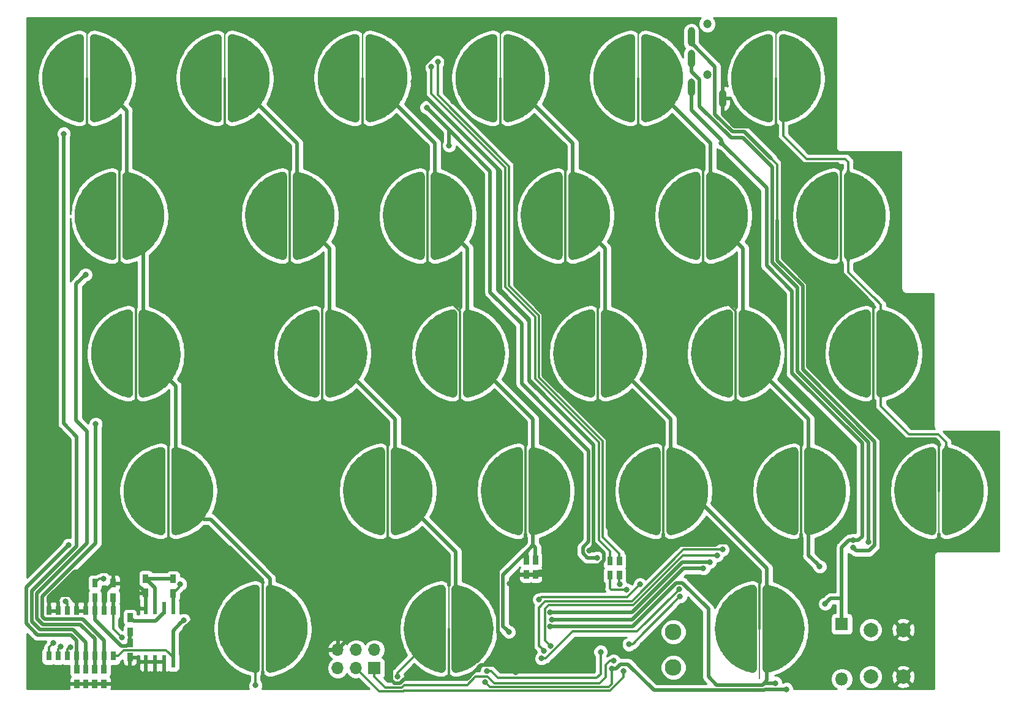
<source format=gbr>
G04 #@! TF.GenerationSoftware,KiCad,Pcbnew,(5.0.2)-1*
G04 #@! TF.CreationDate,2020-04-01T00:19:12+09:00*
G04 #@! TF.ProjectId,eckeyboard,65636b65-7962-46f6-9172-642e6b696361,rev?*
G04 #@! TF.SameCoordinates,Original*
G04 #@! TF.FileFunction,Copper,L1,Top*
G04 #@! TF.FilePolarity,Positive*
%FSLAX46Y46*%
G04 Gerber Fmt 4.6, Leading zero omitted, Abs format (unit mm)*
G04 Created by KiCad (PCBNEW (5.0.2)-1) date 2020/04/01 0:19:12*
%MOMM*%
%LPD*%
G01*
G04 APERTURE LIST*
G04 #@! TA.AperFunction,SMDPad,CuDef*
%ADD10C,0.750000*%
G04 #@! TD*
G04 #@! TA.AperFunction,Conductor*
%ADD11C,0.100000*%
G04 #@! TD*
G04 #@! TA.AperFunction,ComponentPad*
%ADD12R,1.800000X1.800000*%
G04 #@! TD*
G04 #@! TA.AperFunction,ComponentPad*
%ADD13O,1.800000X1.800000*%
G04 #@! TD*
G04 #@! TA.AperFunction,ComponentPad*
%ADD14R,1.700000X1.700000*%
G04 #@! TD*
G04 #@! TA.AperFunction,ComponentPad*
%ADD15O,1.700000X1.700000*%
G04 #@! TD*
G04 #@! TA.AperFunction,ComponentPad*
%ADD16C,2.000000*%
G04 #@! TD*
G04 #@! TA.AperFunction,ComponentPad*
%ADD17C,1.000000*%
G04 #@! TD*
G04 #@! TA.AperFunction,ViaPad*
%ADD18C,1.000000*%
G04 #@! TD*
G04 #@! TA.AperFunction,Conductor*
%ADD19R,0.250000X14.000000*%
G04 #@! TD*
G04 #@! TA.AperFunction,ComponentPad*
%ADD20C,2.300000*%
G04 #@! TD*
G04 #@! TA.AperFunction,ComponentPad*
%ADD21O,1.000000X2.500000*%
G04 #@! TD*
G04 #@! TA.AperFunction,ComponentPad*
%ADD22O,1.000000X2.700000*%
G04 #@! TD*
G04 #@! TA.AperFunction,ComponentPad*
%ADD23C,1.200000*%
G04 #@! TD*
G04 #@! TA.AperFunction,SMDPad,CuDef*
%ADD24R,0.800000X1.300000*%
G04 #@! TD*
G04 #@! TA.AperFunction,SMDPad,CuDef*
%ADD25R,0.550000X1.750000*%
G04 #@! TD*
G04 #@! TA.AperFunction,ViaPad*
%ADD26C,0.800000*%
G04 #@! TD*
G04 #@! TA.AperFunction,Conductor*
%ADD27C,0.500000*%
G04 #@! TD*
G04 #@! TA.AperFunction,Conductor*
%ADD28C,0.300000*%
G04 #@! TD*
G04 #@! TA.AperFunction,Conductor*
%ADD29C,0.254000*%
G04 #@! TD*
G04 APERTURE END LIST*
D10*
G04 #@! TO.P,C1,1*
G04 #@! TO.N,Net-(C1-Pad1)*
X55950000Y-128150000D03*
D11*
G04 #@! TD*
G04 #@! TO.N,Net-(C1-Pad1)*
G04 #@! TO.C,C1*
G36*
X55575000Y-127550000D02*
X56325000Y-127550000D01*
X56325000Y-128750000D01*
X55575000Y-128750000D01*
X55575000Y-127550000D01*
X55575000Y-127550000D01*
G37*
D10*
G04 #@! TO.P,C1,2*
G04 #@! TO.N,GND*
X55950000Y-130150000D03*
D11*
G04 #@! TD*
G04 #@! TO.N,GND*
G04 #@! TO.C,C1*
G36*
X55575000Y-129550000D02*
X56325000Y-129550000D01*
X56325000Y-130750000D01*
X55575000Y-130750000D01*
X55575000Y-129550000D01*
X55575000Y-129550000D01*
G37*
D10*
G04 #@! TO.P,C4,2*
G04 #@! TO.N,GND*
X112000000Y-118700000D03*
D11*
G04 #@! TD*
G04 #@! TO.N,GND*
G04 #@! TO.C,C4*
G36*
X111625000Y-118100000D02*
X112375000Y-118100000D01*
X112375000Y-119300000D01*
X111625000Y-119300000D01*
X111625000Y-118100000D01*
X111625000Y-118100000D01*
G37*
D10*
G04 #@! TO.P,C4,1*
G04 #@! TO.N,COL2*
X112000000Y-116700000D03*
D11*
G04 #@! TD*
G04 #@! TO.N,COL2*
G04 #@! TO.C,C4*
G36*
X111625000Y-116100000D02*
X112375000Y-116100000D01*
X112375000Y-117300000D01*
X111625000Y-117300000D01*
X111625000Y-116100000D01*
X111625000Y-116100000D01*
G37*
D12*
G04 #@! TO.P,D1,1*
G04 #@! TO.N,+5V*
X154350000Y-125550000D03*
D13*
G04 #@! TO.P,D1,2*
G04 #@! TO.N,/ArduinoLayer/RESET*
X154350000Y-133170000D03*
G04 #@! TD*
D14*
G04 #@! TO.P,J1,1*
G04 #@! TO.N,/ArduinoLayer/MISO*
X89750000Y-131650000D03*
D15*
G04 #@! TO.P,J1,2*
G04 #@! TO.N,+5V*
X89750000Y-129110000D03*
G04 #@! TO.P,J1,3*
G04 #@! TO.N,/ArduinoLayer/SCK*
X87210000Y-131650000D03*
G04 #@! TO.P,J1,4*
G04 #@! TO.N,/ArduinoLayer/MOSI*
X87210000Y-129110000D03*
G04 #@! TO.P,J1,5*
G04 #@! TO.N,/ArduinoLayer/RESET*
X84670000Y-131650000D03*
G04 #@! TO.P,J1,6*
G04 #@! TO.N,GND*
X84670000Y-129110000D03*
G04 #@! TD*
D16*
G04 #@! TO.P,SW1,2*
G04 #@! TO.N,/ArduinoLayer/RESET*
X158350000Y-132850000D03*
G04 #@! TO.P,SW1,1*
G04 #@! TO.N,GND*
X162850000Y-132850000D03*
G04 #@! TO.P,SW1,2*
G04 #@! TO.N,/ArduinoLayer/RESET*
X158350000Y-126350000D03*
G04 #@! TO.P,SW1,1*
G04 #@! TO.N,GND*
X162850000Y-126350000D03*
G04 #@! TD*
D17*
G04 #@! TO.P,TP1,2*
G04 #@! TO.N,/ROW0*
X48984000Y-50000000D03*
G04 #@! TO.P,TP1,1*
G04 #@! TO.N,COL0*
X51000000Y-50000000D03*
D18*
G04 #@! TD*
G04 #@! TO.N,/ROW0*
G04 #@! TO.C,TP1*
X49000000Y-50000000D03*
D11*
G04 #@! TO.N,/ROW0*
G04 #@! TO.C,TP1*
G36*
X49006511Y-43900145D02*
X49008850Y-43900065D01*
X49035776Y-43901781D01*
X49062717Y-43903287D01*
X49065030Y-43903645D01*
X49067351Y-43903793D01*
X49093929Y-43908119D01*
X49120647Y-43912255D01*
X49122908Y-43912835D01*
X49125209Y-43913210D01*
X49151258Y-43920115D01*
X49177425Y-43926833D01*
X49179622Y-43927633D01*
X49181872Y-43928229D01*
X49207124Y-43937643D01*
X49232509Y-43946882D01*
X49234613Y-43947890D01*
X49236799Y-43948705D01*
X49261021Y-43960543D01*
X49285375Y-43972211D01*
X49287374Y-43973422D01*
X49289466Y-43974444D01*
X49312384Y-43988568D01*
X49335516Y-44002577D01*
X49337388Y-44003978D01*
X49339370Y-44005199D01*
X49360795Y-44021488D01*
X49382454Y-44037692D01*
X49384182Y-44039270D01*
X49386034Y-44040678D01*
X49405769Y-44058981D01*
X49425742Y-44077219D01*
X49427306Y-44078956D01*
X49429014Y-44080540D01*
X49446859Y-44100672D01*
X49464967Y-44120782D01*
X49466358Y-44122669D01*
X49467898Y-44124406D01*
X49483678Y-44146161D01*
X49499753Y-44167965D01*
X49500951Y-44169975D01*
X49502317Y-44171858D01*
X49515897Y-44195047D01*
X49529769Y-44218317D01*
X49530767Y-44220439D01*
X49531940Y-44222441D01*
X49543176Y-44246809D01*
X49554728Y-44271358D01*
X49555515Y-44273568D01*
X49556486Y-44275674D01*
X49565316Y-44301092D01*
X49574392Y-44326581D01*
X49574956Y-44328842D01*
X49575722Y-44331048D01*
X49582038Y-44357248D01*
X49588573Y-44383459D01*
X49588915Y-44385775D01*
X49589460Y-44388036D01*
X49593189Y-44414717D01*
X49597136Y-44441450D01*
X49597250Y-44443779D01*
X49597573Y-44446091D01*
X49598679Y-44473002D01*
X49600000Y-44500000D01*
X49600000Y-55500000D01*
X49599942Y-55508377D01*
X49596261Y-55566881D01*
X49586889Y-55624747D01*
X49571914Y-55681422D01*
X49551481Y-55736365D01*
X49525784Y-55789052D01*
X49495068Y-55838980D01*
X49459627Y-55885673D01*
X49419798Y-55928684D01*
X49375962Y-55967603D01*
X49328538Y-56002059D01*
X49277978Y-56031722D01*
X49224764Y-56056310D01*
X49169405Y-56075588D01*
X49112429Y-56089372D01*
X49054380Y-56097531D01*
X48995811Y-56099985D01*
X48937283Y-56096713D01*
X48879353Y-56087745D01*
X48846265Y-56079250D01*
X48827061Y-56077368D01*
X48769556Y-56065988D01*
X48239612Y-55933905D01*
X48231497Y-55931822D01*
X48207540Y-55924225D01*
X48183494Y-55916967D01*
X47668967Y-55733802D01*
X47661094Y-55730938D01*
X47637969Y-55721029D01*
X47614767Y-55711468D01*
X47120570Y-55478967D01*
X47113014Y-55475348D01*
X47090950Y-55463221D01*
X47068810Y-55451451D01*
X46599659Y-55171835D01*
X46592493Y-55167496D01*
X46571729Y-55153281D01*
X46550830Y-55139399D01*
X46111204Y-54815336D01*
X46104496Y-54810319D01*
X46085208Y-54794137D01*
X46065774Y-54778290D01*
X45659870Y-54412875D01*
X45653683Y-54407227D01*
X45636053Y-54389226D01*
X45618273Y-54371573D01*
X45249963Y-53968293D01*
X45244356Y-53962068D01*
X45228575Y-53942444D01*
X45212592Y-53923127D01*
X44885395Y-53485830D01*
X44880423Y-53479088D01*
X44866644Y-53458035D01*
X44852612Y-53437236D01*
X44569648Y-52970096D01*
X44565357Y-52962901D01*
X44553700Y-52940607D01*
X44541762Y-52918533D01*
X44305734Y-52426011D01*
X44302166Y-52418432D01*
X44292733Y-52395090D01*
X44283014Y-52371974D01*
X44096173Y-51858771D01*
X44093362Y-51850879D01*
X44086252Y-51826731D01*
X44078834Y-51802773D01*
X43942966Y-51273786D01*
X43940938Y-51265658D01*
X43936219Y-51240931D01*
X43931174Y-51216364D01*
X43847574Y-50676644D01*
X43846349Y-50668357D01*
X43844068Y-50643316D01*
X43841441Y-50618346D01*
X43810907Y-50073043D01*
X43810497Y-50064676D01*
X43810671Y-50039499D01*
X43810493Y-50014424D01*
X43833318Y-49468745D01*
X43833726Y-49460378D01*
X43836356Y-49435338D01*
X43838626Y-49410366D01*
X43914591Y-48869517D01*
X43915814Y-48861229D01*
X43920868Y-48836598D01*
X43925570Y-48811936D01*
X44053949Y-48281081D01*
X44055975Y-48272953D01*
X44063407Y-48248937D01*
X44070495Y-48224845D01*
X44250064Y-47709052D01*
X44252873Y-47701160D01*
X44262622Y-47677963D01*
X44272019Y-47654698D01*
X44501065Y-47158890D01*
X44504630Y-47151310D01*
X44516602Y-47129164D01*
X44528218Y-47106940D01*
X44804552Y-46635848D01*
X44808841Y-46628651D01*
X44822898Y-46607807D01*
X44836646Y-46586793D01*
X45157632Y-46144916D01*
X45162603Y-46138173D01*
X45178632Y-46118794D01*
X45194359Y-46099230D01*
X45556932Y-45690783D01*
X45562537Y-45684557D01*
X45580401Y-45666814D01*
X45597943Y-45648897D01*
X45998644Y-45277781D01*
X46004830Y-45272132D01*
X46024282Y-45256264D01*
X46043546Y-45240097D01*
X46478548Y-44909856D01*
X46485256Y-44904836D01*
X46506187Y-44890927D01*
X46526913Y-44876733D01*
X46992067Y-44590515D01*
X46999232Y-44586174D01*
X47021468Y-44574349D01*
X47043433Y-44562271D01*
X47534295Y-44322810D01*
X47541849Y-44319189D01*
X47565154Y-44309581D01*
X47588172Y-44299713D01*
X48100058Y-44109294D01*
X48107930Y-44106428D01*
X48132012Y-44099155D01*
X48155934Y-44091564D01*
X48683959Y-43952006D01*
X48692073Y-43949921D01*
X48706725Y-43947019D01*
X48721199Y-43943422D01*
X48883923Y-43911335D01*
X48887298Y-43910694D01*
X48887571Y-43910628D01*
X48887858Y-43910588D01*
X48892153Y-43909772D01*
X48918891Y-43906226D01*
X48945620Y-43902469D01*
X48947956Y-43902371D01*
X48950264Y-43902065D01*
X48977246Y-43901144D01*
X49004189Y-43900015D01*
X49006511Y-43900145D01*
X49006511Y-43900145D01*
G37*
D18*
G04 #@! TO.N,COL0*
X51000000Y-50000000D03*
D11*
G36*
X51062717Y-43903287D02*
X51120647Y-43912255D01*
X51153735Y-43920750D01*
X51172939Y-43922632D01*
X51230443Y-43934012D01*
X51760388Y-44066095D01*
X51768503Y-44068178D01*
X51792460Y-44075775D01*
X51816506Y-44083033D01*
X52331033Y-44266198D01*
X52338906Y-44269062D01*
X52362031Y-44278971D01*
X52385233Y-44288532D01*
X52879430Y-44521033D01*
X52886986Y-44524652D01*
X52909050Y-44536779D01*
X52931190Y-44548549D01*
X53400341Y-44828165D01*
X53407507Y-44832503D01*
X53428263Y-44846713D01*
X53449170Y-44860601D01*
X53888795Y-45184663D01*
X53895504Y-45189681D01*
X53914767Y-45205842D01*
X53934226Y-45221709D01*
X54340130Y-45587125D01*
X54346317Y-45592773D01*
X54363942Y-45610769D01*
X54381727Y-45628426D01*
X54750037Y-46031707D01*
X54755643Y-46037932D01*
X54771402Y-46057528D01*
X54787408Y-46076873D01*
X55114605Y-46514170D01*
X55119577Y-46520912D01*
X55133356Y-46541965D01*
X55147388Y-46562764D01*
X55430352Y-47029905D01*
X55434643Y-47037100D01*
X55446298Y-47059389D01*
X55458238Y-47081467D01*
X55694266Y-47573989D01*
X55697834Y-47581569D01*
X55707255Y-47604881D01*
X55716986Y-47628025D01*
X55903827Y-48141229D01*
X55906638Y-48149120D01*
X55913745Y-48173260D01*
X55921166Y-48197227D01*
X56057034Y-48726214D01*
X56059062Y-48734343D01*
X56063778Y-48759054D01*
X56068826Y-48783635D01*
X56152426Y-49323356D01*
X56153651Y-49331643D01*
X56155932Y-49356684D01*
X56158559Y-49381654D01*
X56189093Y-49926957D01*
X56189503Y-49935324D01*
X56189329Y-49960501D01*
X56189507Y-49985576D01*
X56166682Y-50531255D01*
X56166274Y-50539623D01*
X56163643Y-50564673D01*
X56161374Y-50589634D01*
X56085409Y-51130483D01*
X56084186Y-51138770D01*
X56079133Y-51163399D01*
X56074430Y-51188064D01*
X55946051Y-51718918D01*
X55944025Y-51727047D01*
X55936593Y-51751063D01*
X55929505Y-51775155D01*
X55749936Y-52290948D01*
X55747127Y-52298840D01*
X55737372Y-52322051D01*
X55727981Y-52345301D01*
X55498936Y-52841110D01*
X55495370Y-52848690D01*
X55483398Y-52870836D01*
X55471782Y-52893060D01*
X55195448Y-53364152D01*
X55191160Y-53371348D01*
X55177074Y-53392235D01*
X55163354Y-53413206D01*
X54842368Y-53855084D01*
X54837397Y-53861827D01*
X54821368Y-53881206D01*
X54805641Y-53900770D01*
X54443068Y-54309216D01*
X54437463Y-54315443D01*
X54419578Y-54333207D01*
X54402057Y-54351102D01*
X54001356Y-54722219D01*
X53995171Y-54727868D01*
X53975663Y-54743781D01*
X53956453Y-54759903D01*
X53521452Y-55090145D01*
X53514744Y-55095164D01*
X53493785Y-55109091D01*
X53473087Y-55123266D01*
X53007934Y-55409485D01*
X53000769Y-55413825D01*
X52978552Y-55425641D01*
X52956568Y-55437729D01*
X52465705Y-55677190D01*
X52458151Y-55680811D01*
X52434872Y-55690408D01*
X52411828Y-55700287D01*
X51899941Y-55890706D01*
X51892070Y-55893573D01*
X51867950Y-55900857D01*
X51844066Y-55908436D01*
X51316040Y-56047994D01*
X51307927Y-56050079D01*
X51293271Y-56052982D01*
X51278800Y-56056578D01*
X51116077Y-56088665D01*
X51112702Y-56089306D01*
X51112429Y-56089372D01*
X51112142Y-56089412D01*
X51107847Y-56090228D01*
X51081109Y-56093774D01*
X51054380Y-56097531D01*
X51052044Y-56097629D01*
X51049736Y-56097935D01*
X51022754Y-56098856D01*
X50995811Y-56099985D01*
X50993489Y-56099855D01*
X50991150Y-56099935D01*
X50964224Y-56098219D01*
X50937283Y-56096713D01*
X50934970Y-56096355D01*
X50932649Y-56096207D01*
X50906071Y-56091881D01*
X50879353Y-56087745D01*
X50877092Y-56087165D01*
X50874791Y-56086790D01*
X50848742Y-56079885D01*
X50822575Y-56073167D01*
X50820378Y-56072367D01*
X50818128Y-56071771D01*
X50792876Y-56062357D01*
X50767491Y-56053118D01*
X50765387Y-56052110D01*
X50763201Y-56051295D01*
X50738907Y-56039423D01*
X50714625Y-56027789D01*
X50712638Y-56026586D01*
X50710533Y-56025557D01*
X50687508Y-56011367D01*
X50664484Y-55997423D01*
X50662617Y-55996026D01*
X50660629Y-55994801D01*
X50639143Y-55978465D01*
X50617546Y-55962308D01*
X50615823Y-55960734D01*
X50613965Y-55959322D01*
X50594166Y-55940960D01*
X50574258Y-55922781D01*
X50572699Y-55921050D01*
X50570985Y-55919460D01*
X50553077Y-55899257D01*
X50535033Y-55879218D01*
X50533647Y-55877338D01*
X50532101Y-55875594D01*
X50516289Y-55853794D01*
X50500247Y-55832035D01*
X50499049Y-55830025D01*
X50497683Y-55828142D01*
X50484077Y-55804909D01*
X50470231Y-55781683D01*
X50469237Y-55779570D01*
X50468059Y-55777559D01*
X50456774Y-55753086D01*
X50445272Y-55728642D01*
X50444488Y-55726441D01*
X50443513Y-55724326D01*
X50434662Y-55698846D01*
X50425608Y-55673419D01*
X50425044Y-55671158D01*
X50424278Y-55668952D01*
X50417962Y-55642752D01*
X50411427Y-55616541D01*
X50411085Y-55614225D01*
X50410540Y-55611964D01*
X50406811Y-55585283D01*
X50402864Y-55558550D01*
X50402750Y-55556221D01*
X50402427Y-55553909D01*
X50401318Y-55526939D01*
X50400000Y-55500000D01*
X50400000Y-44500000D01*
X50400058Y-44491623D01*
X50403739Y-44433119D01*
X50413111Y-44375253D01*
X50428086Y-44318578D01*
X50448519Y-44263635D01*
X50474216Y-44210948D01*
X50504932Y-44161020D01*
X50540373Y-44114327D01*
X50580202Y-44071316D01*
X50624038Y-44032397D01*
X50671462Y-43997941D01*
X50722022Y-43968278D01*
X50775236Y-43943690D01*
X50830595Y-43924412D01*
X50887571Y-43910628D01*
X50945620Y-43902469D01*
X51004189Y-43900015D01*
X51062717Y-43903287D01*
X51062717Y-43903287D01*
G37*
D19*
G04 #@! TO.N,GND*
X50000000Y-50000000D03*
G04 #@! TD*
D17*
G04 #@! TO.P,TP2,2*
G04 #@! TO.N,/ROW1*
X53484000Y-69050000D03*
G04 #@! TO.P,TP2,1*
G04 #@! TO.N,COL0*
X55500000Y-69050000D03*
D18*
G04 #@! TD*
G04 #@! TO.N,/ROW1*
G04 #@! TO.C,TP2*
X53500000Y-69050000D03*
D11*
G04 #@! TO.N,/ROW1*
G04 #@! TO.C,TP2*
G36*
X53506511Y-62950145D02*
X53508850Y-62950065D01*
X53535776Y-62951781D01*
X53562717Y-62953287D01*
X53565030Y-62953645D01*
X53567351Y-62953793D01*
X53593929Y-62958119D01*
X53620647Y-62962255D01*
X53622908Y-62962835D01*
X53625209Y-62963210D01*
X53651258Y-62970115D01*
X53677425Y-62976833D01*
X53679622Y-62977633D01*
X53681872Y-62978229D01*
X53707124Y-62987643D01*
X53732509Y-62996882D01*
X53734613Y-62997890D01*
X53736799Y-62998705D01*
X53761021Y-63010543D01*
X53785375Y-63022211D01*
X53787374Y-63023422D01*
X53789466Y-63024444D01*
X53812384Y-63038568D01*
X53835516Y-63052577D01*
X53837388Y-63053978D01*
X53839370Y-63055199D01*
X53860795Y-63071488D01*
X53882454Y-63087692D01*
X53884182Y-63089270D01*
X53886034Y-63090678D01*
X53905769Y-63108981D01*
X53925742Y-63127219D01*
X53927306Y-63128956D01*
X53929014Y-63130540D01*
X53946859Y-63150672D01*
X53964967Y-63170782D01*
X53966358Y-63172669D01*
X53967898Y-63174406D01*
X53983678Y-63196161D01*
X53999753Y-63217965D01*
X54000951Y-63219975D01*
X54002317Y-63221858D01*
X54015897Y-63245047D01*
X54029769Y-63268317D01*
X54030767Y-63270439D01*
X54031940Y-63272441D01*
X54043176Y-63296809D01*
X54054728Y-63321358D01*
X54055515Y-63323568D01*
X54056486Y-63325674D01*
X54065316Y-63351092D01*
X54074392Y-63376581D01*
X54074956Y-63378842D01*
X54075722Y-63381048D01*
X54082038Y-63407248D01*
X54088573Y-63433459D01*
X54088915Y-63435775D01*
X54089460Y-63438036D01*
X54093189Y-63464717D01*
X54097136Y-63491450D01*
X54097250Y-63493779D01*
X54097573Y-63496091D01*
X54098679Y-63523002D01*
X54100000Y-63550000D01*
X54100000Y-74550000D01*
X54099942Y-74558377D01*
X54096261Y-74616881D01*
X54086889Y-74674747D01*
X54071914Y-74731422D01*
X54051481Y-74786365D01*
X54025784Y-74839052D01*
X53995068Y-74888980D01*
X53959627Y-74935673D01*
X53919798Y-74978684D01*
X53875962Y-75017603D01*
X53828538Y-75052059D01*
X53777978Y-75081722D01*
X53724764Y-75106310D01*
X53669405Y-75125588D01*
X53612429Y-75139372D01*
X53554380Y-75147531D01*
X53495811Y-75149985D01*
X53437283Y-75146713D01*
X53379353Y-75137745D01*
X53346265Y-75129250D01*
X53327061Y-75127368D01*
X53269556Y-75115988D01*
X52739612Y-74983905D01*
X52731497Y-74981822D01*
X52707540Y-74974225D01*
X52683494Y-74966967D01*
X52168967Y-74783802D01*
X52161094Y-74780938D01*
X52137969Y-74771029D01*
X52114767Y-74761468D01*
X51620570Y-74528967D01*
X51613014Y-74525348D01*
X51590950Y-74513221D01*
X51568810Y-74501451D01*
X51099659Y-74221835D01*
X51092493Y-74217496D01*
X51071729Y-74203281D01*
X51050830Y-74189399D01*
X50611204Y-73865336D01*
X50604496Y-73860319D01*
X50585208Y-73844137D01*
X50565774Y-73828290D01*
X50159870Y-73462875D01*
X50153683Y-73457227D01*
X50136053Y-73439226D01*
X50118273Y-73421573D01*
X49749963Y-73018293D01*
X49744356Y-73012068D01*
X49728575Y-72992444D01*
X49712592Y-72973127D01*
X49385395Y-72535830D01*
X49380423Y-72529088D01*
X49366644Y-72508035D01*
X49352612Y-72487236D01*
X49069648Y-72020096D01*
X49065357Y-72012901D01*
X49053700Y-71990607D01*
X49041762Y-71968533D01*
X48805734Y-71476011D01*
X48802166Y-71468432D01*
X48792733Y-71445090D01*
X48783014Y-71421974D01*
X48596173Y-70908771D01*
X48593362Y-70900879D01*
X48586252Y-70876731D01*
X48578834Y-70852773D01*
X48442966Y-70323786D01*
X48440938Y-70315658D01*
X48436219Y-70290931D01*
X48431174Y-70266364D01*
X48347574Y-69726644D01*
X48346349Y-69718357D01*
X48344068Y-69693316D01*
X48341441Y-69668346D01*
X48310907Y-69123043D01*
X48310497Y-69114676D01*
X48310671Y-69089499D01*
X48310493Y-69064424D01*
X48333318Y-68518745D01*
X48333726Y-68510378D01*
X48336356Y-68485338D01*
X48338626Y-68460366D01*
X48414591Y-67919517D01*
X48415814Y-67911229D01*
X48420868Y-67886598D01*
X48425570Y-67861936D01*
X48553949Y-67331081D01*
X48555975Y-67322953D01*
X48563407Y-67298937D01*
X48570495Y-67274845D01*
X48750064Y-66759052D01*
X48752873Y-66751160D01*
X48762622Y-66727963D01*
X48772019Y-66704698D01*
X49001065Y-66208890D01*
X49004630Y-66201310D01*
X49016602Y-66179164D01*
X49028218Y-66156940D01*
X49304552Y-65685848D01*
X49308841Y-65678651D01*
X49322898Y-65657807D01*
X49336646Y-65636793D01*
X49657632Y-65194916D01*
X49662603Y-65188173D01*
X49678632Y-65168794D01*
X49694359Y-65149230D01*
X50056932Y-64740783D01*
X50062537Y-64734557D01*
X50080401Y-64716814D01*
X50097943Y-64698897D01*
X50498644Y-64327781D01*
X50504830Y-64322132D01*
X50524282Y-64306264D01*
X50543546Y-64290097D01*
X50978548Y-63959856D01*
X50985256Y-63954836D01*
X51006187Y-63940927D01*
X51026913Y-63926733D01*
X51492067Y-63640515D01*
X51499232Y-63636174D01*
X51521468Y-63624349D01*
X51543433Y-63612271D01*
X52034295Y-63372810D01*
X52041849Y-63369189D01*
X52065154Y-63359581D01*
X52088172Y-63349713D01*
X52600058Y-63159294D01*
X52607930Y-63156428D01*
X52632012Y-63149155D01*
X52655934Y-63141564D01*
X53183959Y-63002006D01*
X53192073Y-62999921D01*
X53206725Y-62997019D01*
X53221199Y-62993422D01*
X53383923Y-62961335D01*
X53387298Y-62960694D01*
X53387571Y-62960628D01*
X53387858Y-62960588D01*
X53392153Y-62959772D01*
X53418891Y-62956226D01*
X53445620Y-62952469D01*
X53447956Y-62952371D01*
X53450264Y-62952065D01*
X53477246Y-62951144D01*
X53504189Y-62950015D01*
X53506511Y-62950145D01*
X53506511Y-62950145D01*
G37*
D18*
G04 #@! TO.N,COL0*
X55500000Y-69050000D03*
D11*
G36*
X55562717Y-62953287D02*
X55620647Y-62962255D01*
X55653735Y-62970750D01*
X55672939Y-62972632D01*
X55730443Y-62984012D01*
X56260388Y-63116095D01*
X56268503Y-63118178D01*
X56292460Y-63125775D01*
X56316506Y-63133033D01*
X56831033Y-63316198D01*
X56838906Y-63319062D01*
X56862031Y-63328971D01*
X56885233Y-63338532D01*
X57379430Y-63571033D01*
X57386986Y-63574652D01*
X57409050Y-63586779D01*
X57431190Y-63598549D01*
X57900341Y-63878165D01*
X57907507Y-63882503D01*
X57928263Y-63896713D01*
X57949170Y-63910601D01*
X58388795Y-64234663D01*
X58395504Y-64239681D01*
X58414767Y-64255842D01*
X58434226Y-64271709D01*
X58840130Y-64637125D01*
X58846317Y-64642773D01*
X58863942Y-64660769D01*
X58881727Y-64678426D01*
X59250037Y-65081707D01*
X59255643Y-65087932D01*
X59271402Y-65107528D01*
X59287408Y-65126873D01*
X59614605Y-65564170D01*
X59619577Y-65570912D01*
X59633356Y-65591965D01*
X59647388Y-65612764D01*
X59930352Y-66079905D01*
X59934643Y-66087100D01*
X59946298Y-66109389D01*
X59958238Y-66131467D01*
X60194266Y-66623989D01*
X60197834Y-66631569D01*
X60207255Y-66654881D01*
X60216986Y-66678025D01*
X60403827Y-67191229D01*
X60406638Y-67199120D01*
X60413745Y-67223260D01*
X60421166Y-67247227D01*
X60557034Y-67776214D01*
X60559062Y-67784343D01*
X60563778Y-67809054D01*
X60568826Y-67833635D01*
X60652426Y-68373356D01*
X60653651Y-68381643D01*
X60655932Y-68406684D01*
X60658559Y-68431654D01*
X60689093Y-68976957D01*
X60689503Y-68985324D01*
X60689329Y-69010501D01*
X60689507Y-69035576D01*
X60666682Y-69581255D01*
X60666274Y-69589623D01*
X60663643Y-69614673D01*
X60661374Y-69639634D01*
X60585409Y-70180483D01*
X60584186Y-70188770D01*
X60579133Y-70213399D01*
X60574430Y-70238064D01*
X60446051Y-70768918D01*
X60444025Y-70777047D01*
X60436593Y-70801063D01*
X60429505Y-70825155D01*
X60249936Y-71340948D01*
X60247127Y-71348840D01*
X60237372Y-71372051D01*
X60227981Y-71395301D01*
X59998936Y-71891110D01*
X59995370Y-71898690D01*
X59983398Y-71920836D01*
X59971782Y-71943060D01*
X59695448Y-72414152D01*
X59691160Y-72421348D01*
X59677074Y-72442235D01*
X59663354Y-72463206D01*
X59342368Y-72905084D01*
X59337397Y-72911827D01*
X59321368Y-72931206D01*
X59305641Y-72950770D01*
X58943068Y-73359216D01*
X58937463Y-73365443D01*
X58919578Y-73383207D01*
X58902057Y-73401102D01*
X58501356Y-73772219D01*
X58495171Y-73777868D01*
X58475663Y-73793781D01*
X58456453Y-73809903D01*
X58021452Y-74140145D01*
X58014744Y-74145164D01*
X57993785Y-74159091D01*
X57973087Y-74173266D01*
X57507934Y-74459485D01*
X57500769Y-74463825D01*
X57478552Y-74475641D01*
X57456568Y-74487729D01*
X56965705Y-74727190D01*
X56958151Y-74730811D01*
X56934872Y-74740408D01*
X56911828Y-74750287D01*
X56399941Y-74940706D01*
X56392070Y-74943573D01*
X56367950Y-74950857D01*
X56344066Y-74958436D01*
X55816040Y-75097994D01*
X55807927Y-75100079D01*
X55793271Y-75102982D01*
X55778800Y-75106578D01*
X55616077Y-75138665D01*
X55612702Y-75139306D01*
X55612429Y-75139372D01*
X55612142Y-75139412D01*
X55607847Y-75140228D01*
X55581109Y-75143774D01*
X55554380Y-75147531D01*
X55552044Y-75147629D01*
X55549736Y-75147935D01*
X55522754Y-75148856D01*
X55495811Y-75149985D01*
X55493489Y-75149855D01*
X55491150Y-75149935D01*
X55464224Y-75148219D01*
X55437283Y-75146713D01*
X55434970Y-75146355D01*
X55432649Y-75146207D01*
X55406071Y-75141881D01*
X55379353Y-75137745D01*
X55377092Y-75137165D01*
X55374791Y-75136790D01*
X55348742Y-75129885D01*
X55322575Y-75123167D01*
X55320378Y-75122367D01*
X55318128Y-75121771D01*
X55292876Y-75112357D01*
X55267491Y-75103118D01*
X55265387Y-75102110D01*
X55263201Y-75101295D01*
X55238907Y-75089423D01*
X55214625Y-75077789D01*
X55212638Y-75076586D01*
X55210533Y-75075557D01*
X55187508Y-75061367D01*
X55164484Y-75047423D01*
X55162617Y-75046026D01*
X55160629Y-75044801D01*
X55139143Y-75028465D01*
X55117546Y-75012308D01*
X55115823Y-75010734D01*
X55113965Y-75009322D01*
X55094166Y-74990960D01*
X55074258Y-74972781D01*
X55072699Y-74971050D01*
X55070985Y-74969460D01*
X55053077Y-74949257D01*
X55035033Y-74929218D01*
X55033647Y-74927338D01*
X55032101Y-74925594D01*
X55016289Y-74903794D01*
X55000247Y-74882035D01*
X54999049Y-74880025D01*
X54997683Y-74878142D01*
X54984077Y-74854909D01*
X54970231Y-74831683D01*
X54969237Y-74829570D01*
X54968059Y-74827559D01*
X54956774Y-74803086D01*
X54945272Y-74778642D01*
X54944488Y-74776441D01*
X54943513Y-74774326D01*
X54934662Y-74748846D01*
X54925608Y-74723419D01*
X54925044Y-74721158D01*
X54924278Y-74718952D01*
X54917962Y-74692752D01*
X54911427Y-74666541D01*
X54911085Y-74664225D01*
X54910540Y-74661964D01*
X54906811Y-74635283D01*
X54902864Y-74608550D01*
X54902750Y-74606221D01*
X54902427Y-74603909D01*
X54901318Y-74576939D01*
X54900000Y-74550000D01*
X54900000Y-63550000D01*
X54900058Y-63541623D01*
X54903739Y-63483119D01*
X54913111Y-63425253D01*
X54928086Y-63368578D01*
X54948519Y-63313635D01*
X54974216Y-63260948D01*
X55004932Y-63211020D01*
X55040373Y-63164327D01*
X55080202Y-63121316D01*
X55124038Y-63082397D01*
X55171462Y-63047941D01*
X55222022Y-63018278D01*
X55275236Y-62993690D01*
X55330595Y-62974412D01*
X55387571Y-62960628D01*
X55445620Y-62952469D01*
X55504189Y-62950015D01*
X55562717Y-62953287D01*
X55562717Y-62953287D01*
G37*
D19*
G04 #@! TO.N,GND*
X54500000Y-69050000D03*
G04 #@! TD*
D17*
G04 #@! TO.P,TP3,2*
G04 #@! TO.N,/ROW2*
X55734000Y-88100000D03*
G04 #@! TO.P,TP3,1*
G04 #@! TO.N,COL0*
X57750000Y-88100000D03*
D18*
G04 #@! TD*
G04 #@! TO.N,/ROW2*
G04 #@! TO.C,TP3*
X55750000Y-88100000D03*
D11*
G04 #@! TO.N,/ROW2*
G04 #@! TO.C,TP3*
G36*
X55756511Y-82000145D02*
X55758850Y-82000065D01*
X55785776Y-82001781D01*
X55812717Y-82003287D01*
X55815030Y-82003645D01*
X55817351Y-82003793D01*
X55843929Y-82008119D01*
X55870647Y-82012255D01*
X55872908Y-82012835D01*
X55875209Y-82013210D01*
X55901258Y-82020115D01*
X55927425Y-82026833D01*
X55929622Y-82027633D01*
X55931872Y-82028229D01*
X55957124Y-82037643D01*
X55982509Y-82046882D01*
X55984613Y-82047890D01*
X55986799Y-82048705D01*
X56011021Y-82060543D01*
X56035375Y-82072211D01*
X56037374Y-82073422D01*
X56039466Y-82074444D01*
X56062384Y-82088568D01*
X56085516Y-82102577D01*
X56087388Y-82103978D01*
X56089370Y-82105199D01*
X56110795Y-82121488D01*
X56132454Y-82137692D01*
X56134182Y-82139270D01*
X56136034Y-82140678D01*
X56155769Y-82158981D01*
X56175742Y-82177219D01*
X56177306Y-82178956D01*
X56179014Y-82180540D01*
X56196859Y-82200672D01*
X56214967Y-82220782D01*
X56216358Y-82222669D01*
X56217898Y-82224406D01*
X56233678Y-82246161D01*
X56249753Y-82267965D01*
X56250951Y-82269975D01*
X56252317Y-82271858D01*
X56265897Y-82295047D01*
X56279769Y-82318317D01*
X56280767Y-82320439D01*
X56281940Y-82322441D01*
X56293176Y-82346809D01*
X56304728Y-82371358D01*
X56305515Y-82373568D01*
X56306486Y-82375674D01*
X56315316Y-82401092D01*
X56324392Y-82426581D01*
X56324956Y-82428842D01*
X56325722Y-82431048D01*
X56332038Y-82457248D01*
X56338573Y-82483459D01*
X56338915Y-82485775D01*
X56339460Y-82488036D01*
X56343189Y-82514717D01*
X56347136Y-82541450D01*
X56347250Y-82543779D01*
X56347573Y-82546091D01*
X56348679Y-82573002D01*
X56350000Y-82600000D01*
X56350000Y-93600000D01*
X56349942Y-93608377D01*
X56346261Y-93666881D01*
X56336889Y-93724747D01*
X56321914Y-93781422D01*
X56301481Y-93836365D01*
X56275784Y-93889052D01*
X56245068Y-93938980D01*
X56209627Y-93985673D01*
X56169798Y-94028684D01*
X56125962Y-94067603D01*
X56078538Y-94102059D01*
X56027978Y-94131722D01*
X55974764Y-94156310D01*
X55919405Y-94175588D01*
X55862429Y-94189372D01*
X55804380Y-94197531D01*
X55745811Y-94199985D01*
X55687283Y-94196713D01*
X55629353Y-94187745D01*
X55596265Y-94179250D01*
X55577061Y-94177368D01*
X55519556Y-94165988D01*
X54989612Y-94033905D01*
X54981497Y-94031822D01*
X54957540Y-94024225D01*
X54933494Y-94016967D01*
X54418967Y-93833802D01*
X54411094Y-93830938D01*
X54387969Y-93821029D01*
X54364767Y-93811468D01*
X53870570Y-93578967D01*
X53863014Y-93575348D01*
X53840950Y-93563221D01*
X53818810Y-93551451D01*
X53349659Y-93271835D01*
X53342493Y-93267496D01*
X53321729Y-93253281D01*
X53300830Y-93239399D01*
X52861204Y-92915336D01*
X52854496Y-92910319D01*
X52835208Y-92894137D01*
X52815774Y-92878290D01*
X52409870Y-92512875D01*
X52403683Y-92507227D01*
X52386053Y-92489226D01*
X52368273Y-92471573D01*
X51999963Y-92068293D01*
X51994356Y-92062068D01*
X51978575Y-92042444D01*
X51962592Y-92023127D01*
X51635395Y-91585830D01*
X51630423Y-91579088D01*
X51616644Y-91558035D01*
X51602612Y-91537236D01*
X51319648Y-91070096D01*
X51315357Y-91062901D01*
X51303700Y-91040607D01*
X51291762Y-91018533D01*
X51055734Y-90526011D01*
X51052166Y-90518432D01*
X51042733Y-90495090D01*
X51033014Y-90471974D01*
X50846173Y-89958771D01*
X50843362Y-89950879D01*
X50836252Y-89926731D01*
X50828834Y-89902773D01*
X50692966Y-89373786D01*
X50690938Y-89365658D01*
X50686219Y-89340931D01*
X50681174Y-89316364D01*
X50597574Y-88776644D01*
X50596349Y-88768357D01*
X50594068Y-88743316D01*
X50591441Y-88718346D01*
X50560907Y-88173043D01*
X50560497Y-88164676D01*
X50560671Y-88139499D01*
X50560493Y-88114424D01*
X50583318Y-87568745D01*
X50583726Y-87560378D01*
X50586356Y-87535338D01*
X50588626Y-87510366D01*
X50664591Y-86969517D01*
X50665814Y-86961229D01*
X50670868Y-86936598D01*
X50675570Y-86911936D01*
X50803949Y-86381081D01*
X50805975Y-86372953D01*
X50813407Y-86348937D01*
X50820495Y-86324845D01*
X51000064Y-85809052D01*
X51002873Y-85801160D01*
X51012622Y-85777963D01*
X51022019Y-85754698D01*
X51251065Y-85258890D01*
X51254630Y-85251310D01*
X51266602Y-85229164D01*
X51278218Y-85206940D01*
X51554552Y-84735848D01*
X51558841Y-84728651D01*
X51572898Y-84707807D01*
X51586646Y-84686793D01*
X51907632Y-84244916D01*
X51912603Y-84238173D01*
X51928632Y-84218794D01*
X51944359Y-84199230D01*
X52306932Y-83790783D01*
X52312537Y-83784557D01*
X52330401Y-83766814D01*
X52347943Y-83748897D01*
X52748644Y-83377781D01*
X52754830Y-83372132D01*
X52774282Y-83356264D01*
X52793546Y-83340097D01*
X53228548Y-83009856D01*
X53235256Y-83004836D01*
X53256187Y-82990927D01*
X53276913Y-82976733D01*
X53742067Y-82690515D01*
X53749232Y-82686174D01*
X53771468Y-82674349D01*
X53793433Y-82662271D01*
X54284295Y-82422810D01*
X54291849Y-82419189D01*
X54315154Y-82409581D01*
X54338172Y-82399713D01*
X54850058Y-82209294D01*
X54857930Y-82206428D01*
X54882012Y-82199155D01*
X54905934Y-82191564D01*
X55433959Y-82052006D01*
X55442073Y-82049921D01*
X55456725Y-82047019D01*
X55471199Y-82043422D01*
X55633923Y-82011335D01*
X55637298Y-82010694D01*
X55637571Y-82010628D01*
X55637858Y-82010588D01*
X55642153Y-82009772D01*
X55668891Y-82006226D01*
X55695620Y-82002469D01*
X55697956Y-82002371D01*
X55700264Y-82002065D01*
X55727246Y-82001144D01*
X55754189Y-82000015D01*
X55756511Y-82000145D01*
X55756511Y-82000145D01*
G37*
D18*
G04 #@! TO.N,COL0*
X57750000Y-88100000D03*
D11*
G36*
X57812717Y-82003287D02*
X57870647Y-82012255D01*
X57903735Y-82020750D01*
X57922939Y-82022632D01*
X57980443Y-82034012D01*
X58510388Y-82166095D01*
X58518503Y-82168178D01*
X58542460Y-82175775D01*
X58566506Y-82183033D01*
X59081033Y-82366198D01*
X59088906Y-82369062D01*
X59112031Y-82378971D01*
X59135233Y-82388532D01*
X59629430Y-82621033D01*
X59636986Y-82624652D01*
X59659050Y-82636779D01*
X59681190Y-82648549D01*
X60150341Y-82928165D01*
X60157507Y-82932503D01*
X60178263Y-82946713D01*
X60199170Y-82960601D01*
X60638795Y-83284663D01*
X60645504Y-83289681D01*
X60664767Y-83305842D01*
X60684226Y-83321709D01*
X61090130Y-83687125D01*
X61096317Y-83692773D01*
X61113942Y-83710769D01*
X61131727Y-83728426D01*
X61500037Y-84131707D01*
X61505643Y-84137932D01*
X61521402Y-84157528D01*
X61537408Y-84176873D01*
X61864605Y-84614170D01*
X61869577Y-84620912D01*
X61883356Y-84641965D01*
X61897388Y-84662764D01*
X62180352Y-85129905D01*
X62184643Y-85137100D01*
X62196298Y-85159389D01*
X62208238Y-85181467D01*
X62444266Y-85673989D01*
X62447834Y-85681569D01*
X62457255Y-85704881D01*
X62466986Y-85728025D01*
X62653827Y-86241229D01*
X62656638Y-86249120D01*
X62663745Y-86273260D01*
X62671166Y-86297227D01*
X62807034Y-86826214D01*
X62809062Y-86834343D01*
X62813778Y-86859054D01*
X62818826Y-86883635D01*
X62902426Y-87423356D01*
X62903651Y-87431643D01*
X62905932Y-87456684D01*
X62908559Y-87481654D01*
X62939093Y-88026957D01*
X62939503Y-88035324D01*
X62939329Y-88060501D01*
X62939507Y-88085576D01*
X62916682Y-88631255D01*
X62916274Y-88639623D01*
X62913643Y-88664673D01*
X62911374Y-88689634D01*
X62835409Y-89230483D01*
X62834186Y-89238770D01*
X62829133Y-89263399D01*
X62824430Y-89288064D01*
X62696051Y-89818918D01*
X62694025Y-89827047D01*
X62686593Y-89851063D01*
X62679505Y-89875155D01*
X62499936Y-90390948D01*
X62497127Y-90398840D01*
X62487372Y-90422051D01*
X62477981Y-90445301D01*
X62248936Y-90941110D01*
X62245370Y-90948690D01*
X62233398Y-90970836D01*
X62221782Y-90993060D01*
X61945448Y-91464152D01*
X61941160Y-91471348D01*
X61927074Y-91492235D01*
X61913354Y-91513206D01*
X61592368Y-91955084D01*
X61587397Y-91961827D01*
X61571368Y-91981206D01*
X61555641Y-92000770D01*
X61193068Y-92409216D01*
X61187463Y-92415443D01*
X61169578Y-92433207D01*
X61152057Y-92451102D01*
X60751356Y-92822219D01*
X60745171Y-92827868D01*
X60725663Y-92843781D01*
X60706453Y-92859903D01*
X60271452Y-93190145D01*
X60264744Y-93195164D01*
X60243785Y-93209091D01*
X60223087Y-93223266D01*
X59757934Y-93509485D01*
X59750769Y-93513825D01*
X59728552Y-93525641D01*
X59706568Y-93537729D01*
X59215705Y-93777190D01*
X59208151Y-93780811D01*
X59184872Y-93790408D01*
X59161828Y-93800287D01*
X58649941Y-93990706D01*
X58642070Y-93993573D01*
X58617950Y-94000857D01*
X58594066Y-94008436D01*
X58066040Y-94147994D01*
X58057927Y-94150079D01*
X58043271Y-94152982D01*
X58028800Y-94156578D01*
X57866077Y-94188665D01*
X57862702Y-94189306D01*
X57862429Y-94189372D01*
X57862142Y-94189412D01*
X57857847Y-94190228D01*
X57831109Y-94193774D01*
X57804380Y-94197531D01*
X57802044Y-94197629D01*
X57799736Y-94197935D01*
X57772754Y-94198856D01*
X57745811Y-94199985D01*
X57743489Y-94199855D01*
X57741150Y-94199935D01*
X57714224Y-94198219D01*
X57687283Y-94196713D01*
X57684970Y-94196355D01*
X57682649Y-94196207D01*
X57656071Y-94191881D01*
X57629353Y-94187745D01*
X57627092Y-94187165D01*
X57624791Y-94186790D01*
X57598742Y-94179885D01*
X57572575Y-94173167D01*
X57570378Y-94172367D01*
X57568128Y-94171771D01*
X57542876Y-94162357D01*
X57517491Y-94153118D01*
X57515387Y-94152110D01*
X57513201Y-94151295D01*
X57488907Y-94139423D01*
X57464625Y-94127789D01*
X57462638Y-94126586D01*
X57460533Y-94125557D01*
X57437508Y-94111367D01*
X57414484Y-94097423D01*
X57412617Y-94096026D01*
X57410629Y-94094801D01*
X57389143Y-94078465D01*
X57367546Y-94062308D01*
X57365823Y-94060734D01*
X57363965Y-94059322D01*
X57344166Y-94040960D01*
X57324258Y-94022781D01*
X57322699Y-94021050D01*
X57320985Y-94019460D01*
X57303077Y-93999257D01*
X57285033Y-93979218D01*
X57283647Y-93977338D01*
X57282101Y-93975594D01*
X57266289Y-93953794D01*
X57250247Y-93932035D01*
X57249049Y-93930025D01*
X57247683Y-93928142D01*
X57234077Y-93904909D01*
X57220231Y-93881683D01*
X57219237Y-93879570D01*
X57218059Y-93877559D01*
X57206774Y-93853086D01*
X57195272Y-93828642D01*
X57194488Y-93826441D01*
X57193513Y-93824326D01*
X57184662Y-93798846D01*
X57175608Y-93773419D01*
X57175044Y-93771158D01*
X57174278Y-93768952D01*
X57167962Y-93742752D01*
X57161427Y-93716541D01*
X57161085Y-93714225D01*
X57160540Y-93711964D01*
X57156811Y-93685283D01*
X57152864Y-93658550D01*
X57152750Y-93656221D01*
X57152427Y-93653909D01*
X57151318Y-93626939D01*
X57150000Y-93600000D01*
X57150000Y-82600000D01*
X57150058Y-82591623D01*
X57153739Y-82533119D01*
X57163111Y-82475253D01*
X57178086Y-82418578D01*
X57198519Y-82363635D01*
X57224216Y-82310948D01*
X57254932Y-82261020D01*
X57290373Y-82214327D01*
X57330202Y-82171316D01*
X57374038Y-82132397D01*
X57421462Y-82097941D01*
X57472022Y-82068278D01*
X57525236Y-82043690D01*
X57580595Y-82024412D01*
X57637571Y-82010628D01*
X57695620Y-82002469D01*
X57754189Y-82000015D01*
X57812717Y-82003287D01*
X57812717Y-82003287D01*
G37*
D19*
G04 #@! TO.N,GND*
X56750000Y-88100000D03*
G04 #@! TD*
G04 #@! TO.N,GND*
G04 #@! TO.C,TP4*
X69050000Y-50000000D03*
D18*
G04 #@! TO.N,COL1*
X70050000Y-50000000D03*
D11*
G36*
X70112717Y-43903287D02*
X70170647Y-43912255D01*
X70203735Y-43920750D01*
X70222939Y-43922632D01*
X70280443Y-43934012D01*
X70810388Y-44066095D01*
X70818503Y-44068178D01*
X70842460Y-44075775D01*
X70866506Y-44083033D01*
X71381033Y-44266198D01*
X71388906Y-44269062D01*
X71412031Y-44278971D01*
X71435233Y-44288532D01*
X71929430Y-44521033D01*
X71936986Y-44524652D01*
X71959050Y-44536779D01*
X71981190Y-44548549D01*
X72450341Y-44828165D01*
X72457507Y-44832503D01*
X72478263Y-44846713D01*
X72499170Y-44860601D01*
X72938795Y-45184663D01*
X72945504Y-45189681D01*
X72964767Y-45205842D01*
X72984226Y-45221709D01*
X73390130Y-45587125D01*
X73396317Y-45592773D01*
X73413942Y-45610769D01*
X73431727Y-45628426D01*
X73800037Y-46031707D01*
X73805643Y-46037932D01*
X73821402Y-46057528D01*
X73837408Y-46076873D01*
X74164605Y-46514170D01*
X74169577Y-46520912D01*
X74183356Y-46541965D01*
X74197388Y-46562764D01*
X74480352Y-47029905D01*
X74484643Y-47037100D01*
X74496298Y-47059389D01*
X74508238Y-47081467D01*
X74744266Y-47573989D01*
X74747834Y-47581569D01*
X74757255Y-47604881D01*
X74766986Y-47628025D01*
X74953827Y-48141229D01*
X74956638Y-48149120D01*
X74963745Y-48173260D01*
X74971166Y-48197227D01*
X75107034Y-48726214D01*
X75109062Y-48734343D01*
X75113778Y-48759054D01*
X75118826Y-48783635D01*
X75202426Y-49323356D01*
X75203651Y-49331643D01*
X75205932Y-49356684D01*
X75208559Y-49381654D01*
X75239093Y-49926957D01*
X75239503Y-49935324D01*
X75239329Y-49960501D01*
X75239507Y-49985576D01*
X75216682Y-50531255D01*
X75216274Y-50539623D01*
X75213643Y-50564673D01*
X75211374Y-50589634D01*
X75135409Y-51130483D01*
X75134186Y-51138770D01*
X75129133Y-51163399D01*
X75124430Y-51188064D01*
X74996051Y-51718918D01*
X74994025Y-51727047D01*
X74986593Y-51751063D01*
X74979505Y-51775155D01*
X74799936Y-52290948D01*
X74797127Y-52298840D01*
X74787372Y-52322051D01*
X74777981Y-52345301D01*
X74548936Y-52841110D01*
X74545370Y-52848690D01*
X74533398Y-52870836D01*
X74521782Y-52893060D01*
X74245448Y-53364152D01*
X74241160Y-53371348D01*
X74227074Y-53392235D01*
X74213354Y-53413206D01*
X73892368Y-53855084D01*
X73887397Y-53861827D01*
X73871368Y-53881206D01*
X73855641Y-53900770D01*
X73493068Y-54309216D01*
X73487463Y-54315443D01*
X73469578Y-54333207D01*
X73452057Y-54351102D01*
X73051356Y-54722219D01*
X73045171Y-54727868D01*
X73025663Y-54743781D01*
X73006453Y-54759903D01*
X72571452Y-55090145D01*
X72564744Y-55095164D01*
X72543785Y-55109091D01*
X72523087Y-55123266D01*
X72057934Y-55409485D01*
X72050769Y-55413825D01*
X72028552Y-55425641D01*
X72006568Y-55437729D01*
X71515705Y-55677190D01*
X71508151Y-55680811D01*
X71484872Y-55690408D01*
X71461828Y-55700287D01*
X70949941Y-55890706D01*
X70942070Y-55893573D01*
X70917950Y-55900857D01*
X70894066Y-55908436D01*
X70366040Y-56047994D01*
X70357927Y-56050079D01*
X70343271Y-56052982D01*
X70328800Y-56056578D01*
X70166077Y-56088665D01*
X70162702Y-56089306D01*
X70162429Y-56089372D01*
X70162142Y-56089412D01*
X70157847Y-56090228D01*
X70131109Y-56093774D01*
X70104380Y-56097531D01*
X70102044Y-56097629D01*
X70099736Y-56097935D01*
X70072754Y-56098856D01*
X70045811Y-56099985D01*
X70043489Y-56099855D01*
X70041150Y-56099935D01*
X70014224Y-56098219D01*
X69987283Y-56096713D01*
X69984970Y-56096355D01*
X69982649Y-56096207D01*
X69956071Y-56091881D01*
X69929353Y-56087745D01*
X69927092Y-56087165D01*
X69924791Y-56086790D01*
X69898742Y-56079885D01*
X69872575Y-56073167D01*
X69870378Y-56072367D01*
X69868128Y-56071771D01*
X69842876Y-56062357D01*
X69817491Y-56053118D01*
X69815387Y-56052110D01*
X69813201Y-56051295D01*
X69788907Y-56039423D01*
X69764625Y-56027789D01*
X69762638Y-56026586D01*
X69760533Y-56025557D01*
X69737508Y-56011367D01*
X69714484Y-55997423D01*
X69712617Y-55996026D01*
X69710629Y-55994801D01*
X69689143Y-55978465D01*
X69667546Y-55962308D01*
X69665823Y-55960734D01*
X69663965Y-55959322D01*
X69644166Y-55940960D01*
X69624258Y-55922781D01*
X69622699Y-55921050D01*
X69620985Y-55919460D01*
X69603077Y-55899257D01*
X69585033Y-55879218D01*
X69583647Y-55877338D01*
X69582101Y-55875594D01*
X69566289Y-55853794D01*
X69550247Y-55832035D01*
X69549049Y-55830025D01*
X69547683Y-55828142D01*
X69534077Y-55804909D01*
X69520231Y-55781683D01*
X69519237Y-55779570D01*
X69518059Y-55777559D01*
X69506774Y-55753086D01*
X69495272Y-55728642D01*
X69494488Y-55726441D01*
X69493513Y-55724326D01*
X69484662Y-55698846D01*
X69475608Y-55673419D01*
X69475044Y-55671158D01*
X69474278Y-55668952D01*
X69467962Y-55642752D01*
X69461427Y-55616541D01*
X69461085Y-55614225D01*
X69460540Y-55611964D01*
X69456811Y-55585283D01*
X69452864Y-55558550D01*
X69452750Y-55556221D01*
X69452427Y-55553909D01*
X69451318Y-55526939D01*
X69450000Y-55500000D01*
X69450000Y-44500000D01*
X69450058Y-44491623D01*
X69453739Y-44433119D01*
X69463111Y-44375253D01*
X69478086Y-44318578D01*
X69498519Y-44263635D01*
X69524216Y-44210948D01*
X69554932Y-44161020D01*
X69590373Y-44114327D01*
X69630202Y-44071316D01*
X69674038Y-44032397D01*
X69721462Y-43997941D01*
X69772022Y-43968278D01*
X69825236Y-43943690D01*
X69880595Y-43924412D01*
X69937571Y-43910628D01*
X69995620Y-43902469D01*
X70054189Y-43900015D01*
X70112717Y-43903287D01*
X70112717Y-43903287D01*
G37*
D18*
G04 #@! TO.N,/ROW0*
X68050000Y-50000000D03*
D11*
G36*
X68056511Y-43900145D02*
X68058850Y-43900065D01*
X68085776Y-43901781D01*
X68112717Y-43903287D01*
X68115030Y-43903645D01*
X68117351Y-43903793D01*
X68143929Y-43908119D01*
X68170647Y-43912255D01*
X68172908Y-43912835D01*
X68175209Y-43913210D01*
X68201258Y-43920115D01*
X68227425Y-43926833D01*
X68229622Y-43927633D01*
X68231872Y-43928229D01*
X68257124Y-43937643D01*
X68282509Y-43946882D01*
X68284613Y-43947890D01*
X68286799Y-43948705D01*
X68311021Y-43960543D01*
X68335375Y-43972211D01*
X68337374Y-43973422D01*
X68339466Y-43974444D01*
X68362384Y-43988568D01*
X68385516Y-44002577D01*
X68387388Y-44003978D01*
X68389370Y-44005199D01*
X68410795Y-44021488D01*
X68432454Y-44037692D01*
X68434182Y-44039270D01*
X68436034Y-44040678D01*
X68455769Y-44058981D01*
X68475742Y-44077219D01*
X68477306Y-44078956D01*
X68479014Y-44080540D01*
X68496859Y-44100672D01*
X68514967Y-44120782D01*
X68516358Y-44122669D01*
X68517898Y-44124406D01*
X68533678Y-44146161D01*
X68549753Y-44167965D01*
X68550951Y-44169975D01*
X68552317Y-44171858D01*
X68565897Y-44195047D01*
X68579769Y-44218317D01*
X68580767Y-44220439D01*
X68581940Y-44222441D01*
X68593176Y-44246809D01*
X68604728Y-44271358D01*
X68605515Y-44273568D01*
X68606486Y-44275674D01*
X68615316Y-44301092D01*
X68624392Y-44326581D01*
X68624956Y-44328842D01*
X68625722Y-44331048D01*
X68632038Y-44357248D01*
X68638573Y-44383459D01*
X68638915Y-44385775D01*
X68639460Y-44388036D01*
X68643189Y-44414717D01*
X68647136Y-44441450D01*
X68647250Y-44443779D01*
X68647573Y-44446091D01*
X68648679Y-44473002D01*
X68650000Y-44500000D01*
X68650000Y-55500000D01*
X68649942Y-55508377D01*
X68646261Y-55566881D01*
X68636889Y-55624747D01*
X68621914Y-55681422D01*
X68601481Y-55736365D01*
X68575784Y-55789052D01*
X68545068Y-55838980D01*
X68509627Y-55885673D01*
X68469798Y-55928684D01*
X68425962Y-55967603D01*
X68378538Y-56002059D01*
X68327978Y-56031722D01*
X68274764Y-56056310D01*
X68219405Y-56075588D01*
X68162429Y-56089372D01*
X68104380Y-56097531D01*
X68045811Y-56099985D01*
X67987283Y-56096713D01*
X67929353Y-56087745D01*
X67896265Y-56079250D01*
X67877061Y-56077368D01*
X67819556Y-56065988D01*
X67289612Y-55933905D01*
X67281497Y-55931822D01*
X67257540Y-55924225D01*
X67233494Y-55916967D01*
X66718967Y-55733802D01*
X66711094Y-55730938D01*
X66687969Y-55721029D01*
X66664767Y-55711468D01*
X66170570Y-55478967D01*
X66163014Y-55475348D01*
X66140950Y-55463221D01*
X66118810Y-55451451D01*
X65649659Y-55171835D01*
X65642493Y-55167496D01*
X65621729Y-55153281D01*
X65600830Y-55139399D01*
X65161204Y-54815336D01*
X65154496Y-54810319D01*
X65135208Y-54794137D01*
X65115774Y-54778290D01*
X64709870Y-54412875D01*
X64703683Y-54407227D01*
X64686053Y-54389226D01*
X64668273Y-54371573D01*
X64299963Y-53968293D01*
X64294356Y-53962068D01*
X64278575Y-53942444D01*
X64262592Y-53923127D01*
X63935395Y-53485830D01*
X63930423Y-53479088D01*
X63916644Y-53458035D01*
X63902612Y-53437236D01*
X63619648Y-52970096D01*
X63615357Y-52962901D01*
X63603700Y-52940607D01*
X63591762Y-52918533D01*
X63355734Y-52426011D01*
X63352166Y-52418432D01*
X63342733Y-52395090D01*
X63333014Y-52371974D01*
X63146173Y-51858771D01*
X63143362Y-51850879D01*
X63136252Y-51826731D01*
X63128834Y-51802773D01*
X62992966Y-51273786D01*
X62990938Y-51265658D01*
X62986219Y-51240931D01*
X62981174Y-51216364D01*
X62897574Y-50676644D01*
X62896349Y-50668357D01*
X62894068Y-50643316D01*
X62891441Y-50618346D01*
X62860907Y-50073043D01*
X62860497Y-50064676D01*
X62860671Y-50039499D01*
X62860493Y-50014424D01*
X62883318Y-49468745D01*
X62883726Y-49460378D01*
X62886356Y-49435338D01*
X62888626Y-49410366D01*
X62964591Y-48869517D01*
X62965814Y-48861229D01*
X62970868Y-48836598D01*
X62975570Y-48811936D01*
X63103949Y-48281081D01*
X63105975Y-48272953D01*
X63113407Y-48248937D01*
X63120495Y-48224845D01*
X63300064Y-47709052D01*
X63302873Y-47701160D01*
X63312622Y-47677963D01*
X63322019Y-47654698D01*
X63551065Y-47158890D01*
X63554630Y-47151310D01*
X63566602Y-47129164D01*
X63578218Y-47106940D01*
X63854552Y-46635848D01*
X63858841Y-46628651D01*
X63872898Y-46607807D01*
X63886646Y-46586793D01*
X64207632Y-46144916D01*
X64212603Y-46138173D01*
X64228632Y-46118794D01*
X64244359Y-46099230D01*
X64606932Y-45690783D01*
X64612537Y-45684557D01*
X64630401Y-45666814D01*
X64647943Y-45648897D01*
X65048644Y-45277781D01*
X65054830Y-45272132D01*
X65074282Y-45256264D01*
X65093546Y-45240097D01*
X65528548Y-44909856D01*
X65535256Y-44904836D01*
X65556187Y-44890927D01*
X65576913Y-44876733D01*
X66042067Y-44590515D01*
X66049232Y-44586174D01*
X66071468Y-44574349D01*
X66093433Y-44562271D01*
X66584295Y-44322810D01*
X66591849Y-44319189D01*
X66615154Y-44309581D01*
X66638172Y-44299713D01*
X67150058Y-44109294D01*
X67157930Y-44106428D01*
X67182012Y-44099155D01*
X67205934Y-44091564D01*
X67733959Y-43952006D01*
X67742073Y-43949921D01*
X67756725Y-43947019D01*
X67771199Y-43943422D01*
X67933923Y-43911335D01*
X67937298Y-43910694D01*
X67937571Y-43910628D01*
X67937858Y-43910588D01*
X67942153Y-43909772D01*
X67968891Y-43906226D01*
X67995620Y-43902469D01*
X67997956Y-43902371D01*
X68000264Y-43902065D01*
X68027246Y-43901144D01*
X68054189Y-43900015D01*
X68056511Y-43900145D01*
X68056511Y-43900145D01*
G37*
D17*
G04 #@! TD*
G04 #@! TO.P,TP4,1*
G04 #@! TO.N,COL1*
X70050000Y-50000000D03*
G04 #@! TO.P,TP4,2*
G04 #@! TO.N,/ROW0*
X68034000Y-50000000D03*
G04 #@! TD*
G04 #@! TO.P,TP5,2*
G04 #@! TO.N,/ROW1*
X77034000Y-69050000D03*
G04 #@! TO.P,TP5,1*
G04 #@! TO.N,COL1*
X79050000Y-69050000D03*
D18*
G04 #@! TD*
G04 #@! TO.N,/ROW1*
G04 #@! TO.C,TP5*
X77050000Y-69050000D03*
D11*
G04 #@! TO.N,/ROW1*
G04 #@! TO.C,TP5*
G36*
X77056511Y-62950145D02*
X77058850Y-62950065D01*
X77085776Y-62951781D01*
X77112717Y-62953287D01*
X77115030Y-62953645D01*
X77117351Y-62953793D01*
X77143929Y-62958119D01*
X77170647Y-62962255D01*
X77172908Y-62962835D01*
X77175209Y-62963210D01*
X77201258Y-62970115D01*
X77227425Y-62976833D01*
X77229622Y-62977633D01*
X77231872Y-62978229D01*
X77257124Y-62987643D01*
X77282509Y-62996882D01*
X77284613Y-62997890D01*
X77286799Y-62998705D01*
X77311021Y-63010543D01*
X77335375Y-63022211D01*
X77337374Y-63023422D01*
X77339466Y-63024444D01*
X77362384Y-63038568D01*
X77385516Y-63052577D01*
X77387388Y-63053978D01*
X77389370Y-63055199D01*
X77410795Y-63071488D01*
X77432454Y-63087692D01*
X77434182Y-63089270D01*
X77436034Y-63090678D01*
X77455769Y-63108981D01*
X77475742Y-63127219D01*
X77477306Y-63128956D01*
X77479014Y-63130540D01*
X77496859Y-63150672D01*
X77514967Y-63170782D01*
X77516358Y-63172669D01*
X77517898Y-63174406D01*
X77533678Y-63196161D01*
X77549753Y-63217965D01*
X77550951Y-63219975D01*
X77552317Y-63221858D01*
X77565897Y-63245047D01*
X77579769Y-63268317D01*
X77580767Y-63270439D01*
X77581940Y-63272441D01*
X77593176Y-63296809D01*
X77604728Y-63321358D01*
X77605515Y-63323568D01*
X77606486Y-63325674D01*
X77615316Y-63351092D01*
X77624392Y-63376581D01*
X77624956Y-63378842D01*
X77625722Y-63381048D01*
X77632038Y-63407248D01*
X77638573Y-63433459D01*
X77638915Y-63435775D01*
X77639460Y-63438036D01*
X77643189Y-63464717D01*
X77647136Y-63491450D01*
X77647250Y-63493779D01*
X77647573Y-63496091D01*
X77648679Y-63523002D01*
X77650000Y-63550000D01*
X77650000Y-74550000D01*
X77649942Y-74558377D01*
X77646261Y-74616881D01*
X77636889Y-74674747D01*
X77621914Y-74731422D01*
X77601481Y-74786365D01*
X77575784Y-74839052D01*
X77545068Y-74888980D01*
X77509627Y-74935673D01*
X77469798Y-74978684D01*
X77425962Y-75017603D01*
X77378538Y-75052059D01*
X77327978Y-75081722D01*
X77274764Y-75106310D01*
X77219405Y-75125588D01*
X77162429Y-75139372D01*
X77104380Y-75147531D01*
X77045811Y-75149985D01*
X76987283Y-75146713D01*
X76929353Y-75137745D01*
X76896265Y-75129250D01*
X76877061Y-75127368D01*
X76819556Y-75115988D01*
X76289612Y-74983905D01*
X76281497Y-74981822D01*
X76257540Y-74974225D01*
X76233494Y-74966967D01*
X75718967Y-74783802D01*
X75711094Y-74780938D01*
X75687969Y-74771029D01*
X75664767Y-74761468D01*
X75170570Y-74528967D01*
X75163014Y-74525348D01*
X75140950Y-74513221D01*
X75118810Y-74501451D01*
X74649659Y-74221835D01*
X74642493Y-74217496D01*
X74621729Y-74203281D01*
X74600830Y-74189399D01*
X74161204Y-73865336D01*
X74154496Y-73860319D01*
X74135208Y-73844137D01*
X74115774Y-73828290D01*
X73709870Y-73462875D01*
X73703683Y-73457227D01*
X73686053Y-73439226D01*
X73668273Y-73421573D01*
X73299963Y-73018293D01*
X73294356Y-73012068D01*
X73278575Y-72992444D01*
X73262592Y-72973127D01*
X72935395Y-72535830D01*
X72930423Y-72529088D01*
X72916644Y-72508035D01*
X72902612Y-72487236D01*
X72619648Y-72020096D01*
X72615357Y-72012901D01*
X72603700Y-71990607D01*
X72591762Y-71968533D01*
X72355734Y-71476011D01*
X72352166Y-71468432D01*
X72342733Y-71445090D01*
X72333014Y-71421974D01*
X72146173Y-70908771D01*
X72143362Y-70900879D01*
X72136252Y-70876731D01*
X72128834Y-70852773D01*
X71992966Y-70323786D01*
X71990938Y-70315658D01*
X71986219Y-70290931D01*
X71981174Y-70266364D01*
X71897574Y-69726644D01*
X71896349Y-69718357D01*
X71894068Y-69693316D01*
X71891441Y-69668346D01*
X71860907Y-69123043D01*
X71860497Y-69114676D01*
X71860671Y-69089499D01*
X71860493Y-69064424D01*
X71883318Y-68518745D01*
X71883726Y-68510378D01*
X71886356Y-68485338D01*
X71888626Y-68460366D01*
X71964591Y-67919517D01*
X71965814Y-67911229D01*
X71970868Y-67886598D01*
X71975570Y-67861936D01*
X72103949Y-67331081D01*
X72105975Y-67322953D01*
X72113407Y-67298937D01*
X72120495Y-67274845D01*
X72300064Y-66759052D01*
X72302873Y-66751160D01*
X72312622Y-66727963D01*
X72322019Y-66704698D01*
X72551065Y-66208890D01*
X72554630Y-66201310D01*
X72566602Y-66179164D01*
X72578218Y-66156940D01*
X72854552Y-65685848D01*
X72858841Y-65678651D01*
X72872898Y-65657807D01*
X72886646Y-65636793D01*
X73207632Y-65194916D01*
X73212603Y-65188173D01*
X73228632Y-65168794D01*
X73244359Y-65149230D01*
X73606932Y-64740783D01*
X73612537Y-64734557D01*
X73630401Y-64716814D01*
X73647943Y-64698897D01*
X74048644Y-64327781D01*
X74054830Y-64322132D01*
X74074282Y-64306264D01*
X74093546Y-64290097D01*
X74528548Y-63959856D01*
X74535256Y-63954836D01*
X74556187Y-63940927D01*
X74576913Y-63926733D01*
X75042067Y-63640515D01*
X75049232Y-63636174D01*
X75071468Y-63624349D01*
X75093433Y-63612271D01*
X75584295Y-63372810D01*
X75591849Y-63369189D01*
X75615154Y-63359581D01*
X75638172Y-63349713D01*
X76150058Y-63159294D01*
X76157930Y-63156428D01*
X76182012Y-63149155D01*
X76205934Y-63141564D01*
X76733959Y-63002006D01*
X76742073Y-62999921D01*
X76756725Y-62997019D01*
X76771199Y-62993422D01*
X76933923Y-62961335D01*
X76937298Y-62960694D01*
X76937571Y-62960628D01*
X76937858Y-62960588D01*
X76942153Y-62959772D01*
X76968891Y-62956226D01*
X76995620Y-62952469D01*
X76997956Y-62952371D01*
X77000264Y-62952065D01*
X77027246Y-62951144D01*
X77054189Y-62950015D01*
X77056511Y-62950145D01*
X77056511Y-62950145D01*
G37*
D18*
G04 #@! TO.N,COL1*
X79050000Y-69050000D03*
D11*
G36*
X79112717Y-62953287D02*
X79170647Y-62962255D01*
X79203735Y-62970750D01*
X79222939Y-62972632D01*
X79280443Y-62984012D01*
X79810388Y-63116095D01*
X79818503Y-63118178D01*
X79842460Y-63125775D01*
X79866506Y-63133033D01*
X80381033Y-63316198D01*
X80388906Y-63319062D01*
X80412031Y-63328971D01*
X80435233Y-63338532D01*
X80929430Y-63571033D01*
X80936986Y-63574652D01*
X80959050Y-63586779D01*
X80981190Y-63598549D01*
X81450341Y-63878165D01*
X81457507Y-63882503D01*
X81478263Y-63896713D01*
X81499170Y-63910601D01*
X81938795Y-64234663D01*
X81945504Y-64239681D01*
X81964767Y-64255842D01*
X81984226Y-64271709D01*
X82390130Y-64637125D01*
X82396317Y-64642773D01*
X82413942Y-64660769D01*
X82431727Y-64678426D01*
X82800037Y-65081707D01*
X82805643Y-65087932D01*
X82821402Y-65107528D01*
X82837408Y-65126873D01*
X83164605Y-65564170D01*
X83169577Y-65570912D01*
X83183356Y-65591965D01*
X83197388Y-65612764D01*
X83480352Y-66079905D01*
X83484643Y-66087100D01*
X83496298Y-66109389D01*
X83508238Y-66131467D01*
X83744266Y-66623989D01*
X83747834Y-66631569D01*
X83757255Y-66654881D01*
X83766986Y-66678025D01*
X83953827Y-67191229D01*
X83956638Y-67199120D01*
X83963745Y-67223260D01*
X83971166Y-67247227D01*
X84107034Y-67776214D01*
X84109062Y-67784343D01*
X84113778Y-67809054D01*
X84118826Y-67833635D01*
X84202426Y-68373356D01*
X84203651Y-68381643D01*
X84205932Y-68406684D01*
X84208559Y-68431654D01*
X84239093Y-68976957D01*
X84239503Y-68985324D01*
X84239329Y-69010501D01*
X84239507Y-69035576D01*
X84216682Y-69581255D01*
X84216274Y-69589623D01*
X84213643Y-69614673D01*
X84211374Y-69639634D01*
X84135409Y-70180483D01*
X84134186Y-70188770D01*
X84129133Y-70213399D01*
X84124430Y-70238064D01*
X83996051Y-70768918D01*
X83994025Y-70777047D01*
X83986593Y-70801063D01*
X83979505Y-70825155D01*
X83799936Y-71340948D01*
X83797127Y-71348840D01*
X83787372Y-71372051D01*
X83777981Y-71395301D01*
X83548936Y-71891110D01*
X83545370Y-71898690D01*
X83533398Y-71920836D01*
X83521782Y-71943060D01*
X83245448Y-72414152D01*
X83241160Y-72421348D01*
X83227074Y-72442235D01*
X83213354Y-72463206D01*
X82892368Y-72905084D01*
X82887397Y-72911827D01*
X82871368Y-72931206D01*
X82855641Y-72950770D01*
X82493068Y-73359216D01*
X82487463Y-73365443D01*
X82469578Y-73383207D01*
X82452057Y-73401102D01*
X82051356Y-73772219D01*
X82045171Y-73777868D01*
X82025663Y-73793781D01*
X82006453Y-73809903D01*
X81571452Y-74140145D01*
X81564744Y-74145164D01*
X81543785Y-74159091D01*
X81523087Y-74173266D01*
X81057934Y-74459485D01*
X81050769Y-74463825D01*
X81028552Y-74475641D01*
X81006568Y-74487729D01*
X80515705Y-74727190D01*
X80508151Y-74730811D01*
X80484872Y-74740408D01*
X80461828Y-74750287D01*
X79949941Y-74940706D01*
X79942070Y-74943573D01*
X79917950Y-74950857D01*
X79894066Y-74958436D01*
X79366040Y-75097994D01*
X79357927Y-75100079D01*
X79343271Y-75102982D01*
X79328800Y-75106578D01*
X79166077Y-75138665D01*
X79162702Y-75139306D01*
X79162429Y-75139372D01*
X79162142Y-75139412D01*
X79157847Y-75140228D01*
X79131109Y-75143774D01*
X79104380Y-75147531D01*
X79102044Y-75147629D01*
X79099736Y-75147935D01*
X79072754Y-75148856D01*
X79045811Y-75149985D01*
X79043489Y-75149855D01*
X79041150Y-75149935D01*
X79014224Y-75148219D01*
X78987283Y-75146713D01*
X78984970Y-75146355D01*
X78982649Y-75146207D01*
X78956071Y-75141881D01*
X78929353Y-75137745D01*
X78927092Y-75137165D01*
X78924791Y-75136790D01*
X78898742Y-75129885D01*
X78872575Y-75123167D01*
X78870378Y-75122367D01*
X78868128Y-75121771D01*
X78842876Y-75112357D01*
X78817491Y-75103118D01*
X78815387Y-75102110D01*
X78813201Y-75101295D01*
X78788907Y-75089423D01*
X78764625Y-75077789D01*
X78762638Y-75076586D01*
X78760533Y-75075557D01*
X78737508Y-75061367D01*
X78714484Y-75047423D01*
X78712617Y-75046026D01*
X78710629Y-75044801D01*
X78689143Y-75028465D01*
X78667546Y-75012308D01*
X78665823Y-75010734D01*
X78663965Y-75009322D01*
X78644166Y-74990960D01*
X78624258Y-74972781D01*
X78622699Y-74971050D01*
X78620985Y-74969460D01*
X78603077Y-74949257D01*
X78585033Y-74929218D01*
X78583647Y-74927338D01*
X78582101Y-74925594D01*
X78566289Y-74903794D01*
X78550247Y-74882035D01*
X78549049Y-74880025D01*
X78547683Y-74878142D01*
X78534077Y-74854909D01*
X78520231Y-74831683D01*
X78519237Y-74829570D01*
X78518059Y-74827559D01*
X78506774Y-74803086D01*
X78495272Y-74778642D01*
X78494488Y-74776441D01*
X78493513Y-74774326D01*
X78484662Y-74748846D01*
X78475608Y-74723419D01*
X78475044Y-74721158D01*
X78474278Y-74718952D01*
X78467962Y-74692752D01*
X78461427Y-74666541D01*
X78461085Y-74664225D01*
X78460540Y-74661964D01*
X78456811Y-74635283D01*
X78452864Y-74608550D01*
X78452750Y-74606221D01*
X78452427Y-74603909D01*
X78451318Y-74576939D01*
X78450000Y-74550000D01*
X78450000Y-63550000D01*
X78450058Y-63541623D01*
X78453739Y-63483119D01*
X78463111Y-63425253D01*
X78478086Y-63368578D01*
X78498519Y-63313635D01*
X78524216Y-63260948D01*
X78554932Y-63211020D01*
X78590373Y-63164327D01*
X78630202Y-63121316D01*
X78674038Y-63082397D01*
X78721462Y-63047941D01*
X78772022Y-63018278D01*
X78825236Y-62993690D01*
X78880595Y-62974412D01*
X78937571Y-62960628D01*
X78995620Y-62952469D01*
X79054189Y-62950015D01*
X79112717Y-62953287D01*
X79112717Y-62953287D01*
G37*
D19*
G04 #@! TO.N,GND*
X78050000Y-69050000D03*
G04 #@! TD*
G04 #@! TO.N,GND*
G04 #@! TO.C,TP6*
X82550000Y-88100000D03*
D18*
G04 #@! TO.N,COL1*
X83550000Y-88100000D03*
D11*
G36*
X83612717Y-82003287D02*
X83670647Y-82012255D01*
X83703735Y-82020750D01*
X83722939Y-82022632D01*
X83780443Y-82034012D01*
X84310388Y-82166095D01*
X84318503Y-82168178D01*
X84342460Y-82175775D01*
X84366506Y-82183033D01*
X84881033Y-82366198D01*
X84888906Y-82369062D01*
X84912031Y-82378971D01*
X84935233Y-82388532D01*
X85429430Y-82621033D01*
X85436986Y-82624652D01*
X85459050Y-82636779D01*
X85481190Y-82648549D01*
X85950341Y-82928165D01*
X85957507Y-82932503D01*
X85978263Y-82946713D01*
X85999170Y-82960601D01*
X86438795Y-83284663D01*
X86445504Y-83289681D01*
X86464767Y-83305842D01*
X86484226Y-83321709D01*
X86890130Y-83687125D01*
X86896317Y-83692773D01*
X86913942Y-83710769D01*
X86931727Y-83728426D01*
X87300037Y-84131707D01*
X87305643Y-84137932D01*
X87321402Y-84157528D01*
X87337408Y-84176873D01*
X87664605Y-84614170D01*
X87669577Y-84620912D01*
X87683356Y-84641965D01*
X87697388Y-84662764D01*
X87980352Y-85129905D01*
X87984643Y-85137100D01*
X87996298Y-85159389D01*
X88008238Y-85181467D01*
X88244266Y-85673989D01*
X88247834Y-85681569D01*
X88257255Y-85704881D01*
X88266986Y-85728025D01*
X88453827Y-86241229D01*
X88456638Y-86249120D01*
X88463745Y-86273260D01*
X88471166Y-86297227D01*
X88607034Y-86826214D01*
X88609062Y-86834343D01*
X88613778Y-86859054D01*
X88618826Y-86883635D01*
X88702426Y-87423356D01*
X88703651Y-87431643D01*
X88705932Y-87456684D01*
X88708559Y-87481654D01*
X88739093Y-88026957D01*
X88739503Y-88035324D01*
X88739329Y-88060501D01*
X88739507Y-88085576D01*
X88716682Y-88631255D01*
X88716274Y-88639623D01*
X88713643Y-88664673D01*
X88711374Y-88689634D01*
X88635409Y-89230483D01*
X88634186Y-89238770D01*
X88629133Y-89263399D01*
X88624430Y-89288064D01*
X88496051Y-89818918D01*
X88494025Y-89827047D01*
X88486593Y-89851063D01*
X88479505Y-89875155D01*
X88299936Y-90390948D01*
X88297127Y-90398840D01*
X88287372Y-90422051D01*
X88277981Y-90445301D01*
X88048936Y-90941110D01*
X88045370Y-90948690D01*
X88033398Y-90970836D01*
X88021782Y-90993060D01*
X87745448Y-91464152D01*
X87741160Y-91471348D01*
X87727074Y-91492235D01*
X87713354Y-91513206D01*
X87392368Y-91955084D01*
X87387397Y-91961827D01*
X87371368Y-91981206D01*
X87355641Y-92000770D01*
X86993068Y-92409216D01*
X86987463Y-92415443D01*
X86969578Y-92433207D01*
X86952057Y-92451102D01*
X86551356Y-92822219D01*
X86545171Y-92827868D01*
X86525663Y-92843781D01*
X86506453Y-92859903D01*
X86071452Y-93190145D01*
X86064744Y-93195164D01*
X86043785Y-93209091D01*
X86023087Y-93223266D01*
X85557934Y-93509485D01*
X85550769Y-93513825D01*
X85528552Y-93525641D01*
X85506568Y-93537729D01*
X85015705Y-93777190D01*
X85008151Y-93780811D01*
X84984872Y-93790408D01*
X84961828Y-93800287D01*
X84449941Y-93990706D01*
X84442070Y-93993573D01*
X84417950Y-94000857D01*
X84394066Y-94008436D01*
X83866040Y-94147994D01*
X83857927Y-94150079D01*
X83843271Y-94152982D01*
X83828800Y-94156578D01*
X83666077Y-94188665D01*
X83662702Y-94189306D01*
X83662429Y-94189372D01*
X83662142Y-94189412D01*
X83657847Y-94190228D01*
X83631109Y-94193774D01*
X83604380Y-94197531D01*
X83602044Y-94197629D01*
X83599736Y-94197935D01*
X83572754Y-94198856D01*
X83545811Y-94199985D01*
X83543489Y-94199855D01*
X83541150Y-94199935D01*
X83514224Y-94198219D01*
X83487283Y-94196713D01*
X83484970Y-94196355D01*
X83482649Y-94196207D01*
X83456071Y-94191881D01*
X83429353Y-94187745D01*
X83427092Y-94187165D01*
X83424791Y-94186790D01*
X83398742Y-94179885D01*
X83372575Y-94173167D01*
X83370378Y-94172367D01*
X83368128Y-94171771D01*
X83342876Y-94162357D01*
X83317491Y-94153118D01*
X83315387Y-94152110D01*
X83313201Y-94151295D01*
X83288907Y-94139423D01*
X83264625Y-94127789D01*
X83262638Y-94126586D01*
X83260533Y-94125557D01*
X83237508Y-94111367D01*
X83214484Y-94097423D01*
X83212617Y-94096026D01*
X83210629Y-94094801D01*
X83189143Y-94078465D01*
X83167546Y-94062308D01*
X83165823Y-94060734D01*
X83163965Y-94059322D01*
X83144166Y-94040960D01*
X83124258Y-94022781D01*
X83122699Y-94021050D01*
X83120985Y-94019460D01*
X83103077Y-93999257D01*
X83085033Y-93979218D01*
X83083647Y-93977338D01*
X83082101Y-93975594D01*
X83066289Y-93953794D01*
X83050247Y-93932035D01*
X83049049Y-93930025D01*
X83047683Y-93928142D01*
X83034077Y-93904909D01*
X83020231Y-93881683D01*
X83019237Y-93879570D01*
X83018059Y-93877559D01*
X83006774Y-93853086D01*
X82995272Y-93828642D01*
X82994488Y-93826441D01*
X82993513Y-93824326D01*
X82984662Y-93798846D01*
X82975608Y-93773419D01*
X82975044Y-93771158D01*
X82974278Y-93768952D01*
X82967962Y-93742752D01*
X82961427Y-93716541D01*
X82961085Y-93714225D01*
X82960540Y-93711964D01*
X82956811Y-93685283D01*
X82952864Y-93658550D01*
X82952750Y-93656221D01*
X82952427Y-93653909D01*
X82951318Y-93626939D01*
X82950000Y-93600000D01*
X82950000Y-82600000D01*
X82950058Y-82591623D01*
X82953739Y-82533119D01*
X82963111Y-82475253D01*
X82978086Y-82418578D01*
X82998519Y-82363635D01*
X83024216Y-82310948D01*
X83054932Y-82261020D01*
X83090373Y-82214327D01*
X83130202Y-82171316D01*
X83174038Y-82132397D01*
X83221462Y-82097941D01*
X83272022Y-82068278D01*
X83325236Y-82043690D01*
X83380595Y-82024412D01*
X83437571Y-82010628D01*
X83495620Y-82002469D01*
X83554189Y-82000015D01*
X83612717Y-82003287D01*
X83612717Y-82003287D01*
G37*
D18*
G04 #@! TO.N,/ROW2*
X81550000Y-88100000D03*
D11*
G36*
X81556511Y-82000145D02*
X81558850Y-82000065D01*
X81585776Y-82001781D01*
X81612717Y-82003287D01*
X81615030Y-82003645D01*
X81617351Y-82003793D01*
X81643929Y-82008119D01*
X81670647Y-82012255D01*
X81672908Y-82012835D01*
X81675209Y-82013210D01*
X81701258Y-82020115D01*
X81727425Y-82026833D01*
X81729622Y-82027633D01*
X81731872Y-82028229D01*
X81757124Y-82037643D01*
X81782509Y-82046882D01*
X81784613Y-82047890D01*
X81786799Y-82048705D01*
X81811021Y-82060543D01*
X81835375Y-82072211D01*
X81837374Y-82073422D01*
X81839466Y-82074444D01*
X81862384Y-82088568D01*
X81885516Y-82102577D01*
X81887388Y-82103978D01*
X81889370Y-82105199D01*
X81910795Y-82121488D01*
X81932454Y-82137692D01*
X81934182Y-82139270D01*
X81936034Y-82140678D01*
X81955769Y-82158981D01*
X81975742Y-82177219D01*
X81977306Y-82178956D01*
X81979014Y-82180540D01*
X81996859Y-82200672D01*
X82014967Y-82220782D01*
X82016358Y-82222669D01*
X82017898Y-82224406D01*
X82033678Y-82246161D01*
X82049753Y-82267965D01*
X82050951Y-82269975D01*
X82052317Y-82271858D01*
X82065897Y-82295047D01*
X82079769Y-82318317D01*
X82080767Y-82320439D01*
X82081940Y-82322441D01*
X82093176Y-82346809D01*
X82104728Y-82371358D01*
X82105515Y-82373568D01*
X82106486Y-82375674D01*
X82115316Y-82401092D01*
X82124392Y-82426581D01*
X82124956Y-82428842D01*
X82125722Y-82431048D01*
X82132038Y-82457248D01*
X82138573Y-82483459D01*
X82138915Y-82485775D01*
X82139460Y-82488036D01*
X82143189Y-82514717D01*
X82147136Y-82541450D01*
X82147250Y-82543779D01*
X82147573Y-82546091D01*
X82148679Y-82573002D01*
X82150000Y-82600000D01*
X82150000Y-93600000D01*
X82149942Y-93608377D01*
X82146261Y-93666881D01*
X82136889Y-93724747D01*
X82121914Y-93781422D01*
X82101481Y-93836365D01*
X82075784Y-93889052D01*
X82045068Y-93938980D01*
X82009627Y-93985673D01*
X81969798Y-94028684D01*
X81925962Y-94067603D01*
X81878538Y-94102059D01*
X81827978Y-94131722D01*
X81774764Y-94156310D01*
X81719405Y-94175588D01*
X81662429Y-94189372D01*
X81604380Y-94197531D01*
X81545811Y-94199985D01*
X81487283Y-94196713D01*
X81429353Y-94187745D01*
X81396265Y-94179250D01*
X81377061Y-94177368D01*
X81319556Y-94165988D01*
X80789612Y-94033905D01*
X80781497Y-94031822D01*
X80757540Y-94024225D01*
X80733494Y-94016967D01*
X80218967Y-93833802D01*
X80211094Y-93830938D01*
X80187969Y-93821029D01*
X80164767Y-93811468D01*
X79670570Y-93578967D01*
X79663014Y-93575348D01*
X79640950Y-93563221D01*
X79618810Y-93551451D01*
X79149659Y-93271835D01*
X79142493Y-93267496D01*
X79121729Y-93253281D01*
X79100830Y-93239399D01*
X78661204Y-92915336D01*
X78654496Y-92910319D01*
X78635208Y-92894137D01*
X78615774Y-92878290D01*
X78209870Y-92512875D01*
X78203683Y-92507227D01*
X78186053Y-92489226D01*
X78168273Y-92471573D01*
X77799963Y-92068293D01*
X77794356Y-92062068D01*
X77778575Y-92042444D01*
X77762592Y-92023127D01*
X77435395Y-91585830D01*
X77430423Y-91579088D01*
X77416644Y-91558035D01*
X77402612Y-91537236D01*
X77119648Y-91070096D01*
X77115357Y-91062901D01*
X77103700Y-91040607D01*
X77091762Y-91018533D01*
X76855734Y-90526011D01*
X76852166Y-90518432D01*
X76842733Y-90495090D01*
X76833014Y-90471974D01*
X76646173Y-89958771D01*
X76643362Y-89950879D01*
X76636252Y-89926731D01*
X76628834Y-89902773D01*
X76492966Y-89373786D01*
X76490938Y-89365658D01*
X76486219Y-89340931D01*
X76481174Y-89316364D01*
X76397574Y-88776644D01*
X76396349Y-88768357D01*
X76394068Y-88743316D01*
X76391441Y-88718346D01*
X76360907Y-88173043D01*
X76360497Y-88164676D01*
X76360671Y-88139499D01*
X76360493Y-88114424D01*
X76383318Y-87568745D01*
X76383726Y-87560378D01*
X76386356Y-87535338D01*
X76388626Y-87510366D01*
X76464591Y-86969517D01*
X76465814Y-86961229D01*
X76470868Y-86936598D01*
X76475570Y-86911936D01*
X76603949Y-86381081D01*
X76605975Y-86372953D01*
X76613407Y-86348937D01*
X76620495Y-86324845D01*
X76800064Y-85809052D01*
X76802873Y-85801160D01*
X76812622Y-85777963D01*
X76822019Y-85754698D01*
X77051065Y-85258890D01*
X77054630Y-85251310D01*
X77066602Y-85229164D01*
X77078218Y-85206940D01*
X77354552Y-84735848D01*
X77358841Y-84728651D01*
X77372898Y-84707807D01*
X77386646Y-84686793D01*
X77707632Y-84244916D01*
X77712603Y-84238173D01*
X77728632Y-84218794D01*
X77744359Y-84199230D01*
X78106932Y-83790783D01*
X78112537Y-83784557D01*
X78130401Y-83766814D01*
X78147943Y-83748897D01*
X78548644Y-83377781D01*
X78554830Y-83372132D01*
X78574282Y-83356264D01*
X78593546Y-83340097D01*
X79028548Y-83009856D01*
X79035256Y-83004836D01*
X79056187Y-82990927D01*
X79076913Y-82976733D01*
X79542067Y-82690515D01*
X79549232Y-82686174D01*
X79571468Y-82674349D01*
X79593433Y-82662271D01*
X80084295Y-82422810D01*
X80091849Y-82419189D01*
X80115154Y-82409581D01*
X80138172Y-82399713D01*
X80650058Y-82209294D01*
X80657930Y-82206428D01*
X80682012Y-82199155D01*
X80705934Y-82191564D01*
X81233959Y-82052006D01*
X81242073Y-82049921D01*
X81256725Y-82047019D01*
X81271199Y-82043422D01*
X81433923Y-82011335D01*
X81437298Y-82010694D01*
X81437571Y-82010628D01*
X81437858Y-82010588D01*
X81442153Y-82009772D01*
X81468891Y-82006226D01*
X81495620Y-82002469D01*
X81497956Y-82002371D01*
X81500264Y-82002065D01*
X81527246Y-82001144D01*
X81554189Y-82000015D01*
X81556511Y-82000145D01*
X81556511Y-82000145D01*
G37*
D17*
G04 #@! TD*
G04 #@! TO.P,TP6,1*
G04 #@! TO.N,COL1*
X83550000Y-88100000D03*
G04 #@! TO.P,TP6,2*
G04 #@! TO.N,/ROW2*
X81534000Y-88100000D03*
G04 #@! TD*
D19*
G04 #@! TO.N,GND*
G04 #@! TO.C,TP7*
X88100000Y-50000000D03*
D18*
G04 #@! TO.N,COL2*
X89100000Y-50000000D03*
D11*
G36*
X89162717Y-43903287D02*
X89220647Y-43912255D01*
X89253735Y-43920750D01*
X89272939Y-43922632D01*
X89330443Y-43934012D01*
X89860388Y-44066095D01*
X89868503Y-44068178D01*
X89892460Y-44075775D01*
X89916506Y-44083033D01*
X90431033Y-44266198D01*
X90438906Y-44269062D01*
X90462031Y-44278971D01*
X90485233Y-44288532D01*
X90979430Y-44521033D01*
X90986986Y-44524652D01*
X91009050Y-44536779D01*
X91031190Y-44548549D01*
X91500341Y-44828165D01*
X91507507Y-44832503D01*
X91528263Y-44846713D01*
X91549170Y-44860601D01*
X91988795Y-45184663D01*
X91995504Y-45189681D01*
X92014767Y-45205842D01*
X92034226Y-45221709D01*
X92440130Y-45587125D01*
X92446317Y-45592773D01*
X92463942Y-45610769D01*
X92481727Y-45628426D01*
X92850037Y-46031707D01*
X92855643Y-46037932D01*
X92871402Y-46057528D01*
X92887408Y-46076873D01*
X93214605Y-46514170D01*
X93219577Y-46520912D01*
X93233356Y-46541965D01*
X93247388Y-46562764D01*
X93530352Y-47029905D01*
X93534643Y-47037100D01*
X93546298Y-47059389D01*
X93558238Y-47081467D01*
X93794266Y-47573989D01*
X93797834Y-47581569D01*
X93807255Y-47604881D01*
X93816986Y-47628025D01*
X94003827Y-48141229D01*
X94006638Y-48149120D01*
X94013745Y-48173260D01*
X94021166Y-48197227D01*
X94157034Y-48726214D01*
X94159062Y-48734343D01*
X94163778Y-48759054D01*
X94168826Y-48783635D01*
X94252426Y-49323356D01*
X94253651Y-49331643D01*
X94255932Y-49356684D01*
X94258559Y-49381654D01*
X94289093Y-49926957D01*
X94289503Y-49935324D01*
X94289329Y-49960501D01*
X94289507Y-49985576D01*
X94266682Y-50531255D01*
X94266274Y-50539623D01*
X94263643Y-50564673D01*
X94261374Y-50589634D01*
X94185409Y-51130483D01*
X94184186Y-51138770D01*
X94179133Y-51163399D01*
X94174430Y-51188064D01*
X94046051Y-51718918D01*
X94044025Y-51727047D01*
X94036593Y-51751063D01*
X94029505Y-51775155D01*
X93849936Y-52290948D01*
X93847127Y-52298840D01*
X93837372Y-52322051D01*
X93827981Y-52345301D01*
X93598936Y-52841110D01*
X93595370Y-52848690D01*
X93583398Y-52870836D01*
X93571782Y-52893060D01*
X93295448Y-53364152D01*
X93291160Y-53371348D01*
X93277074Y-53392235D01*
X93263354Y-53413206D01*
X92942368Y-53855084D01*
X92937397Y-53861827D01*
X92921368Y-53881206D01*
X92905641Y-53900770D01*
X92543068Y-54309216D01*
X92537463Y-54315443D01*
X92519578Y-54333207D01*
X92502057Y-54351102D01*
X92101356Y-54722219D01*
X92095171Y-54727868D01*
X92075663Y-54743781D01*
X92056453Y-54759903D01*
X91621452Y-55090145D01*
X91614744Y-55095164D01*
X91593785Y-55109091D01*
X91573087Y-55123266D01*
X91107934Y-55409485D01*
X91100769Y-55413825D01*
X91078552Y-55425641D01*
X91056568Y-55437729D01*
X90565705Y-55677190D01*
X90558151Y-55680811D01*
X90534872Y-55690408D01*
X90511828Y-55700287D01*
X89999941Y-55890706D01*
X89992070Y-55893573D01*
X89967950Y-55900857D01*
X89944066Y-55908436D01*
X89416040Y-56047994D01*
X89407927Y-56050079D01*
X89393271Y-56052982D01*
X89378800Y-56056578D01*
X89216077Y-56088665D01*
X89212702Y-56089306D01*
X89212429Y-56089372D01*
X89212142Y-56089412D01*
X89207847Y-56090228D01*
X89181109Y-56093774D01*
X89154380Y-56097531D01*
X89152044Y-56097629D01*
X89149736Y-56097935D01*
X89122754Y-56098856D01*
X89095811Y-56099985D01*
X89093489Y-56099855D01*
X89091150Y-56099935D01*
X89064224Y-56098219D01*
X89037283Y-56096713D01*
X89034970Y-56096355D01*
X89032649Y-56096207D01*
X89006071Y-56091881D01*
X88979353Y-56087745D01*
X88977092Y-56087165D01*
X88974791Y-56086790D01*
X88948742Y-56079885D01*
X88922575Y-56073167D01*
X88920378Y-56072367D01*
X88918128Y-56071771D01*
X88892876Y-56062357D01*
X88867491Y-56053118D01*
X88865387Y-56052110D01*
X88863201Y-56051295D01*
X88838907Y-56039423D01*
X88814625Y-56027789D01*
X88812638Y-56026586D01*
X88810533Y-56025557D01*
X88787508Y-56011367D01*
X88764484Y-55997423D01*
X88762617Y-55996026D01*
X88760629Y-55994801D01*
X88739143Y-55978465D01*
X88717546Y-55962308D01*
X88715823Y-55960734D01*
X88713965Y-55959322D01*
X88694166Y-55940960D01*
X88674258Y-55922781D01*
X88672699Y-55921050D01*
X88670985Y-55919460D01*
X88653077Y-55899257D01*
X88635033Y-55879218D01*
X88633647Y-55877338D01*
X88632101Y-55875594D01*
X88616289Y-55853794D01*
X88600247Y-55832035D01*
X88599049Y-55830025D01*
X88597683Y-55828142D01*
X88584077Y-55804909D01*
X88570231Y-55781683D01*
X88569237Y-55779570D01*
X88568059Y-55777559D01*
X88556774Y-55753086D01*
X88545272Y-55728642D01*
X88544488Y-55726441D01*
X88543513Y-55724326D01*
X88534662Y-55698846D01*
X88525608Y-55673419D01*
X88525044Y-55671158D01*
X88524278Y-55668952D01*
X88517962Y-55642752D01*
X88511427Y-55616541D01*
X88511085Y-55614225D01*
X88510540Y-55611964D01*
X88506811Y-55585283D01*
X88502864Y-55558550D01*
X88502750Y-55556221D01*
X88502427Y-55553909D01*
X88501318Y-55526939D01*
X88500000Y-55500000D01*
X88500000Y-44500000D01*
X88500058Y-44491623D01*
X88503739Y-44433119D01*
X88513111Y-44375253D01*
X88528086Y-44318578D01*
X88548519Y-44263635D01*
X88574216Y-44210948D01*
X88604932Y-44161020D01*
X88640373Y-44114327D01*
X88680202Y-44071316D01*
X88724038Y-44032397D01*
X88771462Y-43997941D01*
X88822022Y-43968278D01*
X88875236Y-43943690D01*
X88930595Y-43924412D01*
X88987571Y-43910628D01*
X89045620Y-43902469D01*
X89104189Y-43900015D01*
X89162717Y-43903287D01*
X89162717Y-43903287D01*
G37*
D18*
G04 #@! TO.N,/ROW0*
X87100000Y-50000000D03*
D11*
G36*
X87106511Y-43900145D02*
X87108850Y-43900065D01*
X87135776Y-43901781D01*
X87162717Y-43903287D01*
X87165030Y-43903645D01*
X87167351Y-43903793D01*
X87193929Y-43908119D01*
X87220647Y-43912255D01*
X87222908Y-43912835D01*
X87225209Y-43913210D01*
X87251258Y-43920115D01*
X87277425Y-43926833D01*
X87279622Y-43927633D01*
X87281872Y-43928229D01*
X87307124Y-43937643D01*
X87332509Y-43946882D01*
X87334613Y-43947890D01*
X87336799Y-43948705D01*
X87361021Y-43960543D01*
X87385375Y-43972211D01*
X87387374Y-43973422D01*
X87389466Y-43974444D01*
X87412384Y-43988568D01*
X87435516Y-44002577D01*
X87437388Y-44003978D01*
X87439370Y-44005199D01*
X87460795Y-44021488D01*
X87482454Y-44037692D01*
X87484182Y-44039270D01*
X87486034Y-44040678D01*
X87505769Y-44058981D01*
X87525742Y-44077219D01*
X87527306Y-44078956D01*
X87529014Y-44080540D01*
X87546859Y-44100672D01*
X87564967Y-44120782D01*
X87566358Y-44122669D01*
X87567898Y-44124406D01*
X87583678Y-44146161D01*
X87599753Y-44167965D01*
X87600951Y-44169975D01*
X87602317Y-44171858D01*
X87615897Y-44195047D01*
X87629769Y-44218317D01*
X87630767Y-44220439D01*
X87631940Y-44222441D01*
X87643176Y-44246809D01*
X87654728Y-44271358D01*
X87655515Y-44273568D01*
X87656486Y-44275674D01*
X87665316Y-44301092D01*
X87674392Y-44326581D01*
X87674956Y-44328842D01*
X87675722Y-44331048D01*
X87682038Y-44357248D01*
X87688573Y-44383459D01*
X87688915Y-44385775D01*
X87689460Y-44388036D01*
X87693189Y-44414717D01*
X87697136Y-44441450D01*
X87697250Y-44443779D01*
X87697573Y-44446091D01*
X87698679Y-44473002D01*
X87700000Y-44500000D01*
X87700000Y-55500000D01*
X87699942Y-55508377D01*
X87696261Y-55566881D01*
X87686889Y-55624747D01*
X87671914Y-55681422D01*
X87651481Y-55736365D01*
X87625784Y-55789052D01*
X87595068Y-55838980D01*
X87559627Y-55885673D01*
X87519798Y-55928684D01*
X87475962Y-55967603D01*
X87428538Y-56002059D01*
X87377978Y-56031722D01*
X87324764Y-56056310D01*
X87269405Y-56075588D01*
X87212429Y-56089372D01*
X87154380Y-56097531D01*
X87095811Y-56099985D01*
X87037283Y-56096713D01*
X86979353Y-56087745D01*
X86946265Y-56079250D01*
X86927061Y-56077368D01*
X86869556Y-56065988D01*
X86339612Y-55933905D01*
X86331497Y-55931822D01*
X86307540Y-55924225D01*
X86283494Y-55916967D01*
X85768967Y-55733802D01*
X85761094Y-55730938D01*
X85737969Y-55721029D01*
X85714767Y-55711468D01*
X85220570Y-55478967D01*
X85213014Y-55475348D01*
X85190950Y-55463221D01*
X85168810Y-55451451D01*
X84699659Y-55171835D01*
X84692493Y-55167496D01*
X84671729Y-55153281D01*
X84650830Y-55139399D01*
X84211204Y-54815336D01*
X84204496Y-54810319D01*
X84185208Y-54794137D01*
X84165774Y-54778290D01*
X83759870Y-54412875D01*
X83753683Y-54407227D01*
X83736053Y-54389226D01*
X83718273Y-54371573D01*
X83349963Y-53968293D01*
X83344356Y-53962068D01*
X83328575Y-53942444D01*
X83312592Y-53923127D01*
X82985395Y-53485830D01*
X82980423Y-53479088D01*
X82966644Y-53458035D01*
X82952612Y-53437236D01*
X82669648Y-52970096D01*
X82665357Y-52962901D01*
X82653700Y-52940607D01*
X82641762Y-52918533D01*
X82405734Y-52426011D01*
X82402166Y-52418432D01*
X82392733Y-52395090D01*
X82383014Y-52371974D01*
X82196173Y-51858771D01*
X82193362Y-51850879D01*
X82186252Y-51826731D01*
X82178834Y-51802773D01*
X82042966Y-51273786D01*
X82040938Y-51265658D01*
X82036219Y-51240931D01*
X82031174Y-51216364D01*
X81947574Y-50676644D01*
X81946349Y-50668357D01*
X81944068Y-50643316D01*
X81941441Y-50618346D01*
X81910907Y-50073043D01*
X81910497Y-50064676D01*
X81910671Y-50039499D01*
X81910493Y-50014424D01*
X81933318Y-49468745D01*
X81933726Y-49460378D01*
X81936356Y-49435338D01*
X81938626Y-49410366D01*
X82014591Y-48869517D01*
X82015814Y-48861229D01*
X82020868Y-48836598D01*
X82025570Y-48811936D01*
X82153949Y-48281081D01*
X82155975Y-48272953D01*
X82163407Y-48248937D01*
X82170495Y-48224845D01*
X82350064Y-47709052D01*
X82352873Y-47701160D01*
X82362622Y-47677963D01*
X82372019Y-47654698D01*
X82601065Y-47158890D01*
X82604630Y-47151310D01*
X82616602Y-47129164D01*
X82628218Y-47106940D01*
X82904552Y-46635848D01*
X82908841Y-46628651D01*
X82922898Y-46607807D01*
X82936646Y-46586793D01*
X83257632Y-46144916D01*
X83262603Y-46138173D01*
X83278632Y-46118794D01*
X83294359Y-46099230D01*
X83656932Y-45690783D01*
X83662537Y-45684557D01*
X83680401Y-45666814D01*
X83697943Y-45648897D01*
X84098644Y-45277781D01*
X84104830Y-45272132D01*
X84124282Y-45256264D01*
X84143546Y-45240097D01*
X84578548Y-44909856D01*
X84585256Y-44904836D01*
X84606187Y-44890927D01*
X84626913Y-44876733D01*
X85092067Y-44590515D01*
X85099232Y-44586174D01*
X85121468Y-44574349D01*
X85143433Y-44562271D01*
X85634295Y-44322810D01*
X85641849Y-44319189D01*
X85665154Y-44309581D01*
X85688172Y-44299713D01*
X86200058Y-44109294D01*
X86207930Y-44106428D01*
X86232012Y-44099155D01*
X86255934Y-44091564D01*
X86783959Y-43952006D01*
X86792073Y-43949921D01*
X86806725Y-43947019D01*
X86821199Y-43943422D01*
X86983923Y-43911335D01*
X86987298Y-43910694D01*
X86987571Y-43910628D01*
X86987858Y-43910588D01*
X86992153Y-43909772D01*
X87018891Y-43906226D01*
X87045620Y-43902469D01*
X87047956Y-43902371D01*
X87050264Y-43902065D01*
X87077246Y-43901144D01*
X87104189Y-43900015D01*
X87106511Y-43900145D01*
X87106511Y-43900145D01*
G37*
D17*
G04 #@! TD*
G04 #@! TO.P,TP7,1*
G04 #@! TO.N,COL2*
X89100000Y-50000000D03*
G04 #@! TO.P,TP7,2*
G04 #@! TO.N,/ROW0*
X87084000Y-50000000D03*
G04 #@! TD*
G04 #@! TO.P,TP8,2*
G04 #@! TO.N,/ROW1*
X96084000Y-69050000D03*
G04 #@! TO.P,TP8,1*
G04 #@! TO.N,COL2*
X98100000Y-69050000D03*
D18*
G04 #@! TD*
G04 #@! TO.N,/ROW1*
G04 #@! TO.C,TP8*
X96100000Y-69050000D03*
D11*
G04 #@! TO.N,/ROW1*
G04 #@! TO.C,TP8*
G36*
X96106511Y-62950145D02*
X96108850Y-62950065D01*
X96135776Y-62951781D01*
X96162717Y-62953287D01*
X96165030Y-62953645D01*
X96167351Y-62953793D01*
X96193929Y-62958119D01*
X96220647Y-62962255D01*
X96222908Y-62962835D01*
X96225209Y-62963210D01*
X96251258Y-62970115D01*
X96277425Y-62976833D01*
X96279622Y-62977633D01*
X96281872Y-62978229D01*
X96307124Y-62987643D01*
X96332509Y-62996882D01*
X96334613Y-62997890D01*
X96336799Y-62998705D01*
X96361021Y-63010543D01*
X96385375Y-63022211D01*
X96387374Y-63023422D01*
X96389466Y-63024444D01*
X96412384Y-63038568D01*
X96435516Y-63052577D01*
X96437388Y-63053978D01*
X96439370Y-63055199D01*
X96460795Y-63071488D01*
X96482454Y-63087692D01*
X96484182Y-63089270D01*
X96486034Y-63090678D01*
X96505769Y-63108981D01*
X96525742Y-63127219D01*
X96527306Y-63128956D01*
X96529014Y-63130540D01*
X96546859Y-63150672D01*
X96564967Y-63170782D01*
X96566358Y-63172669D01*
X96567898Y-63174406D01*
X96583678Y-63196161D01*
X96599753Y-63217965D01*
X96600951Y-63219975D01*
X96602317Y-63221858D01*
X96615897Y-63245047D01*
X96629769Y-63268317D01*
X96630767Y-63270439D01*
X96631940Y-63272441D01*
X96643176Y-63296809D01*
X96654728Y-63321358D01*
X96655515Y-63323568D01*
X96656486Y-63325674D01*
X96665316Y-63351092D01*
X96674392Y-63376581D01*
X96674956Y-63378842D01*
X96675722Y-63381048D01*
X96682038Y-63407248D01*
X96688573Y-63433459D01*
X96688915Y-63435775D01*
X96689460Y-63438036D01*
X96693189Y-63464717D01*
X96697136Y-63491450D01*
X96697250Y-63493779D01*
X96697573Y-63496091D01*
X96698679Y-63523002D01*
X96700000Y-63550000D01*
X96700000Y-74550000D01*
X96699942Y-74558377D01*
X96696261Y-74616881D01*
X96686889Y-74674747D01*
X96671914Y-74731422D01*
X96651481Y-74786365D01*
X96625784Y-74839052D01*
X96595068Y-74888980D01*
X96559627Y-74935673D01*
X96519798Y-74978684D01*
X96475962Y-75017603D01*
X96428538Y-75052059D01*
X96377978Y-75081722D01*
X96324764Y-75106310D01*
X96269405Y-75125588D01*
X96212429Y-75139372D01*
X96154380Y-75147531D01*
X96095811Y-75149985D01*
X96037283Y-75146713D01*
X95979353Y-75137745D01*
X95946265Y-75129250D01*
X95927061Y-75127368D01*
X95869556Y-75115988D01*
X95339612Y-74983905D01*
X95331497Y-74981822D01*
X95307540Y-74974225D01*
X95283494Y-74966967D01*
X94768967Y-74783802D01*
X94761094Y-74780938D01*
X94737969Y-74771029D01*
X94714767Y-74761468D01*
X94220570Y-74528967D01*
X94213014Y-74525348D01*
X94190950Y-74513221D01*
X94168810Y-74501451D01*
X93699659Y-74221835D01*
X93692493Y-74217496D01*
X93671729Y-74203281D01*
X93650830Y-74189399D01*
X93211204Y-73865336D01*
X93204496Y-73860319D01*
X93185208Y-73844137D01*
X93165774Y-73828290D01*
X92759870Y-73462875D01*
X92753683Y-73457227D01*
X92736053Y-73439226D01*
X92718273Y-73421573D01*
X92349963Y-73018293D01*
X92344356Y-73012068D01*
X92328575Y-72992444D01*
X92312592Y-72973127D01*
X91985395Y-72535830D01*
X91980423Y-72529088D01*
X91966644Y-72508035D01*
X91952612Y-72487236D01*
X91669648Y-72020096D01*
X91665357Y-72012901D01*
X91653700Y-71990607D01*
X91641762Y-71968533D01*
X91405734Y-71476011D01*
X91402166Y-71468432D01*
X91392733Y-71445090D01*
X91383014Y-71421974D01*
X91196173Y-70908771D01*
X91193362Y-70900879D01*
X91186252Y-70876731D01*
X91178834Y-70852773D01*
X91042966Y-70323786D01*
X91040938Y-70315658D01*
X91036219Y-70290931D01*
X91031174Y-70266364D01*
X90947574Y-69726644D01*
X90946349Y-69718357D01*
X90944068Y-69693316D01*
X90941441Y-69668346D01*
X90910907Y-69123043D01*
X90910497Y-69114676D01*
X90910671Y-69089499D01*
X90910493Y-69064424D01*
X90933318Y-68518745D01*
X90933726Y-68510378D01*
X90936356Y-68485338D01*
X90938626Y-68460366D01*
X91014591Y-67919517D01*
X91015814Y-67911229D01*
X91020868Y-67886598D01*
X91025570Y-67861936D01*
X91153949Y-67331081D01*
X91155975Y-67322953D01*
X91163407Y-67298937D01*
X91170495Y-67274845D01*
X91350064Y-66759052D01*
X91352873Y-66751160D01*
X91362622Y-66727963D01*
X91372019Y-66704698D01*
X91601065Y-66208890D01*
X91604630Y-66201310D01*
X91616602Y-66179164D01*
X91628218Y-66156940D01*
X91904552Y-65685848D01*
X91908841Y-65678651D01*
X91922898Y-65657807D01*
X91936646Y-65636793D01*
X92257632Y-65194916D01*
X92262603Y-65188173D01*
X92278632Y-65168794D01*
X92294359Y-65149230D01*
X92656932Y-64740783D01*
X92662537Y-64734557D01*
X92680401Y-64716814D01*
X92697943Y-64698897D01*
X93098644Y-64327781D01*
X93104830Y-64322132D01*
X93124282Y-64306264D01*
X93143546Y-64290097D01*
X93578548Y-63959856D01*
X93585256Y-63954836D01*
X93606187Y-63940927D01*
X93626913Y-63926733D01*
X94092067Y-63640515D01*
X94099232Y-63636174D01*
X94121468Y-63624349D01*
X94143433Y-63612271D01*
X94634295Y-63372810D01*
X94641849Y-63369189D01*
X94665154Y-63359581D01*
X94688172Y-63349713D01*
X95200058Y-63159294D01*
X95207930Y-63156428D01*
X95232012Y-63149155D01*
X95255934Y-63141564D01*
X95783959Y-63002006D01*
X95792073Y-62999921D01*
X95806725Y-62997019D01*
X95821199Y-62993422D01*
X95983923Y-62961335D01*
X95987298Y-62960694D01*
X95987571Y-62960628D01*
X95987858Y-62960588D01*
X95992153Y-62959772D01*
X96018891Y-62956226D01*
X96045620Y-62952469D01*
X96047956Y-62952371D01*
X96050264Y-62952065D01*
X96077246Y-62951144D01*
X96104189Y-62950015D01*
X96106511Y-62950145D01*
X96106511Y-62950145D01*
G37*
D18*
G04 #@! TO.N,COL2*
X98100000Y-69050000D03*
D11*
G36*
X98162717Y-62953287D02*
X98220647Y-62962255D01*
X98253735Y-62970750D01*
X98272939Y-62972632D01*
X98330443Y-62984012D01*
X98860388Y-63116095D01*
X98868503Y-63118178D01*
X98892460Y-63125775D01*
X98916506Y-63133033D01*
X99431033Y-63316198D01*
X99438906Y-63319062D01*
X99462031Y-63328971D01*
X99485233Y-63338532D01*
X99979430Y-63571033D01*
X99986986Y-63574652D01*
X100009050Y-63586779D01*
X100031190Y-63598549D01*
X100500341Y-63878165D01*
X100507507Y-63882503D01*
X100528263Y-63896713D01*
X100549170Y-63910601D01*
X100988795Y-64234663D01*
X100995504Y-64239681D01*
X101014767Y-64255842D01*
X101034226Y-64271709D01*
X101440130Y-64637125D01*
X101446317Y-64642773D01*
X101463942Y-64660769D01*
X101481727Y-64678426D01*
X101850037Y-65081707D01*
X101855643Y-65087932D01*
X101871402Y-65107528D01*
X101887408Y-65126873D01*
X102214605Y-65564170D01*
X102219577Y-65570912D01*
X102233356Y-65591965D01*
X102247388Y-65612764D01*
X102530352Y-66079905D01*
X102534643Y-66087100D01*
X102546298Y-66109389D01*
X102558238Y-66131467D01*
X102794266Y-66623989D01*
X102797834Y-66631569D01*
X102807255Y-66654881D01*
X102816986Y-66678025D01*
X103003827Y-67191229D01*
X103006638Y-67199120D01*
X103013745Y-67223260D01*
X103021166Y-67247227D01*
X103157034Y-67776214D01*
X103159062Y-67784343D01*
X103163778Y-67809054D01*
X103168826Y-67833635D01*
X103252426Y-68373356D01*
X103253651Y-68381643D01*
X103255932Y-68406684D01*
X103258559Y-68431654D01*
X103289093Y-68976957D01*
X103289503Y-68985324D01*
X103289329Y-69010501D01*
X103289507Y-69035576D01*
X103266682Y-69581255D01*
X103266274Y-69589623D01*
X103263643Y-69614673D01*
X103261374Y-69639634D01*
X103185409Y-70180483D01*
X103184186Y-70188770D01*
X103179133Y-70213399D01*
X103174430Y-70238064D01*
X103046051Y-70768918D01*
X103044025Y-70777047D01*
X103036593Y-70801063D01*
X103029505Y-70825155D01*
X102849936Y-71340948D01*
X102847127Y-71348840D01*
X102837372Y-71372051D01*
X102827981Y-71395301D01*
X102598936Y-71891110D01*
X102595370Y-71898690D01*
X102583398Y-71920836D01*
X102571782Y-71943060D01*
X102295448Y-72414152D01*
X102291160Y-72421348D01*
X102277074Y-72442235D01*
X102263354Y-72463206D01*
X101942368Y-72905084D01*
X101937397Y-72911827D01*
X101921368Y-72931206D01*
X101905641Y-72950770D01*
X101543068Y-73359216D01*
X101537463Y-73365443D01*
X101519578Y-73383207D01*
X101502057Y-73401102D01*
X101101356Y-73772219D01*
X101095171Y-73777868D01*
X101075663Y-73793781D01*
X101056453Y-73809903D01*
X100621452Y-74140145D01*
X100614744Y-74145164D01*
X100593785Y-74159091D01*
X100573087Y-74173266D01*
X100107934Y-74459485D01*
X100100769Y-74463825D01*
X100078552Y-74475641D01*
X100056568Y-74487729D01*
X99565705Y-74727190D01*
X99558151Y-74730811D01*
X99534872Y-74740408D01*
X99511828Y-74750287D01*
X98999941Y-74940706D01*
X98992070Y-74943573D01*
X98967950Y-74950857D01*
X98944066Y-74958436D01*
X98416040Y-75097994D01*
X98407927Y-75100079D01*
X98393271Y-75102982D01*
X98378800Y-75106578D01*
X98216077Y-75138665D01*
X98212702Y-75139306D01*
X98212429Y-75139372D01*
X98212142Y-75139412D01*
X98207847Y-75140228D01*
X98181109Y-75143774D01*
X98154380Y-75147531D01*
X98152044Y-75147629D01*
X98149736Y-75147935D01*
X98122754Y-75148856D01*
X98095811Y-75149985D01*
X98093489Y-75149855D01*
X98091150Y-75149935D01*
X98064224Y-75148219D01*
X98037283Y-75146713D01*
X98034970Y-75146355D01*
X98032649Y-75146207D01*
X98006071Y-75141881D01*
X97979353Y-75137745D01*
X97977092Y-75137165D01*
X97974791Y-75136790D01*
X97948742Y-75129885D01*
X97922575Y-75123167D01*
X97920378Y-75122367D01*
X97918128Y-75121771D01*
X97892876Y-75112357D01*
X97867491Y-75103118D01*
X97865387Y-75102110D01*
X97863201Y-75101295D01*
X97838907Y-75089423D01*
X97814625Y-75077789D01*
X97812638Y-75076586D01*
X97810533Y-75075557D01*
X97787508Y-75061367D01*
X97764484Y-75047423D01*
X97762617Y-75046026D01*
X97760629Y-75044801D01*
X97739143Y-75028465D01*
X97717546Y-75012308D01*
X97715823Y-75010734D01*
X97713965Y-75009322D01*
X97694166Y-74990960D01*
X97674258Y-74972781D01*
X97672699Y-74971050D01*
X97670985Y-74969460D01*
X97653077Y-74949257D01*
X97635033Y-74929218D01*
X97633647Y-74927338D01*
X97632101Y-74925594D01*
X97616289Y-74903794D01*
X97600247Y-74882035D01*
X97599049Y-74880025D01*
X97597683Y-74878142D01*
X97584077Y-74854909D01*
X97570231Y-74831683D01*
X97569237Y-74829570D01*
X97568059Y-74827559D01*
X97556774Y-74803086D01*
X97545272Y-74778642D01*
X97544488Y-74776441D01*
X97543513Y-74774326D01*
X97534662Y-74748846D01*
X97525608Y-74723419D01*
X97525044Y-74721158D01*
X97524278Y-74718952D01*
X97517962Y-74692752D01*
X97511427Y-74666541D01*
X97511085Y-74664225D01*
X97510540Y-74661964D01*
X97506811Y-74635283D01*
X97502864Y-74608550D01*
X97502750Y-74606221D01*
X97502427Y-74603909D01*
X97501318Y-74576939D01*
X97500000Y-74550000D01*
X97500000Y-63550000D01*
X97500058Y-63541623D01*
X97503739Y-63483119D01*
X97513111Y-63425253D01*
X97528086Y-63368578D01*
X97548519Y-63313635D01*
X97574216Y-63260948D01*
X97604932Y-63211020D01*
X97640373Y-63164327D01*
X97680202Y-63121316D01*
X97724038Y-63082397D01*
X97771462Y-63047941D01*
X97822022Y-63018278D01*
X97875236Y-62993690D01*
X97930595Y-62974412D01*
X97987571Y-62960628D01*
X98045620Y-62952469D01*
X98104189Y-62950015D01*
X98162717Y-62953287D01*
X98162717Y-62953287D01*
G37*
D19*
G04 #@! TO.N,GND*
X97100000Y-69050000D03*
G04 #@! TD*
G04 #@! TO.N,GND*
G04 #@! TO.C,TP9*
X101600000Y-88100000D03*
D18*
G04 #@! TO.N,COL2*
X102600000Y-88100000D03*
D11*
G36*
X102662717Y-82003287D02*
X102720647Y-82012255D01*
X102753735Y-82020750D01*
X102772939Y-82022632D01*
X102830443Y-82034012D01*
X103360388Y-82166095D01*
X103368503Y-82168178D01*
X103392460Y-82175775D01*
X103416506Y-82183033D01*
X103931033Y-82366198D01*
X103938906Y-82369062D01*
X103962031Y-82378971D01*
X103985233Y-82388532D01*
X104479430Y-82621033D01*
X104486986Y-82624652D01*
X104509050Y-82636779D01*
X104531190Y-82648549D01*
X105000341Y-82928165D01*
X105007507Y-82932503D01*
X105028263Y-82946713D01*
X105049170Y-82960601D01*
X105488795Y-83284663D01*
X105495504Y-83289681D01*
X105514767Y-83305842D01*
X105534226Y-83321709D01*
X105940130Y-83687125D01*
X105946317Y-83692773D01*
X105963942Y-83710769D01*
X105981727Y-83728426D01*
X106350037Y-84131707D01*
X106355643Y-84137932D01*
X106371402Y-84157528D01*
X106387408Y-84176873D01*
X106714605Y-84614170D01*
X106719577Y-84620912D01*
X106733356Y-84641965D01*
X106747388Y-84662764D01*
X107030352Y-85129905D01*
X107034643Y-85137100D01*
X107046298Y-85159389D01*
X107058238Y-85181467D01*
X107294266Y-85673989D01*
X107297834Y-85681569D01*
X107307255Y-85704881D01*
X107316986Y-85728025D01*
X107503827Y-86241229D01*
X107506638Y-86249120D01*
X107513745Y-86273260D01*
X107521166Y-86297227D01*
X107657034Y-86826214D01*
X107659062Y-86834343D01*
X107663778Y-86859054D01*
X107668826Y-86883635D01*
X107752426Y-87423356D01*
X107753651Y-87431643D01*
X107755932Y-87456684D01*
X107758559Y-87481654D01*
X107789093Y-88026957D01*
X107789503Y-88035324D01*
X107789329Y-88060501D01*
X107789507Y-88085576D01*
X107766682Y-88631255D01*
X107766274Y-88639623D01*
X107763643Y-88664673D01*
X107761374Y-88689634D01*
X107685409Y-89230483D01*
X107684186Y-89238770D01*
X107679133Y-89263399D01*
X107674430Y-89288064D01*
X107546051Y-89818918D01*
X107544025Y-89827047D01*
X107536593Y-89851063D01*
X107529505Y-89875155D01*
X107349936Y-90390948D01*
X107347127Y-90398840D01*
X107337372Y-90422051D01*
X107327981Y-90445301D01*
X107098936Y-90941110D01*
X107095370Y-90948690D01*
X107083398Y-90970836D01*
X107071782Y-90993060D01*
X106795448Y-91464152D01*
X106791160Y-91471348D01*
X106777074Y-91492235D01*
X106763354Y-91513206D01*
X106442368Y-91955084D01*
X106437397Y-91961827D01*
X106421368Y-91981206D01*
X106405641Y-92000770D01*
X106043068Y-92409216D01*
X106037463Y-92415443D01*
X106019578Y-92433207D01*
X106002057Y-92451102D01*
X105601356Y-92822219D01*
X105595171Y-92827868D01*
X105575663Y-92843781D01*
X105556453Y-92859903D01*
X105121452Y-93190145D01*
X105114744Y-93195164D01*
X105093785Y-93209091D01*
X105073087Y-93223266D01*
X104607934Y-93509485D01*
X104600769Y-93513825D01*
X104578552Y-93525641D01*
X104556568Y-93537729D01*
X104065705Y-93777190D01*
X104058151Y-93780811D01*
X104034872Y-93790408D01*
X104011828Y-93800287D01*
X103499941Y-93990706D01*
X103492070Y-93993573D01*
X103467950Y-94000857D01*
X103444066Y-94008436D01*
X102916040Y-94147994D01*
X102907927Y-94150079D01*
X102893271Y-94152982D01*
X102878800Y-94156578D01*
X102716077Y-94188665D01*
X102712702Y-94189306D01*
X102712429Y-94189372D01*
X102712142Y-94189412D01*
X102707847Y-94190228D01*
X102681109Y-94193774D01*
X102654380Y-94197531D01*
X102652044Y-94197629D01*
X102649736Y-94197935D01*
X102622754Y-94198856D01*
X102595811Y-94199985D01*
X102593489Y-94199855D01*
X102591150Y-94199935D01*
X102564224Y-94198219D01*
X102537283Y-94196713D01*
X102534970Y-94196355D01*
X102532649Y-94196207D01*
X102506071Y-94191881D01*
X102479353Y-94187745D01*
X102477092Y-94187165D01*
X102474791Y-94186790D01*
X102448742Y-94179885D01*
X102422575Y-94173167D01*
X102420378Y-94172367D01*
X102418128Y-94171771D01*
X102392876Y-94162357D01*
X102367491Y-94153118D01*
X102365387Y-94152110D01*
X102363201Y-94151295D01*
X102338907Y-94139423D01*
X102314625Y-94127789D01*
X102312638Y-94126586D01*
X102310533Y-94125557D01*
X102287508Y-94111367D01*
X102264484Y-94097423D01*
X102262617Y-94096026D01*
X102260629Y-94094801D01*
X102239143Y-94078465D01*
X102217546Y-94062308D01*
X102215823Y-94060734D01*
X102213965Y-94059322D01*
X102194166Y-94040960D01*
X102174258Y-94022781D01*
X102172699Y-94021050D01*
X102170985Y-94019460D01*
X102153077Y-93999257D01*
X102135033Y-93979218D01*
X102133647Y-93977338D01*
X102132101Y-93975594D01*
X102116289Y-93953794D01*
X102100247Y-93932035D01*
X102099049Y-93930025D01*
X102097683Y-93928142D01*
X102084077Y-93904909D01*
X102070231Y-93881683D01*
X102069237Y-93879570D01*
X102068059Y-93877559D01*
X102056774Y-93853086D01*
X102045272Y-93828642D01*
X102044488Y-93826441D01*
X102043513Y-93824326D01*
X102034662Y-93798846D01*
X102025608Y-93773419D01*
X102025044Y-93771158D01*
X102024278Y-93768952D01*
X102017962Y-93742752D01*
X102011427Y-93716541D01*
X102011085Y-93714225D01*
X102010540Y-93711964D01*
X102006811Y-93685283D01*
X102002864Y-93658550D01*
X102002750Y-93656221D01*
X102002427Y-93653909D01*
X102001318Y-93626939D01*
X102000000Y-93600000D01*
X102000000Y-82600000D01*
X102000058Y-82591623D01*
X102003739Y-82533119D01*
X102013111Y-82475253D01*
X102028086Y-82418578D01*
X102048519Y-82363635D01*
X102074216Y-82310948D01*
X102104932Y-82261020D01*
X102140373Y-82214327D01*
X102180202Y-82171316D01*
X102224038Y-82132397D01*
X102271462Y-82097941D01*
X102322022Y-82068278D01*
X102375236Y-82043690D01*
X102430595Y-82024412D01*
X102487571Y-82010628D01*
X102545620Y-82002469D01*
X102604189Y-82000015D01*
X102662717Y-82003287D01*
X102662717Y-82003287D01*
G37*
D18*
G04 #@! TO.N,/ROW2*
X100600000Y-88100000D03*
D11*
G36*
X100606511Y-82000145D02*
X100608850Y-82000065D01*
X100635776Y-82001781D01*
X100662717Y-82003287D01*
X100665030Y-82003645D01*
X100667351Y-82003793D01*
X100693929Y-82008119D01*
X100720647Y-82012255D01*
X100722908Y-82012835D01*
X100725209Y-82013210D01*
X100751258Y-82020115D01*
X100777425Y-82026833D01*
X100779622Y-82027633D01*
X100781872Y-82028229D01*
X100807124Y-82037643D01*
X100832509Y-82046882D01*
X100834613Y-82047890D01*
X100836799Y-82048705D01*
X100861021Y-82060543D01*
X100885375Y-82072211D01*
X100887374Y-82073422D01*
X100889466Y-82074444D01*
X100912384Y-82088568D01*
X100935516Y-82102577D01*
X100937388Y-82103978D01*
X100939370Y-82105199D01*
X100960795Y-82121488D01*
X100982454Y-82137692D01*
X100984182Y-82139270D01*
X100986034Y-82140678D01*
X101005769Y-82158981D01*
X101025742Y-82177219D01*
X101027306Y-82178956D01*
X101029014Y-82180540D01*
X101046859Y-82200672D01*
X101064967Y-82220782D01*
X101066358Y-82222669D01*
X101067898Y-82224406D01*
X101083678Y-82246161D01*
X101099753Y-82267965D01*
X101100951Y-82269975D01*
X101102317Y-82271858D01*
X101115897Y-82295047D01*
X101129769Y-82318317D01*
X101130767Y-82320439D01*
X101131940Y-82322441D01*
X101143176Y-82346809D01*
X101154728Y-82371358D01*
X101155515Y-82373568D01*
X101156486Y-82375674D01*
X101165316Y-82401092D01*
X101174392Y-82426581D01*
X101174956Y-82428842D01*
X101175722Y-82431048D01*
X101182038Y-82457248D01*
X101188573Y-82483459D01*
X101188915Y-82485775D01*
X101189460Y-82488036D01*
X101193189Y-82514717D01*
X101197136Y-82541450D01*
X101197250Y-82543779D01*
X101197573Y-82546091D01*
X101198679Y-82573002D01*
X101200000Y-82600000D01*
X101200000Y-93600000D01*
X101199942Y-93608377D01*
X101196261Y-93666881D01*
X101186889Y-93724747D01*
X101171914Y-93781422D01*
X101151481Y-93836365D01*
X101125784Y-93889052D01*
X101095068Y-93938980D01*
X101059627Y-93985673D01*
X101019798Y-94028684D01*
X100975962Y-94067603D01*
X100928538Y-94102059D01*
X100877978Y-94131722D01*
X100824764Y-94156310D01*
X100769405Y-94175588D01*
X100712429Y-94189372D01*
X100654380Y-94197531D01*
X100595811Y-94199985D01*
X100537283Y-94196713D01*
X100479353Y-94187745D01*
X100446265Y-94179250D01*
X100427061Y-94177368D01*
X100369556Y-94165988D01*
X99839612Y-94033905D01*
X99831497Y-94031822D01*
X99807540Y-94024225D01*
X99783494Y-94016967D01*
X99268967Y-93833802D01*
X99261094Y-93830938D01*
X99237969Y-93821029D01*
X99214767Y-93811468D01*
X98720570Y-93578967D01*
X98713014Y-93575348D01*
X98690950Y-93563221D01*
X98668810Y-93551451D01*
X98199659Y-93271835D01*
X98192493Y-93267496D01*
X98171729Y-93253281D01*
X98150830Y-93239399D01*
X97711204Y-92915336D01*
X97704496Y-92910319D01*
X97685208Y-92894137D01*
X97665774Y-92878290D01*
X97259870Y-92512875D01*
X97253683Y-92507227D01*
X97236053Y-92489226D01*
X97218273Y-92471573D01*
X96849963Y-92068293D01*
X96844356Y-92062068D01*
X96828575Y-92042444D01*
X96812592Y-92023127D01*
X96485395Y-91585830D01*
X96480423Y-91579088D01*
X96466644Y-91558035D01*
X96452612Y-91537236D01*
X96169648Y-91070096D01*
X96165357Y-91062901D01*
X96153700Y-91040607D01*
X96141762Y-91018533D01*
X95905734Y-90526011D01*
X95902166Y-90518432D01*
X95892733Y-90495090D01*
X95883014Y-90471974D01*
X95696173Y-89958771D01*
X95693362Y-89950879D01*
X95686252Y-89926731D01*
X95678834Y-89902773D01*
X95542966Y-89373786D01*
X95540938Y-89365658D01*
X95536219Y-89340931D01*
X95531174Y-89316364D01*
X95447574Y-88776644D01*
X95446349Y-88768357D01*
X95444068Y-88743316D01*
X95441441Y-88718346D01*
X95410907Y-88173043D01*
X95410497Y-88164676D01*
X95410671Y-88139499D01*
X95410493Y-88114424D01*
X95433318Y-87568745D01*
X95433726Y-87560378D01*
X95436356Y-87535338D01*
X95438626Y-87510366D01*
X95514591Y-86969517D01*
X95515814Y-86961229D01*
X95520868Y-86936598D01*
X95525570Y-86911936D01*
X95653949Y-86381081D01*
X95655975Y-86372953D01*
X95663407Y-86348937D01*
X95670495Y-86324845D01*
X95850064Y-85809052D01*
X95852873Y-85801160D01*
X95862622Y-85777963D01*
X95872019Y-85754698D01*
X96101065Y-85258890D01*
X96104630Y-85251310D01*
X96116602Y-85229164D01*
X96128218Y-85206940D01*
X96404552Y-84735848D01*
X96408841Y-84728651D01*
X96422898Y-84707807D01*
X96436646Y-84686793D01*
X96757632Y-84244916D01*
X96762603Y-84238173D01*
X96778632Y-84218794D01*
X96794359Y-84199230D01*
X97156932Y-83790783D01*
X97162537Y-83784557D01*
X97180401Y-83766814D01*
X97197943Y-83748897D01*
X97598644Y-83377781D01*
X97604830Y-83372132D01*
X97624282Y-83356264D01*
X97643546Y-83340097D01*
X98078548Y-83009856D01*
X98085256Y-83004836D01*
X98106187Y-82990927D01*
X98126913Y-82976733D01*
X98592067Y-82690515D01*
X98599232Y-82686174D01*
X98621468Y-82674349D01*
X98643433Y-82662271D01*
X99134295Y-82422810D01*
X99141849Y-82419189D01*
X99165154Y-82409581D01*
X99188172Y-82399713D01*
X99700058Y-82209294D01*
X99707930Y-82206428D01*
X99732012Y-82199155D01*
X99755934Y-82191564D01*
X100283959Y-82052006D01*
X100292073Y-82049921D01*
X100306725Y-82047019D01*
X100321199Y-82043422D01*
X100483923Y-82011335D01*
X100487298Y-82010694D01*
X100487571Y-82010628D01*
X100487858Y-82010588D01*
X100492153Y-82009772D01*
X100518891Y-82006226D01*
X100545620Y-82002469D01*
X100547956Y-82002371D01*
X100550264Y-82002065D01*
X100577246Y-82001144D01*
X100604189Y-82000015D01*
X100606511Y-82000145D01*
X100606511Y-82000145D01*
G37*
D17*
G04 #@! TD*
G04 #@! TO.P,TP9,1*
G04 #@! TO.N,COL2*
X102600000Y-88100000D03*
G04 #@! TO.P,TP9,2*
G04 #@! TO.N,/ROW2*
X100584000Y-88100000D03*
G04 #@! TD*
D19*
G04 #@! TO.N,GND*
G04 #@! TO.C,TP10*
X61250000Y-107150000D03*
D18*
G04 #@! TO.N,COL0*
X62250000Y-107150000D03*
D11*
G36*
X62312717Y-101053287D02*
X62370647Y-101062255D01*
X62403735Y-101070750D01*
X62422939Y-101072632D01*
X62480443Y-101084012D01*
X63010388Y-101216095D01*
X63018503Y-101218178D01*
X63042460Y-101225775D01*
X63066506Y-101233033D01*
X63581033Y-101416198D01*
X63588906Y-101419062D01*
X63612031Y-101428971D01*
X63635233Y-101438532D01*
X64129430Y-101671033D01*
X64136986Y-101674652D01*
X64159050Y-101686779D01*
X64181190Y-101698549D01*
X64650341Y-101978165D01*
X64657507Y-101982503D01*
X64678263Y-101996713D01*
X64699170Y-102010601D01*
X65138795Y-102334663D01*
X65145504Y-102339681D01*
X65164767Y-102355842D01*
X65184226Y-102371709D01*
X65590130Y-102737125D01*
X65596317Y-102742773D01*
X65613942Y-102760769D01*
X65631727Y-102778426D01*
X66000037Y-103181707D01*
X66005643Y-103187932D01*
X66021402Y-103207528D01*
X66037408Y-103226873D01*
X66364605Y-103664170D01*
X66369577Y-103670912D01*
X66383356Y-103691965D01*
X66397388Y-103712764D01*
X66680352Y-104179905D01*
X66684643Y-104187100D01*
X66696298Y-104209389D01*
X66708238Y-104231467D01*
X66944266Y-104723989D01*
X66947834Y-104731569D01*
X66957255Y-104754881D01*
X66966986Y-104778025D01*
X67153827Y-105291229D01*
X67156638Y-105299120D01*
X67163745Y-105323260D01*
X67171166Y-105347227D01*
X67307034Y-105876214D01*
X67309062Y-105884343D01*
X67313778Y-105909054D01*
X67318826Y-105933635D01*
X67402426Y-106473356D01*
X67403651Y-106481643D01*
X67405932Y-106506684D01*
X67408559Y-106531654D01*
X67439093Y-107076957D01*
X67439503Y-107085324D01*
X67439329Y-107110501D01*
X67439507Y-107135576D01*
X67416682Y-107681255D01*
X67416274Y-107689623D01*
X67413643Y-107714673D01*
X67411374Y-107739634D01*
X67335409Y-108280483D01*
X67334186Y-108288770D01*
X67329133Y-108313399D01*
X67324430Y-108338064D01*
X67196051Y-108868918D01*
X67194025Y-108877047D01*
X67186593Y-108901063D01*
X67179505Y-108925155D01*
X66999936Y-109440948D01*
X66997127Y-109448840D01*
X66987372Y-109472051D01*
X66977981Y-109495301D01*
X66748936Y-109991110D01*
X66745370Y-109998690D01*
X66733398Y-110020836D01*
X66721782Y-110043060D01*
X66445448Y-110514152D01*
X66441160Y-110521348D01*
X66427074Y-110542235D01*
X66413354Y-110563206D01*
X66092368Y-111005084D01*
X66087397Y-111011827D01*
X66071368Y-111031206D01*
X66055641Y-111050770D01*
X65693068Y-111459216D01*
X65687463Y-111465443D01*
X65669578Y-111483207D01*
X65652057Y-111501102D01*
X65251356Y-111872219D01*
X65245171Y-111877868D01*
X65225663Y-111893781D01*
X65206453Y-111909903D01*
X64771452Y-112240145D01*
X64764744Y-112245164D01*
X64743785Y-112259091D01*
X64723087Y-112273266D01*
X64257934Y-112559485D01*
X64250769Y-112563825D01*
X64228552Y-112575641D01*
X64206568Y-112587729D01*
X63715705Y-112827190D01*
X63708151Y-112830811D01*
X63684872Y-112840408D01*
X63661828Y-112850287D01*
X63149941Y-113040706D01*
X63142070Y-113043573D01*
X63117950Y-113050857D01*
X63094066Y-113058436D01*
X62566040Y-113197994D01*
X62557927Y-113200079D01*
X62543271Y-113202982D01*
X62528800Y-113206578D01*
X62366077Y-113238665D01*
X62362702Y-113239306D01*
X62362429Y-113239372D01*
X62362142Y-113239412D01*
X62357847Y-113240228D01*
X62331109Y-113243774D01*
X62304380Y-113247531D01*
X62302044Y-113247629D01*
X62299736Y-113247935D01*
X62272754Y-113248856D01*
X62245811Y-113249985D01*
X62243489Y-113249855D01*
X62241150Y-113249935D01*
X62214224Y-113248219D01*
X62187283Y-113246713D01*
X62184970Y-113246355D01*
X62182649Y-113246207D01*
X62156071Y-113241881D01*
X62129353Y-113237745D01*
X62127092Y-113237165D01*
X62124791Y-113236790D01*
X62098742Y-113229885D01*
X62072575Y-113223167D01*
X62070378Y-113222367D01*
X62068128Y-113221771D01*
X62042876Y-113212357D01*
X62017491Y-113203118D01*
X62015387Y-113202110D01*
X62013201Y-113201295D01*
X61988907Y-113189423D01*
X61964625Y-113177789D01*
X61962638Y-113176586D01*
X61960533Y-113175557D01*
X61937508Y-113161367D01*
X61914484Y-113147423D01*
X61912617Y-113146026D01*
X61910629Y-113144801D01*
X61889143Y-113128465D01*
X61867546Y-113112308D01*
X61865823Y-113110734D01*
X61863965Y-113109322D01*
X61844166Y-113090960D01*
X61824258Y-113072781D01*
X61822699Y-113071050D01*
X61820985Y-113069460D01*
X61803077Y-113049257D01*
X61785033Y-113029218D01*
X61783647Y-113027338D01*
X61782101Y-113025594D01*
X61766289Y-113003794D01*
X61750247Y-112982035D01*
X61749049Y-112980025D01*
X61747683Y-112978142D01*
X61734077Y-112954909D01*
X61720231Y-112931683D01*
X61719237Y-112929570D01*
X61718059Y-112927559D01*
X61706774Y-112903086D01*
X61695272Y-112878642D01*
X61694488Y-112876441D01*
X61693513Y-112874326D01*
X61684662Y-112848846D01*
X61675608Y-112823419D01*
X61675044Y-112821158D01*
X61674278Y-112818952D01*
X61667962Y-112792752D01*
X61661427Y-112766541D01*
X61661085Y-112764225D01*
X61660540Y-112761964D01*
X61656811Y-112735283D01*
X61652864Y-112708550D01*
X61652750Y-112706221D01*
X61652427Y-112703909D01*
X61651318Y-112676939D01*
X61650000Y-112650000D01*
X61650000Y-101650000D01*
X61650058Y-101641623D01*
X61653739Y-101583119D01*
X61663111Y-101525253D01*
X61678086Y-101468578D01*
X61698519Y-101413635D01*
X61724216Y-101360948D01*
X61754932Y-101311020D01*
X61790373Y-101264327D01*
X61830202Y-101221316D01*
X61874038Y-101182397D01*
X61921462Y-101147941D01*
X61972022Y-101118278D01*
X62025236Y-101093690D01*
X62080595Y-101074412D01*
X62137571Y-101060628D01*
X62195620Y-101052469D01*
X62254189Y-101050015D01*
X62312717Y-101053287D01*
X62312717Y-101053287D01*
G37*
D18*
G04 #@! TO.N,/ROW3*
X60250000Y-107150000D03*
D11*
G36*
X60256511Y-101050145D02*
X60258850Y-101050065D01*
X60285776Y-101051781D01*
X60312717Y-101053287D01*
X60315030Y-101053645D01*
X60317351Y-101053793D01*
X60343929Y-101058119D01*
X60370647Y-101062255D01*
X60372908Y-101062835D01*
X60375209Y-101063210D01*
X60401258Y-101070115D01*
X60427425Y-101076833D01*
X60429622Y-101077633D01*
X60431872Y-101078229D01*
X60457124Y-101087643D01*
X60482509Y-101096882D01*
X60484613Y-101097890D01*
X60486799Y-101098705D01*
X60511021Y-101110543D01*
X60535375Y-101122211D01*
X60537374Y-101123422D01*
X60539466Y-101124444D01*
X60562384Y-101138568D01*
X60585516Y-101152577D01*
X60587388Y-101153978D01*
X60589370Y-101155199D01*
X60610795Y-101171488D01*
X60632454Y-101187692D01*
X60634182Y-101189270D01*
X60636034Y-101190678D01*
X60655769Y-101208981D01*
X60675742Y-101227219D01*
X60677306Y-101228956D01*
X60679014Y-101230540D01*
X60696859Y-101250672D01*
X60714967Y-101270782D01*
X60716358Y-101272669D01*
X60717898Y-101274406D01*
X60733678Y-101296161D01*
X60749753Y-101317965D01*
X60750951Y-101319975D01*
X60752317Y-101321858D01*
X60765897Y-101345047D01*
X60779769Y-101368317D01*
X60780767Y-101370439D01*
X60781940Y-101372441D01*
X60793176Y-101396809D01*
X60804728Y-101421358D01*
X60805515Y-101423568D01*
X60806486Y-101425674D01*
X60815316Y-101451092D01*
X60824392Y-101476581D01*
X60824956Y-101478842D01*
X60825722Y-101481048D01*
X60832038Y-101507248D01*
X60838573Y-101533459D01*
X60838915Y-101535775D01*
X60839460Y-101538036D01*
X60843189Y-101564717D01*
X60847136Y-101591450D01*
X60847250Y-101593779D01*
X60847573Y-101596091D01*
X60848679Y-101623002D01*
X60850000Y-101650000D01*
X60850000Y-112650000D01*
X60849942Y-112658377D01*
X60846261Y-112716881D01*
X60836889Y-112774747D01*
X60821914Y-112831422D01*
X60801481Y-112886365D01*
X60775784Y-112939052D01*
X60745068Y-112988980D01*
X60709627Y-113035673D01*
X60669798Y-113078684D01*
X60625962Y-113117603D01*
X60578538Y-113152059D01*
X60527978Y-113181722D01*
X60474764Y-113206310D01*
X60419405Y-113225588D01*
X60362429Y-113239372D01*
X60304380Y-113247531D01*
X60245811Y-113249985D01*
X60187283Y-113246713D01*
X60129353Y-113237745D01*
X60096265Y-113229250D01*
X60077061Y-113227368D01*
X60019556Y-113215988D01*
X59489612Y-113083905D01*
X59481497Y-113081822D01*
X59457540Y-113074225D01*
X59433494Y-113066967D01*
X58918967Y-112883802D01*
X58911094Y-112880938D01*
X58887969Y-112871029D01*
X58864767Y-112861468D01*
X58370570Y-112628967D01*
X58363014Y-112625348D01*
X58340950Y-112613221D01*
X58318810Y-112601451D01*
X57849659Y-112321835D01*
X57842493Y-112317496D01*
X57821729Y-112303281D01*
X57800830Y-112289399D01*
X57361204Y-111965336D01*
X57354496Y-111960319D01*
X57335208Y-111944137D01*
X57315774Y-111928290D01*
X56909870Y-111562875D01*
X56903683Y-111557227D01*
X56886053Y-111539226D01*
X56868273Y-111521573D01*
X56499963Y-111118293D01*
X56494356Y-111112068D01*
X56478575Y-111092444D01*
X56462592Y-111073127D01*
X56135395Y-110635830D01*
X56130423Y-110629088D01*
X56116644Y-110608035D01*
X56102612Y-110587236D01*
X55819648Y-110120096D01*
X55815357Y-110112901D01*
X55803700Y-110090607D01*
X55791762Y-110068533D01*
X55555734Y-109576011D01*
X55552166Y-109568432D01*
X55542733Y-109545090D01*
X55533014Y-109521974D01*
X55346173Y-109008771D01*
X55343362Y-109000879D01*
X55336252Y-108976731D01*
X55328834Y-108952773D01*
X55192966Y-108423786D01*
X55190938Y-108415658D01*
X55186219Y-108390931D01*
X55181174Y-108366364D01*
X55097574Y-107826644D01*
X55096349Y-107818357D01*
X55094068Y-107793316D01*
X55091441Y-107768346D01*
X55060907Y-107223043D01*
X55060497Y-107214676D01*
X55060671Y-107189499D01*
X55060493Y-107164424D01*
X55083318Y-106618745D01*
X55083726Y-106610378D01*
X55086356Y-106585338D01*
X55088626Y-106560366D01*
X55164591Y-106019517D01*
X55165814Y-106011229D01*
X55170868Y-105986598D01*
X55175570Y-105961936D01*
X55303949Y-105431081D01*
X55305975Y-105422953D01*
X55313407Y-105398937D01*
X55320495Y-105374845D01*
X55500064Y-104859052D01*
X55502873Y-104851160D01*
X55512622Y-104827963D01*
X55522019Y-104804698D01*
X55751065Y-104308890D01*
X55754630Y-104301310D01*
X55766602Y-104279164D01*
X55778218Y-104256940D01*
X56054552Y-103785848D01*
X56058841Y-103778651D01*
X56072898Y-103757807D01*
X56086646Y-103736793D01*
X56407632Y-103294916D01*
X56412603Y-103288173D01*
X56428632Y-103268794D01*
X56444359Y-103249230D01*
X56806932Y-102840783D01*
X56812537Y-102834557D01*
X56830401Y-102816814D01*
X56847943Y-102798897D01*
X57248644Y-102427781D01*
X57254830Y-102422132D01*
X57274282Y-102406264D01*
X57293546Y-102390097D01*
X57728548Y-102059856D01*
X57735256Y-102054836D01*
X57756187Y-102040927D01*
X57776913Y-102026733D01*
X58242067Y-101740515D01*
X58249232Y-101736174D01*
X58271468Y-101724349D01*
X58293433Y-101712271D01*
X58784295Y-101472810D01*
X58791849Y-101469189D01*
X58815154Y-101459581D01*
X58838172Y-101449713D01*
X59350058Y-101259294D01*
X59357930Y-101256428D01*
X59382012Y-101249155D01*
X59405934Y-101241564D01*
X59933959Y-101102006D01*
X59942073Y-101099921D01*
X59956725Y-101097019D01*
X59971199Y-101093422D01*
X60133923Y-101061335D01*
X60137298Y-101060694D01*
X60137571Y-101060628D01*
X60137858Y-101060588D01*
X60142153Y-101059772D01*
X60168891Y-101056226D01*
X60195620Y-101052469D01*
X60197956Y-101052371D01*
X60200264Y-101052065D01*
X60227246Y-101051144D01*
X60254189Y-101050015D01*
X60256511Y-101050145D01*
X60256511Y-101050145D01*
G37*
D17*
G04 #@! TD*
G04 #@! TO.P,TP10,1*
G04 #@! TO.N,COL0*
X62250000Y-107150000D03*
G04 #@! TO.P,TP10,2*
G04 #@! TO.N,/ROW3*
X60234000Y-107150000D03*
G04 #@! TD*
D19*
G04 #@! TO.N,GND*
G04 #@! TO.C,TP11*
X74300000Y-126200000D03*
D18*
G04 #@! TO.N,COL0*
X75300000Y-126200000D03*
D11*
G36*
X75362717Y-120103287D02*
X75420647Y-120112255D01*
X75453735Y-120120750D01*
X75472939Y-120122632D01*
X75530443Y-120134012D01*
X76060388Y-120266095D01*
X76068503Y-120268178D01*
X76092460Y-120275775D01*
X76116506Y-120283033D01*
X76631033Y-120466198D01*
X76638906Y-120469062D01*
X76662031Y-120478971D01*
X76685233Y-120488532D01*
X77179430Y-120721033D01*
X77186986Y-120724652D01*
X77209050Y-120736779D01*
X77231190Y-120748549D01*
X77700341Y-121028165D01*
X77707507Y-121032503D01*
X77728263Y-121046713D01*
X77749170Y-121060601D01*
X78188795Y-121384663D01*
X78195504Y-121389681D01*
X78214767Y-121405842D01*
X78234226Y-121421709D01*
X78640130Y-121787125D01*
X78646317Y-121792773D01*
X78663942Y-121810769D01*
X78681727Y-121828426D01*
X79050037Y-122231707D01*
X79055643Y-122237932D01*
X79071402Y-122257528D01*
X79087408Y-122276873D01*
X79414605Y-122714170D01*
X79419577Y-122720912D01*
X79433356Y-122741965D01*
X79447388Y-122762764D01*
X79730352Y-123229905D01*
X79734643Y-123237100D01*
X79746298Y-123259389D01*
X79758238Y-123281467D01*
X79994266Y-123773989D01*
X79997834Y-123781569D01*
X80007255Y-123804881D01*
X80016986Y-123828025D01*
X80203827Y-124341229D01*
X80206638Y-124349120D01*
X80213745Y-124373260D01*
X80221166Y-124397227D01*
X80357034Y-124926214D01*
X80359062Y-124934343D01*
X80363778Y-124959054D01*
X80368826Y-124983635D01*
X80452426Y-125523356D01*
X80453651Y-125531643D01*
X80455932Y-125556684D01*
X80458559Y-125581654D01*
X80489093Y-126126957D01*
X80489503Y-126135324D01*
X80489329Y-126160501D01*
X80489507Y-126185576D01*
X80466682Y-126731255D01*
X80466274Y-126739623D01*
X80463643Y-126764673D01*
X80461374Y-126789634D01*
X80385409Y-127330483D01*
X80384186Y-127338770D01*
X80379133Y-127363399D01*
X80374430Y-127388064D01*
X80246051Y-127918918D01*
X80244025Y-127927047D01*
X80236593Y-127951063D01*
X80229505Y-127975155D01*
X80049936Y-128490948D01*
X80047127Y-128498840D01*
X80037372Y-128522051D01*
X80027981Y-128545301D01*
X79798936Y-129041110D01*
X79795370Y-129048690D01*
X79783398Y-129070836D01*
X79771782Y-129093060D01*
X79495448Y-129564152D01*
X79491160Y-129571348D01*
X79477074Y-129592235D01*
X79463354Y-129613206D01*
X79142368Y-130055084D01*
X79137397Y-130061827D01*
X79121368Y-130081206D01*
X79105641Y-130100770D01*
X78743068Y-130509216D01*
X78737463Y-130515443D01*
X78719578Y-130533207D01*
X78702057Y-130551102D01*
X78301356Y-130922219D01*
X78295171Y-130927868D01*
X78275663Y-130943781D01*
X78256453Y-130959903D01*
X77821452Y-131290145D01*
X77814744Y-131295164D01*
X77793785Y-131309091D01*
X77773087Y-131323266D01*
X77307934Y-131609485D01*
X77300769Y-131613825D01*
X77278552Y-131625641D01*
X77256568Y-131637729D01*
X76765705Y-131877190D01*
X76758151Y-131880811D01*
X76734872Y-131890408D01*
X76711828Y-131900287D01*
X76199941Y-132090706D01*
X76192070Y-132093573D01*
X76167950Y-132100857D01*
X76144066Y-132108436D01*
X75616040Y-132247994D01*
X75607927Y-132250079D01*
X75593271Y-132252982D01*
X75578800Y-132256578D01*
X75416077Y-132288665D01*
X75412702Y-132289306D01*
X75412429Y-132289372D01*
X75412142Y-132289412D01*
X75407847Y-132290228D01*
X75381109Y-132293774D01*
X75354380Y-132297531D01*
X75352044Y-132297629D01*
X75349736Y-132297935D01*
X75322754Y-132298856D01*
X75295811Y-132299985D01*
X75293489Y-132299855D01*
X75291150Y-132299935D01*
X75264224Y-132298219D01*
X75237283Y-132296713D01*
X75234970Y-132296355D01*
X75232649Y-132296207D01*
X75206071Y-132291881D01*
X75179353Y-132287745D01*
X75177092Y-132287165D01*
X75174791Y-132286790D01*
X75148742Y-132279885D01*
X75122575Y-132273167D01*
X75120378Y-132272367D01*
X75118128Y-132271771D01*
X75092876Y-132262357D01*
X75067491Y-132253118D01*
X75065387Y-132252110D01*
X75063201Y-132251295D01*
X75038907Y-132239423D01*
X75014625Y-132227789D01*
X75012638Y-132226586D01*
X75010533Y-132225557D01*
X74987508Y-132211367D01*
X74964484Y-132197423D01*
X74962617Y-132196026D01*
X74960629Y-132194801D01*
X74939143Y-132178465D01*
X74917546Y-132162308D01*
X74915823Y-132160734D01*
X74913965Y-132159322D01*
X74894166Y-132140960D01*
X74874258Y-132122781D01*
X74872699Y-132121050D01*
X74870985Y-132119460D01*
X74853077Y-132099257D01*
X74835033Y-132079218D01*
X74833647Y-132077338D01*
X74832101Y-132075594D01*
X74816289Y-132053794D01*
X74800247Y-132032035D01*
X74799049Y-132030025D01*
X74797683Y-132028142D01*
X74784077Y-132004909D01*
X74770231Y-131981683D01*
X74769237Y-131979570D01*
X74768059Y-131977559D01*
X74756774Y-131953086D01*
X74745272Y-131928642D01*
X74744488Y-131926441D01*
X74743513Y-131924326D01*
X74734662Y-131898846D01*
X74725608Y-131873419D01*
X74725044Y-131871158D01*
X74724278Y-131868952D01*
X74717962Y-131842752D01*
X74711427Y-131816541D01*
X74711085Y-131814225D01*
X74710540Y-131811964D01*
X74706811Y-131785283D01*
X74702864Y-131758550D01*
X74702750Y-131756221D01*
X74702427Y-131753909D01*
X74701318Y-131726939D01*
X74700000Y-131700000D01*
X74700000Y-120700000D01*
X74700058Y-120691623D01*
X74703739Y-120633119D01*
X74713111Y-120575253D01*
X74728086Y-120518578D01*
X74748519Y-120463635D01*
X74774216Y-120410948D01*
X74804932Y-120361020D01*
X74840373Y-120314327D01*
X74880202Y-120271316D01*
X74924038Y-120232397D01*
X74971462Y-120197941D01*
X75022022Y-120168278D01*
X75075236Y-120143690D01*
X75130595Y-120124412D01*
X75187571Y-120110628D01*
X75245620Y-120102469D01*
X75304189Y-120100015D01*
X75362717Y-120103287D01*
X75362717Y-120103287D01*
G37*
D18*
G04 #@! TO.N,/ROW4*
X73300000Y-126200000D03*
D11*
G36*
X73306511Y-120100145D02*
X73308850Y-120100065D01*
X73335776Y-120101781D01*
X73362717Y-120103287D01*
X73365030Y-120103645D01*
X73367351Y-120103793D01*
X73393929Y-120108119D01*
X73420647Y-120112255D01*
X73422908Y-120112835D01*
X73425209Y-120113210D01*
X73451258Y-120120115D01*
X73477425Y-120126833D01*
X73479622Y-120127633D01*
X73481872Y-120128229D01*
X73507124Y-120137643D01*
X73532509Y-120146882D01*
X73534613Y-120147890D01*
X73536799Y-120148705D01*
X73561021Y-120160543D01*
X73585375Y-120172211D01*
X73587374Y-120173422D01*
X73589466Y-120174444D01*
X73612384Y-120188568D01*
X73635516Y-120202577D01*
X73637388Y-120203978D01*
X73639370Y-120205199D01*
X73660795Y-120221488D01*
X73682454Y-120237692D01*
X73684182Y-120239270D01*
X73686034Y-120240678D01*
X73705769Y-120258981D01*
X73725742Y-120277219D01*
X73727306Y-120278956D01*
X73729014Y-120280540D01*
X73746859Y-120300672D01*
X73764967Y-120320782D01*
X73766358Y-120322669D01*
X73767898Y-120324406D01*
X73783678Y-120346161D01*
X73799753Y-120367965D01*
X73800951Y-120369975D01*
X73802317Y-120371858D01*
X73815897Y-120395047D01*
X73829769Y-120418317D01*
X73830767Y-120420439D01*
X73831940Y-120422441D01*
X73843176Y-120446809D01*
X73854728Y-120471358D01*
X73855515Y-120473568D01*
X73856486Y-120475674D01*
X73865316Y-120501092D01*
X73874392Y-120526581D01*
X73874956Y-120528842D01*
X73875722Y-120531048D01*
X73882038Y-120557248D01*
X73888573Y-120583459D01*
X73888915Y-120585775D01*
X73889460Y-120588036D01*
X73893189Y-120614717D01*
X73897136Y-120641450D01*
X73897250Y-120643779D01*
X73897573Y-120646091D01*
X73898679Y-120673002D01*
X73900000Y-120700000D01*
X73900000Y-131700000D01*
X73899942Y-131708377D01*
X73896261Y-131766881D01*
X73886889Y-131824747D01*
X73871914Y-131881422D01*
X73851481Y-131936365D01*
X73825784Y-131989052D01*
X73795068Y-132038980D01*
X73759627Y-132085673D01*
X73719798Y-132128684D01*
X73675962Y-132167603D01*
X73628538Y-132202059D01*
X73577978Y-132231722D01*
X73524764Y-132256310D01*
X73469405Y-132275588D01*
X73412429Y-132289372D01*
X73354380Y-132297531D01*
X73295811Y-132299985D01*
X73237283Y-132296713D01*
X73179353Y-132287745D01*
X73146265Y-132279250D01*
X73127061Y-132277368D01*
X73069556Y-132265988D01*
X72539612Y-132133905D01*
X72531497Y-132131822D01*
X72507540Y-132124225D01*
X72483494Y-132116967D01*
X71968967Y-131933802D01*
X71961094Y-131930938D01*
X71937969Y-131921029D01*
X71914767Y-131911468D01*
X71420570Y-131678967D01*
X71413014Y-131675348D01*
X71390950Y-131663221D01*
X71368810Y-131651451D01*
X70899659Y-131371835D01*
X70892493Y-131367496D01*
X70871729Y-131353281D01*
X70850830Y-131339399D01*
X70411204Y-131015336D01*
X70404496Y-131010319D01*
X70385208Y-130994137D01*
X70365774Y-130978290D01*
X69959870Y-130612875D01*
X69953683Y-130607227D01*
X69936053Y-130589226D01*
X69918273Y-130571573D01*
X69549963Y-130168293D01*
X69544356Y-130162068D01*
X69528575Y-130142444D01*
X69512592Y-130123127D01*
X69185395Y-129685830D01*
X69180423Y-129679088D01*
X69166644Y-129658035D01*
X69152612Y-129637236D01*
X68869648Y-129170096D01*
X68865357Y-129162901D01*
X68853700Y-129140607D01*
X68841762Y-129118533D01*
X68605734Y-128626011D01*
X68602166Y-128618432D01*
X68592733Y-128595090D01*
X68583014Y-128571974D01*
X68396173Y-128058771D01*
X68393362Y-128050879D01*
X68386252Y-128026731D01*
X68378834Y-128002773D01*
X68242966Y-127473786D01*
X68240938Y-127465658D01*
X68236219Y-127440931D01*
X68231174Y-127416364D01*
X68147574Y-126876644D01*
X68146349Y-126868357D01*
X68144068Y-126843316D01*
X68141441Y-126818346D01*
X68110907Y-126273043D01*
X68110497Y-126264676D01*
X68110671Y-126239499D01*
X68110493Y-126214424D01*
X68133318Y-125668745D01*
X68133726Y-125660378D01*
X68136356Y-125635338D01*
X68138626Y-125610366D01*
X68214591Y-125069517D01*
X68215814Y-125061229D01*
X68220868Y-125036598D01*
X68225570Y-125011936D01*
X68353949Y-124481081D01*
X68355975Y-124472953D01*
X68363407Y-124448937D01*
X68370495Y-124424845D01*
X68550064Y-123909052D01*
X68552873Y-123901160D01*
X68562622Y-123877963D01*
X68572019Y-123854698D01*
X68801065Y-123358890D01*
X68804630Y-123351310D01*
X68816602Y-123329164D01*
X68828218Y-123306940D01*
X69104552Y-122835848D01*
X69108841Y-122828651D01*
X69122898Y-122807807D01*
X69136646Y-122786793D01*
X69457632Y-122344916D01*
X69462603Y-122338173D01*
X69478632Y-122318794D01*
X69494359Y-122299230D01*
X69856932Y-121890783D01*
X69862537Y-121884557D01*
X69880401Y-121866814D01*
X69897943Y-121848897D01*
X70298644Y-121477781D01*
X70304830Y-121472132D01*
X70324282Y-121456264D01*
X70343546Y-121440097D01*
X70778548Y-121109856D01*
X70785256Y-121104836D01*
X70806187Y-121090927D01*
X70826913Y-121076733D01*
X71292067Y-120790515D01*
X71299232Y-120786174D01*
X71321468Y-120774349D01*
X71343433Y-120762271D01*
X71834295Y-120522810D01*
X71841849Y-120519189D01*
X71865154Y-120509581D01*
X71888172Y-120499713D01*
X72400058Y-120309294D01*
X72407930Y-120306428D01*
X72432012Y-120299155D01*
X72455934Y-120291564D01*
X72983959Y-120152006D01*
X72992073Y-120149921D01*
X73006725Y-120147019D01*
X73021199Y-120143422D01*
X73183923Y-120111335D01*
X73187298Y-120110694D01*
X73187571Y-120110628D01*
X73187858Y-120110588D01*
X73192153Y-120109772D01*
X73218891Y-120106226D01*
X73245620Y-120102469D01*
X73247956Y-120102371D01*
X73250264Y-120102065D01*
X73277246Y-120101144D01*
X73304189Y-120100015D01*
X73306511Y-120100145D01*
X73306511Y-120100145D01*
G37*
D17*
G04 #@! TD*
G04 #@! TO.P,TP11,1*
G04 #@! TO.N,COL0*
X75300000Y-126200000D03*
G04 #@! TO.P,TP11,2*
G04 #@! TO.N,/ROW4*
X73284000Y-126200000D03*
G04 #@! TD*
G04 #@! TO.P,TP12,2*
G04 #@! TO.N,/ROW3*
X90584000Y-107150000D03*
G04 #@! TO.P,TP12,1*
G04 #@! TO.N,COL1*
X92600000Y-107150000D03*
D18*
G04 #@! TD*
G04 #@! TO.N,/ROW3*
G04 #@! TO.C,TP12*
X90600000Y-107150000D03*
D11*
G04 #@! TO.N,/ROW3*
G04 #@! TO.C,TP12*
G36*
X90606511Y-101050145D02*
X90608850Y-101050065D01*
X90635776Y-101051781D01*
X90662717Y-101053287D01*
X90665030Y-101053645D01*
X90667351Y-101053793D01*
X90693929Y-101058119D01*
X90720647Y-101062255D01*
X90722908Y-101062835D01*
X90725209Y-101063210D01*
X90751258Y-101070115D01*
X90777425Y-101076833D01*
X90779622Y-101077633D01*
X90781872Y-101078229D01*
X90807124Y-101087643D01*
X90832509Y-101096882D01*
X90834613Y-101097890D01*
X90836799Y-101098705D01*
X90861021Y-101110543D01*
X90885375Y-101122211D01*
X90887374Y-101123422D01*
X90889466Y-101124444D01*
X90912384Y-101138568D01*
X90935516Y-101152577D01*
X90937388Y-101153978D01*
X90939370Y-101155199D01*
X90960795Y-101171488D01*
X90982454Y-101187692D01*
X90984182Y-101189270D01*
X90986034Y-101190678D01*
X91005769Y-101208981D01*
X91025742Y-101227219D01*
X91027306Y-101228956D01*
X91029014Y-101230540D01*
X91046859Y-101250672D01*
X91064967Y-101270782D01*
X91066358Y-101272669D01*
X91067898Y-101274406D01*
X91083678Y-101296161D01*
X91099753Y-101317965D01*
X91100951Y-101319975D01*
X91102317Y-101321858D01*
X91115897Y-101345047D01*
X91129769Y-101368317D01*
X91130767Y-101370439D01*
X91131940Y-101372441D01*
X91143176Y-101396809D01*
X91154728Y-101421358D01*
X91155515Y-101423568D01*
X91156486Y-101425674D01*
X91165316Y-101451092D01*
X91174392Y-101476581D01*
X91174956Y-101478842D01*
X91175722Y-101481048D01*
X91182038Y-101507248D01*
X91188573Y-101533459D01*
X91188915Y-101535775D01*
X91189460Y-101538036D01*
X91193189Y-101564717D01*
X91197136Y-101591450D01*
X91197250Y-101593779D01*
X91197573Y-101596091D01*
X91198679Y-101623002D01*
X91200000Y-101650000D01*
X91200000Y-112650000D01*
X91199942Y-112658377D01*
X91196261Y-112716881D01*
X91186889Y-112774747D01*
X91171914Y-112831422D01*
X91151481Y-112886365D01*
X91125784Y-112939052D01*
X91095068Y-112988980D01*
X91059627Y-113035673D01*
X91019798Y-113078684D01*
X90975962Y-113117603D01*
X90928538Y-113152059D01*
X90877978Y-113181722D01*
X90824764Y-113206310D01*
X90769405Y-113225588D01*
X90712429Y-113239372D01*
X90654380Y-113247531D01*
X90595811Y-113249985D01*
X90537283Y-113246713D01*
X90479353Y-113237745D01*
X90446265Y-113229250D01*
X90427061Y-113227368D01*
X90369556Y-113215988D01*
X89839612Y-113083905D01*
X89831497Y-113081822D01*
X89807540Y-113074225D01*
X89783494Y-113066967D01*
X89268967Y-112883802D01*
X89261094Y-112880938D01*
X89237969Y-112871029D01*
X89214767Y-112861468D01*
X88720570Y-112628967D01*
X88713014Y-112625348D01*
X88690950Y-112613221D01*
X88668810Y-112601451D01*
X88199659Y-112321835D01*
X88192493Y-112317496D01*
X88171729Y-112303281D01*
X88150830Y-112289399D01*
X87711204Y-111965336D01*
X87704496Y-111960319D01*
X87685208Y-111944137D01*
X87665774Y-111928290D01*
X87259870Y-111562875D01*
X87253683Y-111557227D01*
X87236053Y-111539226D01*
X87218273Y-111521573D01*
X86849963Y-111118293D01*
X86844356Y-111112068D01*
X86828575Y-111092444D01*
X86812592Y-111073127D01*
X86485395Y-110635830D01*
X86480423Y-110629088D01*
X86466644Y-110608035D01*
X86452612Y-110587236D01*
X86169648Y-110120096D01*
X86165357Y-110112901D01*
X86153700Y-110090607D01*
X86141762Y-110068533D01*
X85905734Y-109576011D01*
X85902166Y-109568432D01*
X85892733Y-109545090D01*
X85883014Y-109521974D01*
X85696173Y-109008771D01*
X85693362Y-109000879D01*
X85686252Y-108976731D01*
X85678834Y-108952773D01*
X85542966Y-108423786D01*
X85540938Y-108415658D01*
X85536219Y-108390931D01*
X85531174Y-108366364D01*
X85447574Y-107826644D01*
X85446349Y-107818357D01*
X85444068Y-107793316D01*
X85441441Y-107768346D01*
X85410907Y-107223043D01*
X85410497Y-107214676D01*
X85410671Y-107189499D01*
X85410493Y-107164424D01*
X85433318Y-106618745D01*
X85433726Y-106610378D01*
X85436356Y-106585338D01*
X85438626Y-106560366D01*
X85514591Y-106019517D01*
X85515814Y-106011229D01*
X85520868Y-105986598D01*
X85525570Y-105961936D01*
X85653949Y-105431081D01*
X85655975Y-105422953D01*
X85663407Y-105398937D01*
X85670495Y-105374845D01*
X85850064Y-104859052D01*
X85852873Y-104851160D01*
X85862622Y-104827963D01*
X85872019Y-104804698D01*
X86101065Y-104308890D01*
X86104630Y-104301310D01*
X86116602Y-104279164D01*
X86128218Y-104256940D01*
X86404552Y-103785848D01*
X86408841Y-103778651D01*
X86422898Y-103757807D01*
X86436646Y-103736793D01*
X86757632Y-103294916D01*
X86762603Y-103288173D01*
X86778632Y-103268794D01*
X86794359Y-103249230D01*
X87156932Y-102840783D01*
X87162537Y-102834557D01*
X87180401Y-102816814D01*
X87197943Y-102798897D01*
X87598644Y-102427781D01*
X87604830Y-102422132D01*
X87624282Y-102406264D01*
X87643546Y-102390097D01*
X88078548Y-102059856D01*
X88085256Y-102054836D01*
X88106187Y-102040927D01*
X88126913Y-102026733D01*
X88592067Y-101740515D01*
X88599232Y-101736174D01*
X88621468Y-101724349D01*
X88643433Y-101712271D01*
X89134295Y-101472810D01*
X89141849Y-101469189D01*
X89165154Y-101459581D01*
X89188172Y-101449713D01*
X89700058Y-101259294D01*
X89707930Y-101256428D01*
X89732012Y-101249155D01*
X89755934Y-101241564D01*
X90283959Y-101102006D01*
X90292073Y-101099921D01*
X90306725Y-101097019D01*
X90321199Y-101093422D01*
X90483923Y-101061335D01*
X90487298Y-101060694D01*
X90487571Y-101060628D01*
X90487858Y-101060588D01*
X90492153Y-101059772D01*
X90518891Y-101056226D01*
X90545620Y-101052469D01*
X90547956Y-101052371D01*
X90550264Y-101052065D01*
X90577246Y-101051144D01*
X90604189Y-101050015D01*
X90606511Y-101050145D01*
X90606511Y-101050145D01*
G37*
D18*
G04 #@! TO.N,COL1*
X92600000Y-107150000D03*
D11*
G36*
X92662717Y-101053287D02*
X92720647Y-101062255D01*
X92753735Y-101070750D01*
X92772939Y-101072632D01*
X92830443Y-101084012D01*
X93360388Y-101216095D01*
X93368503Y-101218178D01*
X93392460Y-101225775D01*
X93416506Y-101233033D01*
X93931033Y-101416198D01*
X93938906Y-101419062D01*
X93962031Y-101428971D01*
X93985233Y-101438532D01*
X94479430Y-101671033D01*
X94486986Y-101674652D01*
X94509050Y-101686779D01*
X94531190Y-101698549D01*
X95000341Y-101978165D01*
X95007507Y-101982503D01*
X95028263Y-101996713D01*
X95049170Y-102010601D01*
X95488795Y-102334663D01*
X95495504Y-102339681D01*
X95514767Y-102355842D01*
X95534226Y-102371709D01*
X95940130Y-102737125D01*
X95946317Y-102742773D01*
X95963942Y-102760769D01*
X95981727Y-102778426D01*
X96350037Y-103181707D01*
X96355643Y-103187932D01*
X96371402Y-103207528D01*
X96387408Y-103226873D01*
X96714605Y-103664170D01*
X96719577Y-103670912D01*
X96733356Y-103691965D01*
X96747388Y-103712764D01*
X97030352Y-104179905D01*
X97034643Y-104187100D01*
X97046298Y-104209389D01*
X97058238Y-104231467D01*
X97294266Y-104723989D01*
X97297834Y-104731569D01*
X97307255Y-104754881D01*
X97316986Y-104778025D01*
X97503827Y-105291229D01*
X97506638Y-105299120D01*
X97513745Y-105323260D01*
X97521166Y-105347227D01*
X97657034Y-105876214D01*
X97659062Y-105884343D01*
X97663778Y-105909054D01*
X97668826Y-105933635D01*
X97752426Y-106473356D01*
X97753651Y-106481643D01*
X97755932Y-106506684D01*
X97758559Y-106531654D01*
X97789093Y-107076957D01*
X97789503Y-107085324D01*
X97789329Y-107110501D01*
X97789507Y-107135576D01*
X97766682Y-107681255D01*
X97766274Y-107689623D01*
X97763643Y-107714673D01*
X97761374Y-107739634D01*
X97685409Y-108280483D01*
X97684186Y-108288770D01*
X97679133Y-108313399D01*
X97674430Y-108338064D01*
X97546051Y-108868918D01*
X97544025Y-108877047D01*
X97536593Y-108901063D01*
X97529505Y-108925155D01*
X97349936Y-109440948D01*
X97347127Y-109448840D01*
X97337372Y-109472051D01*
X97327981Y-109495301D01*
X97098936Y-109991110D01*
X97095370Y-109998690D01*
X97083398Y-110020836D01*
X97071782Y-110043060D01*
X96795448Y-110514152D01*
X96791160Y-110521348D01*
X96777074Y-110542235D01*
X96763354Y-110563206D01*
X96442368Y-111005084D01*
X96437397Y-111011827D01*
X96421368Y-111031206D01*
X96405641Y-111050770D01*
X96043068Y-111459216D01*
X96037463Y-111465443D01*
X96019578Y-111483207D01*
X96002057Y-111501102D01*
X95601356Y-111872219D01*
X95595171Y-111877868D01*
X95575663Y-111893781D01*
X95556453Y-111909903D01*
X95121452Y-112240145D01*
X95114744Y-112245164D01*
X95093785Y-112259091D01*
X95073087Y-112273266D01*
X94607934Y-112559485D01*
X94600769Y-112563825D01*
X94578552Y-112575641D01*
X94556568Y-112587729D01*
X94065705Y-112827190D01*
X94058151Y-112830811D01*
X94034872Y-112840408D01*
X94011828Y-112850287D01*
X93499941Y-113040706D01*
X93492070Y-113043573D01*
X93467950Y-113050857D01*
X93444066Y-113058436D01*
X92916040Y-113197994D01*
X92907927Y-113200079D01*
X92893271Y-113202982D01*
X92878800Y-113206578D01*
X92716077Y-113238665D01*
X92712702Y-113239306D01*
X92712429Y-113239372D01*
X92712142Y-113239412D01*
X92707847Y-113240228D01*
X92681109Y-113243774D01*
X92654380Y-113247531D01*
X92652044Y-113247629D01*
X92649736Y-113247935D01*
X92622754Y-113248856D01*
X92595811Y-113249985D01*
X92593489Y-113249855D01*
X92591150Y-113249935D01*
X92564224Y-113248219D01*
X92537283Y-113246713D01*
X92534970Y-113246355D01*
X92532649Y-113246207D01*
X92506071Y-113241881D01*
X92479353Y-113237745D01*
X92477092Y-113237165D01*
X92474791Y-113236790D01*
X92448742Y-113229885D01*
X92422575Y-113223167D01*
X92420378Y-113222367D01*
X92418128Y-113221771D01*
X92392876Y-113212357D01*
X92367491Y-113203118D01*
X92365387Y-113202110D01*
X92363201Y-113201295D01*
X92338907Y-113189423D01*
X92314625Y-113177789D01*
X92312638Y-113176586D01*
X92310533Y-113175557D01*
X92287508Y-113161367D01*
X92264484Y-113147423D01*
X92262617Y-113146026D01*
X92260629Y-113144801D01*
X92239143Y-113128465D01*
X92217546Y-113112308D01*
X92215823Y-113110734D01*
X92213965Y-113109322D01*
X92194166Y-113090960D01*
X92174258Y-113072781D01*
X92172699Y-113071050D01*
X92170985Y-113069460D01*
X92153077Y-113049257D01*
X92135033Y-113029218D01*
X92133647Y-113027338D01*
X92132101Y-113025594D01*
X92116289Y-113003794D01*
X92100247Y-112982035D01*
X92099049Y-112980025D01*
X92097683Y-112978142D01*
X92084077Y-112954909D01*
X92070231Y-112931683D01*
X92069237Y-112929570D01*
X92068059Y-112927559D01*
X92056774Y-112903086D01*
X92045272Y-112878642D01*
X92044488Y-112876441D01*
X92043513Y-112874326D01*
X92034662Y-112848846D01*
X92025608Y-112823419D01*
X92025044Y-112821158D01*
X92024278Y-112818952D01*
X92017962Y-112792752D01*
X92011427Y-112766541D01*
X92011085Y-112764225D01*
X92010540Y-112761964D01*
X92006811Y-112735283D01*
X92002864Y-112708550D01*
X92002750Y-112706221D01*
X92002427Y-112703909D01*
X92001318Y-112676939D01*
X92000000Y-112650000D01*
X92000000Y-101650000D01*
X92000058Y-101641623D01*
X92003739Y-101583119D01*
X92013111Y-101525253D01*
X92028086Y-101468578D01*
X92048519Y-101413635D01*
X92074216Y-101360948D01*
X92104932Y-101311020D01*
X92140373Y-101264327D01*
X92180202Y-101221316D01*
X92224038Y-101182397D01*
X92271462Y-101147941D01*
X92322022Y-101118278D01*
X92375236Y-101093690D01*
X92430595Y-101074412D01*
X92487571Y-101060628D01*
X92545620Y-101052469D01*
X92604189Y-101050015D01*
X92662717Y-101053287D01*
X92662717Y-101053287D01*
G37*
D19*
G04 #@! TO.N,GND*
X91600000Y-107150000D03*
G04 #@! TD*
D17*
G04 #@! TO.P,TP13,2*
G04 #@! TO.N,/ROW4*
X98984000Y-126200000D03*
G04 #@! TO.P,TP13,1*
G04 #@! TO.N,COL1*
X101000000Y-126200000D03*
D18*
G04 #@! TD*
G04 #@! TO.N,/ROW4*
G04 #@! TO.C,TP13*
X99000000Y-126200000D03*
D11*
G04 #@! TO.N,/ROW4*
G04 #@! TO.C,TP13*
G36*
X99006511Y-120100145D02*
X99008850Y-120100065D01*
X99035776Y-120101781D01*
X99062717Y-120103287D01*
X99065030Y-120103645D01*
X99067351Y-120103793D01*
X99093929Y-120108119D01*
X99120647Y-120112255D01*
X99122908Y-120112835D01*
X99125209Y-120113210D01*
X99151258Y-120120115D01*
X99177425Y-120126833D01*
X99179622Y-120127633D01*
X99181872Y-120128229D01*
X99207124Y-120137643D01*
X99232509Y-120146882D01*
X99234613Y-120147890D01*
X99236799Y-120148705D01*
X99261021Y-120160543D01*
X99285375Y-120172211D01*
X99287374Y-120173422D01*
X99289466Y-120174444D01*
X99312384Y-120188568D01*
X99335516Y-120202577D01*
X99337388Y-120203978D01*
X99339370Y-120205199D01*
X99360795Y-120221488D01*
X99382454Y-120237692D01*
X99384182Y-120239270D01*
X99386034Y-120240678D01*
X99405769Y-120258981D01*
X99425742Y-120277219D01*
X99427306Y-120278956D01*
X99429014Y-120280540D01*
X99446859Y-120300672D01*
X99464967Y-120320782D01*
X99466358Y-120322669D01*
X99467898Y-120324406D01*
X99483678Y-120346161D01*
X99499753Y-120367965D01*
X99500951Y-120369975D01*
X99502317Y-120371858D01*
X99515897Y-120395047D01*
X99529769Y-120418317D01*
X99530767Y-120420439D01*
X99531940Y-120422441D01*
X99543176Y-120446809D01*
X99554728Y-120471358D01*
X99555515Y-120473568D01*
X99556486Y-120475674D01*
X99565316Y-120501092D01*
X99574392Y-120526581D01*
X99574956Y-120528842D01*
X99575722Y-120531048D01*
X99582038Y-120557248D01*
X99588573Y-120583459D01*
X99588915Y-120585775D01*
X99589460Y-120588036D01*
X99593189Y-120614717D01*
X99597136Y-120641450D01*
X99597250Y-120643779D01*
X99597573Y-120646091D01*
X99598679Y-120673002D01*
X99600000Y-120700000D01*
X99600000Y-131700000D01*
X99599942Y-131708377D01*
X99596261Y-131766881D01*
X99586889Y-131824747D01*
X99571914Y-131881422D01*
X99551481Y-131936365D01*
X99525784Y-131989052D01*
X99495068Y-132038980D01*
X99459627Y-132085673D01*
X99419798Y-132128684D01*
X99375962Y-132167603D01*
X99328538Y-132202059D01*
X99277978Y-132231722D01*
X99224764Y-132256310D01*
X99169405Y-132275588D01*
X99112429Y-132289372D01*
X99054380Y-132297531D01*
X98995811Y-132299985D01*
X98937283Y-132296713D01*
X98879353Y-132287745D01*
X98846265Y-132279250D01*
X98827061Y-132277368D01*
X98769556Y-132265988D01*
X98239612Y-132133905D01*
X98231497Y-132131822D01*
X98207540Y-132124225D01*
X98183494Y-132116967D01*
X97668967Y-131933802D01*
X97661094Y-131930938D01*
X97637969Y-131921029D01*
X97614767Y-131911468D01*
X97120570Y-131678967D01*
X97113014Y-131675348D01*
X97090950Y-131663221D01*
X97068810Y-131651451D01*
X96599659Y-131371835D01*
X96592493Y-131367496D01*
X96571729Y-131353281D01*
X96550830Y-131339399D01*
X96111204Y-131015336D01*
X96104496Y-131010319D01*
X96085208Y-130994137D01*
X96065774Y-130978290D01*
X95659870Y-130612875D01*
X95653683Y-130607227D01*
X95636053Y-130589226D01*
X95618273Y-130571573D01*
X95249963Y-130168293D01*
X95244356Y-130162068D01*
X95228575Y-130142444D01*
X95212592Y-130123127D01*
X94885395Y-129685830D01*
X94880423Y-129679088D01*
X94866644Y-129658035D01*
X94852612Y-129637236D01*
X94569648Y-129170096D01*
X94565357Y-129162901D01*
X94553700Y-129140607D01*
X94541762Y-129118533D01*
X94305734Y-128626011D01*
X94302166Y-128618432D01*
X94292733Y-128595090D01*
X94283014Y-128571974D01*
X94096173Y-128058771D01*
X94093362Y-128050879D01*
X94086252Y-128026731D01*
X94078834Y-128002773D01*
X93942966Y-127473786D01*
X93940938Y-127465658D01*
X93936219Y-127440931D01*
X93931174Y-127416364D01*
X93847574Y-126876644D01*
X93846349Y-126868357D01*
X93844068Y-126843316D01*
X93841441Y-126818346D01*
X93810907Y-126273043D01*
X93810497Y-126264676D01*
X93810671Y-126239499D01*
X93810493Y-126214424D01*
X93833318Y-125668745D01*
X93833726Y-125660378D01*
X93836356Y-125635338D01*
X93838626Y-125610366D01*
X93914591Y-125069517D01*
X93915814Y-125061229D01*
X93920868Y-125036598D01*
X93925570Y-125011936D01*
X94053949Y-124481081D01*
X94055975Y-124472953D01*
X94063407Y-124448937D01*
X94070495Y-124424845D01*
X94250064Y-123909052D01*
X94252873Y-123901160D01*
X94262622Y-123877963D01*
X94272019Y-123854698D01*
X94501065Y-123358890D01*
X94504630Y-123351310D01*
X94516602Y-123329164D01*
X94528218Y-123306940D01*
X94804552Y-122835848D01*
X94808841Y-122828651D01*
X94822898Y-122807807D01*
X94836646Y-122786793D01*
X95157632Y-122344916D01*
X95162603Y-122338173D01*
X95178632Y-122318794D01*
X95194359Y-122299230D01*
X95556932Y-121890783D01*
X95562537Y-121884557D01*
X95580401Y-121866814D01*
X95597943Y-121848897D01*
X95998644Y-121477781D01*
X96004830Y-121472132D01*
X96024282Y-121456264D01*
X96043546Y-121440097D01*
X96478548Y-121109856D01*
X96485256Y-121104836D01*
X96506187Y-121090927D01*
X96526913Y-121076733D01*
X96992067Y-120790515D01*
X96999232Y-120786174D01*
X97021468Y-120774349D01*
X97043433Y-120762271D01*
X97534295Y-120522810D01*
X97541849Y-120519189D01*
X97565154Y-120509581D01*
X97588172Y-120499713D01*
X98100058Y-120309294D01*
X98107930Y-120306428D01*
X98132012Y-120299155D01*
X98155934Y-120291564D01*
X98683959Y-120152006D01*
X98692073Y-120149921D01*
X98706725Y-120147019D01*
X98721199Y-120143422D01*
X98883923Y-120111335D01*
X98887298Y-120110694D01*
X98887571Y-120110628D01*
X98887858Y-120110588D01*
X98892153Y-120109772D01*
X98918891Y-120106226D01*
X98945620Y-120102469D01*
X98947956Y-120102371D01*
X98950264Y-120102065D01*
X98977246Y-120101144D01*
X99004189Y-120100015D01*
X99006511Y-120100145D01*
X99006511Y-120100145D01*
G37*
D18*
G04 #@! TO.N,COL1*
X101000000Y-126200000D03*
D11*
G36*
X101062717Y-120103287D02*
X101120647Y-120112255D01*
X101153735Y-120120750D01*
X101172939Y-120122632D01*
X101230443Y-120134012D01*
X101760388Y-120266095D01*
X101768503Y-120268178D01*
X101792460Y-120275775D01*
X101816506Y-120283033D01*
X102331033Y-120466198D01*
X102338906Y-120469062D01*
X102362031Y-120478971D01*
X102385233Y-120488532D01*
X102879430Y-120721033D01*
X102886986Y-120724652D01*
X102909050Y-120736779D01*
X102931190Y-120748549D01*
X103400341Y-121028165D01*
X103407507Y-121032503D01*
X103428263Y-121046713D01*
X103449170Y-121060601D01*
X103888795Y-121384663D01*
X103895504Y-121389681D01*
X103914767Y-121405842D01*
X103934226Y-121421709D01*
X104340130Y-121787125D01*
X104346317Y-121792773D01*
X104363942Y-121810769D01*
X104381727Y-121828426D01*
X104750037Y-122231707D01*
X104755643Y-122237932D01*
X104771402Y-122257528D01*
X104787408Y-122276873D01*
X105114605Y-122714170D01*
X105119577Y-122720912D01*
X105133356Y-122741965D01*
X105147388Y-122762764D01*
X105430352Y-123229905D01*
X105434643Y-123237100D01*
X105446298Y-123259389D01*
X105458238Y-123281467D01*
X105694266Y-123773989D01*
X105697834Y-123781569D01*
X105707255Y-123804881D01*
X105716986Y-123828025D01*
X105903827Y-124341229D01*
X105906638Y-124349120D01*
X105913745Y-124373260D01*
X105921166Y-124397227D01*
X106057034Y-124926214D01*
X106059062Y-124934343D01*
X106063778Y-124959054D01*
X106068826Y-124983635D01*
X106152426Y-125523356D01*
X106153651Y-125531643D01*
X106155932Y-125556684D01*
X106158559Y-125581654D01*
X106189093Y-126126957D01*
X106189503Y-126135324D01*
X106189329Y-126160501D01*
X106189507Y-126185576D01*
X106166682Y-126731255D01*
X106166274Y-126739623D01*
X106163643Y-126764673D01*
X106161374Y-126789634D01*
X106085409Y-127330483D01*
X106084186Y-127338770D01*
X106079133Y-127363399D01*
X106074430Y-127388064D01*
X105946051Y-127918918D01*
X105944025Y-127927047D01*
X105936593Y-127951063D01*
X105929505Y-127975155D01*
X105749936Y-128490948D01*
X105747127Y-128498840D01*
X105737372Y-128522051D01*
X105727981Y-128545301D01*
X105498936Y-129041110D01*
X105495370Y-129048690D01*
X105483398Y-129070836D01*
X105471782Y-129093060D01*
X105195448Y-129564152D01*
X105191160Y-129571348D01*
X105177074Y-129592235D01*
X105163354Y-129613206D01*
X104842368Y-130055084D01*
X104837397Y-130061827D01*
X104821368Y-130081206D01*
X104805641Y-130100770D01*
X104443068Y-130509216D01*
X104437463Y-130515443D01*
X104419578Y-130533207D01*
X104402057Y-130551102D01*
X104001356Y-130922219D01*
X103995171Y-130927868D01*
X103975663Y-130943781D01*
X103956453Y-130959903D01*
X103521452Y-131290145D01*
X103514744Y-131295164D01*
X103493785Y-131309091D01*
X103473087Y-131323266D01*
X103007934Y-131609485D01*
X103000769Y-131613825D01*
X102978552Y-131625641D01*
X102956568Y-131637729D01*
X102465705Y-131877190D01*
X102458151Y-131880811D01*
X102434872Y-131890408D01*
X102411828Y-131900287D01*
X101899941Y-132090706D01*
X101892070Y-132093573D01*
X101867950Y-132100857D01*
X101844066Y-132108436D01*
X101316040Y-132247994D01*
X101307927Y-132250079D01*
X101293271Y-132252982D01*
X101278800Y-132256578D01*
X101116077Y-132288665D01*
X101112702Y-132289306D01*
X101112429Y-132289372D01*
X101112142Y-132289412D01*
X101107847Y-132290228D01*
X101081109Y-132293774D01*
X101054380Y-132297531D01*
X101052044Y-132297629D01*
X101049736Y-132297935D01*
X101022754Y-132298856D01*
X100995811Y-132299985D01*
X100993489Y-132299855D01*
X100991150Y-132299935D01*
X100964224Y-132298219D01*
X100937283Y-132296713D01*
X100934970Y-132296355D01*
X100932649Y-132296207D01*
X100906071Y-132291881D01*
X100879353Y-132287745D01*
X100877092Y-132287165D01*
X100874791Y-132286790D01*
X100848742Y-132279885D01*
X100822575Y-132273167D01*
X100820378Y-132272367D01*
X100818128Y-132271771D01*
X100792876Y-132262357D01*
X100767491Y-132253118D01*
X100765387Y-132252110D01*
X100763201Y-132251295D01*
X100738907Y-132239423D01*
X100714625Y-132227789D01*
X100712638Y-132226586D01*
X100710533Y-132225557D01*
X100687508Y-132211367D01*
X100664484Y-132197423D01*
X100662617Y-132196026D01*
X100660629Y-132194801D01*
X100639143Y-132178465D01*
X100617546Y-132162308D01*
X100615823Y-132160734D01*
X100613965Y-132159322D01*
X100594166Y-132140960D01*
X100574258Y-132122781D01*
X100572699Y-132121050D01*
X100570985Y-132119460D01*
X100553077Y-132099257D01*
X100535033Y-132079218D01*
X100533647Y-132077338D01*
X100532101Y-132075594D01*
X100516289Y-132053794D01*
X100500247Y-132032035D01*
X100499049Y-132030025D01*
X100497683Y-132028142D01*
X100484077Y-132004909D01*
X100470231Y-131981683D01*
X100469237Y-131979570D01*
X100468059Y-131977559D01*
X100456774Y-131953086D01*
X100445272Y-131928642D01*
X100444488Y-131926441D01*
X100443513Y-131924326D01*
X100434662Y-131898846D01*
X100425608Y-131873419D01*
X100425044Y-131871158D01*
X100424278Y-131868952D01*
X100417962Y-131842752D01*
X100411427Y-131816541D01*
X100411085Y-131814225D01*
X100410540Y-131811964D01*
X100406811Y-131785283D01*
X100402864Y-131758550D01*
X100402750Y-131756221D01*
X100402427Y-131753909D01*
X100401318Y-131726939D01*
X100400000Y-131700000D01*
X100400000Y-120700000D01*
X100400058Y-120691623D01*
X100403739Y-120633119D01*
X100413111Y-120575253D01*
X100428086Y-120518578D01*
X100448519Y-120463635D01*
X100474216Y-120410948D01*
X100504932Y-120361020D01*
X100540373Y-120314327D01*
X100580202Y-120271316D01*
X100624038Y-120232397D01*
X100671462Y-120197941D01*
X100722022Y-120168278D01*
X100775236Y-120143690D01*
X100830595Y-120124412D01*
X100887571Y-120110628D01*
X100945620Y-120102469D01*
X101004189Y-120100015D01*
X101062717Y-120103287D01*
X101062717Y-120103287D01*
G37*
D19*
G04 #@! TO.N,GND*
X100000000Y-126200000D03*
G04 #@! TD*
G04 #@! TO.N,GND*
G04 #@! TO.C,TP14*
X110650000Y-107150000D03*
D18*
G04 #@! TO.N,COL2*
X111650000Y-107150000D03*
D11*
G36*
X111712717Y-101053287D02*
X111770647Y-101062255D01*
X111803735Y-101070750D01*
X111822939Y-101072632D01*
X111880443Y-101084012D01*
X112410388Y-101216095D01*
X112418503Y-101218178D01*
X112442460Y-101225775D01*
X112466506Y-101233033D01*
X112981033Y-101416198D01*
X112988906Y-101419062D01*
X113012031Y-101428971D01*
X113035233Y-101438532D01*
X113529430Y-101671033D01*
X113536986Y-101674652D01*
X113559050Y-101686779D01*
X113581190Y-101698549D01*
X114050341Y-101978165D01*
X114057507Y-101982503D01*
X114078263Y-101996713D01*
X114099170Y-102010601D01*
X114538795Y-102334663D01*
X114545504Y-102339681D01*
X114564767Y-102355842D01*
X114584226Y-102371709D01*
X114990130Y-102737125D01*
X114996317Y-102742773D01*
X115013942Y-102760769D01*
X115031727Y-102778426D01*
X115400037Y-103181707D01*
X115405643Y-103187932D01*
X115421402Y-103207528D01*
X115437408Y-103226873D01*
X115764605Y-103664170D01*
X115769577Y-103670912D01*
X115783356Y-103691965D01*
X115797388Y-103712764D01*
X116080352Y-104179905D01*
X116084643Y-104187100D01*
X116096298Y-104209389D01*
X116108238Y-104231467D01*
X116344266Y-104723989D01*
X116347834Y-104731569D01*
X116357255Y-104754881D01*
X116366986Y-104778025D01*
X116553827Y-105291229D01*
X116556638Y-105299120D01*
X116563745Y-105323260D01*
X116571166Y-105347227D01*
X116707034Y-105876214D01*
X116709062Y-105884343D01*
X116713778Y-105909054D01*
X116718826Y-105933635D01*
X116802426Y-106473356D01*
X116803651Y-106481643D01*
X116805932Y-106506684D01*
X116808559Y-106531654D01*
X116839093Y-107076957D01*
X116839503Y-107085324D01*
X116839329Y-107110501D01*
X116839507Y-107135576D01*
X116816682Y-107681255D01*
X116816274Y-107689623D01*
X116813643Y-107714673D01*
X116811374Y-107739634D01*
X116735409Y-108280483D01*
X116734186Y-108288770D01*
X116729133Y-108313399D01*
X116724430Y-108338064D01*
X116596051Y-108868918D01*
X116594025Y-108877047D01*
X116586593Y-108901063D01*
X116579505Y-108925155D01*
X116399936Y-109440948D01*
X116397127Y-109448840D01*
X116387372Y-109472051D01*
X116377981Y-109495301D01*
X116148936Y-109991110D01*
X116145370Y-109998690D01*
X116133398Y-110020836D01*
X116121782Y-110043060D01*
X115845448Y-110514152D01*
X115841160Y-110521348D01*
X115827074Y-110542235D01*
X115813354Y-110563206D01*
X115492368Y-111005084D01*
X115487397Y-111011827D01*
X115471368Y-111031206D01*
X115455641Y-111050770D01*
X115093068Y-111459216D01*
X115087463Y-111465443D01*
X115069578Y-111483207D01*
X115052057Y-111501102D01*
X114651356Y-111872219D01*
X114645171Y-111877868D01*
X114625663Y-111893781D01*
X114606453Y-111909903D01*
X114171452Y-112240145D01*
X114164744Y-112245164D01*
X114143785Y-112259091D01*
X114123087Y-112273266D01*
X113657934Y-112559485D01*
X113650769Y-112563825D01*
X113628552Y-112575641D01*
X113606568Y-112587729D01*
X113115705Y-112827190D01*
X113108151Y-112830811D01*
X113084872Y-112840408D01*
X113061828Y-112850287D01*
X112549941Y-113040706D01*
X112542070Y-113043573D01*
X112517950Y-113050857D01*
X112494066Y-113058436D01*
X111966040Y-113197994D01*
X111957927Y-113200079D01*
X111943271Y-113202982D01*
X111928800Y-113206578D01*
X111766077Y-113238665D01*
X111762702Y-113239306D01*
X111762429Y-113239372D01*
X111762142Y-113239412D01*
X111757847Y-113240228D01*
X111731109Y-113243774D01*
X111704380Y-113247531D01*
X111702044Y-113247629D01*
X111699736Y-113247935D01*
X111672754Y-113248856D01*
X111645811Y-113249985D01*
X111643489Y-113249855D01*
X111641150Y-113249935D01*
X111614224Y-113248219D01*
X111587283Y-113246713D01*
X111584970Y-113246355D01*
X111582649Y-113246207D01*
X111556071Y-113241881D01*
X111529353Y-113237745D01*
X111527092Y-113237165D01*
X111524791Y-113236790D01*
X111498742Y-113229885D01*
X111472575Y-113223167D01*
X111470378Y-113222367D01*
X111468128Y-113221771D01*
X111442876Y-113212357D01*
X111417491Y-113203118D01*
X111415387Y-113202110D01*
X111413201Y-113201295D01*
X111388907Y-113189423D01*
X111364625Y-113177789D01*
X111362638Y-113176586D01*
X111360533Y-113175557D01*
X111337508Y-113161367D01*
X111314484Y-113147423D01*
X111312617Y-113146026D01*
X111310629Y-113144801D01*
X111289143Y-113128465D01*
X111267546Y-113112308D01*
X111265823Y-113110734D01*
X111263965Y-113109322D01*
X111244166Y-113090960D01*
X111224258Y-113072781D01*
X111222699Y-113071050D01*
X111220985Y-113069460D01*
X111203077Y-113049257D01*
X111185033Y-113029218D01*
X111183647Y-113027338D01*
X111182101Y-113025594D01*
X111166289Y-113003794D01*
X111150247Y-112982035D01*
X111149049Y-112980025D01*
X111147683Y-112978142D01*
X111134077Y-112954909D01*
X111120231Y-112931683D01*
X111119237Y-112929570D01*
X111118059Y-112927559D01*
X111106774Y-112903086D01*
X111095272Y-112878642D01*
X111094488Y-112876441D01*
X111093513Y-112874326D01*
X111084662Y-112848846D01*
X111075608Y-112823419D01*
X111075044Y-112821158D01*
X111074278Y-112818952D01*
X111067962Y-112792752D01*
X111061427Y-112766541D01*
X111061085Y-112764225D01*
X111060540Y-112761964D01*
X111056811Y-112735283D01*
X111052864Y-112708550D01*
X111052750Y-112706221D01*
X111052427Y-112703909D01*
X111051318Y-112676939D01*
X111050000Y-112650000D01*
X111050000Y-101650000D01*
X111050058Y-101641623D01*
X111053739Y-101583119D01*
X111063111Y-101525253D01*
X111078086Y-101468578D01*
X111098519Y-101413635D01*
X111124216Y-101360948D01*
X111154932Y-101311020D01*
X111190373Y-101264327D01*
X111230202Y-101221316D01*
X111274038Y-101182397D01*
X111321462Y-101147941D01*
X111372022Y-101118278D01*
X111425236Y-101093690D01*
X111480595Y-101074412D01*
X111537571Y-101060628D01*
X111595620Y-101052469D01*
X111654189Y-101050015D01*
X111712717Y-101053287D01*
X111712717Y-101053287D01*
G37*
D18*
G04 #@! TO.N,/ROW3*
X109650000Y-107150000D03*
D11*
G36*
X109656511Y-101050145D02*
X109658850Y-101050065D01*
X109685776Y-101051781D01*
X109712717Y-101053287D01*
X109715030Y-101053645D01*
X109717351Y-101053793D01*
X109743929Y-101058119D01*
X109770647Y-101062255D01*
X109772908Y-101062835D01*
X109775209Y-101063210D01*
X109801258Y-101070115D01*
X109827425Y-101076833D01*
X109829622Y-101077633D01*
X109831872Y-101078229D01*
X109857124Y-101087643D01*
X109882509Y-101096882D01*
X109884613Y-101097890D01*
X109886799Y-101098705D01*
X109911021Y-101110543D01*
X109935375Y-101122211D01*
X109937374Y-101123422D01*
X109939466Y-101124444D01*
X109962384Y-101138568D01*
X109985516Y-101152577D01*
X109987388Y-101153978D01*
X109989370Y-101155199D01*
X110010795Y-101171488D01*
X110032454Y-101187692D01*
X110034182Y-101189270D01*
X110036034Y-101190678D01*
X110055769Y-101208981D01*
X110075742Y-101227219D01*
X110077306Y-101228956D01*
X110079014Y-101230540D01*
X110096859Y-101250672D01*
X110114967Y-101270782D01*
X110116358Y-101272669D01*
X110117898Y-101274406D01*
X110133678Y-101296161D01*
X110149753Y-101317965D01*
X110150951Y-101319975D01*
X110152317Y-101321858D01*
X110165897Y-101345047D01*
X110179769Y-101368317D01*
X110180767Y-101370439D01*
X110181940Y-101372441D01*
X110193176Y-101396809D01*
X110204728Y-101421358D01*
X110205515Y-101423568D01*
X110206486Y-101425674D01*
X110215316Y-101451092D01*
X110224392Y-101476581D01*
X110224956Y-101478842D01*
X110225722Y-101481048D01*
X110232038Y-101507248D01*
X110238573Y-101533459D01*
X110238915Y-101535775D01*
X110239460Y-101538036D01*
X110243189Y-101564717D01*
X110247136Y-101591450D01*
X110247250Y-101593779D01*
X110247573Y-101596091D01*
X110248679Y-101623002D01*
X110250000Y-101650000D01*
X110250000Y-112650000D01*
X110249942Y-112658377D01*
X110246261Y-112716881D01*
X110236889Y-112774747D01*
X110221914Y-112831422D01*
X110201481Y-112886365D01*
X110175784Y-112939052D01*
X110145068Y-112988980D01*
X110109627Y-113035673D01*
X110069798Y-113078684D01*
X110025962Y-113117603D01*
X109978538Y-113152059D01*
X109927978Y-113181722D01*
X109874764Y-113206310D01*
X109819405Y-113225588D01*
X109762429Y-113239372D01*
X109704380Y-113247531D01*
X109645811Y-113249985D01*
X109587283Y-113246713D01*
X109529353Y-113237745D01*
X109496265Y-113229250D01*
X109477061Y-113227368D01*
X109419556Y-113215988D01*
X108889612Y-113083905D01*
X108881497Y-113081822D01*
X108857540Y-113074225D01*
X108833494Y-113066967D01*
X108318967Y-112883802D01*
X108311094Y-112880938D01*
X108287969Y-112871029D01*
X108264767Y-112861468D01*
X107770570Y-112628967D01*
X107763014Y-112625348D01*
X107740950Y-112613221D01*
X107718810Y-112601451D01*
X107249659Y-112321835D01*
X107242493Y-112317496D01*
X107221729Y-112303281D01*
X107200830Y-112289399D01*
X106761204Y-111965336D01*
X106754496Y-111960319D01*
X106735208Y-111944137D01*
X106715774Y-111928290D01*
X106309870Y-111562875D01*
X106303683Y-111557227D01*
X106286053Y-111539226D01*
X106268273Y-111521573D01*
X105899963Y-111118293D01*
X105894356Y-111112068D01*
X105878575Y-111092444D01*
X105862592Y-111073127D01*
X105535395Y-110635830D01*
X105530423Y-110629088D01*
X105516644Y-110608035D01*
X105502612Y-110587236D01*
X105219648Y-110120096D01*
X105215357Y-110112901D01*
X105203700Y-110090607D01*
X105191762Y-110068533D01*
X104955734Y-109576011D01*
X104952166Y-109568432D01*
X104942733Y-109545090D01*
X104933014Y-109521974D01*
X104746173Y-109008771D01*
X104743362Y-109000879D01*
X104736252Y-108976731D01*
X104728834Y-108952773D01*
X104592966Y-108423786D01*
X104590938Y-108415658D01*
X104586219Y-108390931D01*
X104581174Y-108366364D01*
X104497574Y-107826644D01*
X104496349Y-107818357D01*
X104494068Y-107793316D01*
X104491441Y-107768346D01*
X104460907Y-107223043D01*
X104460497Y-107214676D01*
X104460671Y-107189499D01*
X104460493Y-107164424D01*
X104483318Y-106618745D01*
X104483726Y-106610378D01*
X104486356Y-106585338D01*
X104488626Y-106560366D01*
X104564591Y-106019517D01*
X104565814Y-106011229D01*
X104570868Y-105986598D01*
X104575570Y-105961936D01*
X104703949Y-105431081D01*
X104705975Y-105422953D01*
X104713407Y-105398937D01*
X104720495Y-105374845D01*
X104900064Y-104859052D01*
X104902873Y-104851160D01*
X104912622Y-104827963D01*
X104922019Y-104804698D01*
X105151065Y-104308890D01*
X105154630Y-104301310D01*
X105166602Y-104279164D01*
X105178218Y-104256940D01*
X105454552Y-103785848D01*
X105458841Y-103778651D01*
X105472898Y-103757807D01*
X105486646Y-103736793D01*
X105807632Y-103294916D01*
X105812603Y-103288173D01*
X105828632Y-103268794D01*
X105844359Y-103249230D01*
X106206932Y-102840783D01*
X106212537Y-102834557D01*
X106230401Y-102816814D01*
X106247943Y-102798897D01*
X106648644Y-102427781D01*
X106654830Y-102422132D01*
X106674282Y-102406264D01*
X106693546Y-102390097D01*
X107128548Y-102059856D01*
X107135256Y-102054836D01*
X107156187Y-102040927D01*
X107176913Y-102026733D01*
X107642067Y-101740515D01*
X107649232Y-101736174D01*
X107671468Y-101724349D01*
X107693433Y-101712271D01*
X108184295Y-101472810D01*
X108191849Y-101469189D01*
X108215154Y-101459581D01*
X108238172Y-101449713D01*
X108750058Y-101259294D01*
X108757930Y-101256428D01*
X108782012Y-101249155D01*
X108805934Y-101241564D01*
X109333959Y-101102006D01*
X109342073Y-101099921D01*
X109356725Y-101097019D01*
X109371199Y-101093422D01*
X109533923Y-101061335D01*
X109537298Y-101060694D01*
X109537571Y-101060628D01*
X109537858Y-101060588D01*
X109542153Y-101059772D01*
X109568891Y-101056226D01*
X109595620Y-101052469D01*
X109597956Y-101052371D01*
X109600264Y-101052065D01*
X109627246Y-101051144D01*
X109654189Y-101050015D01*
X109656511Y-101050145D01*
X109656511Y-101050145D01*
G37*
D17*
G04 #@! TD*
G04 #@! TO.P,TP14,1*
G04 #@! TO.N,COL2*
X111650000Y-107150000D03*
G04 #@! TO.P,TP14,2*
G04 #@! TO.N,/ROW3*
X109634000Y-107150000D03*
G04 #@! TD*
D19*
G04 #@! TO.N,GND*
G04 #@! TO.C,TP15*
X107150000Y-50000000D03*
D18*
G04 #@! TO.N,COL3*
X108150000Y-50000000D03*
D11*
G36*
X108212717Y-43903287D02*
X108270647Y-43912255D01*
X108303735Y-43920750D01*
X108322939Y-43922632D01*
X108380443Y-43934012D01*
X108910388Y-44066095D01*
X108918503Y-44068178D01*
X108942460Y-44075775D01*
X108966506Y-44083033D01*
X109481033Y-44266198D01*
X109488906Y-44269062D01*
X109512031Y-44278971D01*
X109535233Y-44288532D01*
X110029430Y-44521033D01*
X110036986Y-44524652D01*
X110059050Y-44536779D01*
X110081190Y-44548549D01*
X110550341Y-44828165D01*
X110557507Y-44832503D01*
X110578263Y-44846713D01*
X110599170Y-44860601D01*
X111038795Y-45184663D01*
X111045504Y-45189681D01*
X111064767Y-45205842D01*
X111084226Y-45221709D01*
X111490130Y-45587125D01*
X111496317Y-45592773D01*
X111513942Y-45610769D01*
X111531727Y-45628426D01*
X111900037Y-46031707D01*
X111905643Y-46037932D01*
X111921402Y-46057528D01*
X111937408Y-46076873D01*
X112264605Y-46514170D01*
X112269577Y-46520912D01*
X112283356Y-46541965D01*
X112297388Y-46562764D01*
X112580352Y-47029905D01*
X112584643Y-47037100D01*
X112596298Y-47059389D01*
X112608238Y-47081467D01*
X112844266Y-47573989D01*
X112847834Y-47581569D01*
X112857255Y-47604881D01*
X112866986Y-47628025D01*
X113053827Y-48141229D01*
X113056638Y-48149120D01*
X113063745Y-48173260D01*
X113071166Y-48197227D01*
X113207034Y-48726214D01*
X113209062Y-48734343D01*
X113213778Y-48759054D01*
X113218826Y-48783635D01*
X113302426Y-49323356D01*
X113303651Y-49331643D01*
X113305932Y-49356684D01*
X113308559Y-49381654D01*
X113339093Y-49926957D01*
X113339503Y-49935324D01*
X113339329Y-49960501D01*
X113339507Y-49985576D01*
X113316682Y-50531255D01*
X113316274Y-50539623D01*
X113313643Y-50564673D01*
X113311374Y-50589634D01*
X113235409Y-51130483D01*
X113234186Y-51138770D01*
X113229133Y-51163399D01*
X113224430Y-51188064D01*
X113096051Y-51718918D01*
X113094025Y-51727047D01*
X113086593Y-51751063D01*
X113079505Y-51775155D01*
X112899936Y-52290948D01*
X112897127Y-52298840D01*
X112887372Y-52322051D01*
X112877981Y-52345301D01*
X112648936Y-52841110D01*
X112645370Y-52848690D01*
X112633398Y-52870836D01*
X112621782Y-52893060D01*
X112345448Y-53364152D01*
X112341160Y-53371348D01*
X112327074Y-53392235D01*
X112313354Y-53413206D01*
X111992368Y-53855084D01*
X111987397Y-53861827D01*
X111971368Y-53881206D01*
X111955641Y-53900770D01*
X111593068Y-54309216D01*
X111587463Y-54315443D01*
X111569578Y-54333207D01*
X111552057Y-54351102D01*
X111151356Y-54722219D01*
X111145171Y-54727868D01*
X111125663Y-54743781D01*
X111106453Y-54759903D01*
X110671452Y-55090145D01*
X110664744Y-55095164D01*
X110643785Y-55109091D01*
X110623087Y-55123266D01*
X110157934Y-55409485D01*
X110150769Y-55413825D01*
X110128552Y-55425641D01*
X110106568Y-55437729D01*
X109615705Y-55677190D01*
X109608151Y-55680811D01*
X109584872Y-55690408D01*
X109561828Y-55700287D01*
X109049941Y-55890706D01*
X109042070Y-55893573D01*
X109017950Y-55900857D01*
X108994066Y-55908436D01*
X108466040Y-56047994D01*
X108457927Y-56050079D01*
X108443271Y-56052982D01*
X108428800Y-56056578D01*
X108266077Y-56088665D01*
X108262702Y-56089306D01*
X108262429Y-56089372D01*
X108262142Y-56089412D01*
X108257847Y-56090228D01*
X108231109Y-56093774D01*
X108204380Y-56097531D01*
X108202044Y-56097629D01*
X108199736Y-56097935D01*
X108172754Y-56098856D01*
X108145811Y-56099985D01*
X108143489Y-56099855D01*
X108141150Y-56099935D01*
X108114224Y-56098219D01*
X108087283Y-56096713D01*
X108084970Y-56096355D01*
X108082649Y-56096207D01*
X108056071Y-56091881D01*
X108029353Y-56087745D01*
X108027092Y-56087165D01*
X108024791Y-56086790D01*
X107998742Y-56079885D01*
X107972575Y-56073167D01*
X107970378Y-56072367D01*
X107968128Y-56071771D01*
X107942876Y-56062357D01*
X107917491Y-56053118D01*
X107915387Y-56052110D01*
X107913201Y-56051295D01*
X107888907Y-56039423D01*
X107864625Y-56027789D01*
X107862638Y-56026586D01*
X107860533Y-56025557D01*
X107837508Y-56011367D01*
X107814484Y-55997423D01*
X107812617Y-55996026D01*
X107810629Y-55994801D01*
X107789143Y-55978465D01*
X107767546Y-55962308D01*
X107765823Y-55960734D01*
X107763965Y-55959322D01*
X107744166Y-55940960D01*
X107724258Y-55922781D01*
X107722699Y-55921050D01*
X107720985Y-55919460D01*
X107703077Y-55899257D01*
X107685033Y-55879218D01*
X107683647Y-55877338D01*
X107682101Y-55875594D01*
X107666289Y-55853794D01*
X107650247Y-55832035D01*
X107649049Y-55830025D01*
X107647683Y-55828142D01*
X107634077Y-55804909D01*
X107620231Y-55781683D01*
X107619237Y-55779570D01*
X107618059Y-55777559D01*
X107606774Y-55753086D01*
X107595272Y-55728642D01*
X107594488Y-55726441D01*
X107593513Y-55724326D01*
X107584662Y-55698846D01*
X107575608Y-55673419D01*
X107575044Y-55671158D01*
X107574278Y-55668952D01*
X107567962Y-55642752D01*
X107561427Y-55616541D01*
X107561085Y-55614225D01*
X107560540Y-55611964D01*
X107556811Y-55585283D01*
X107552864Y-55558550D01*
X107552750Y-55556221D01*
X107552427Y-55553909D01*
X107551318Y-55526939D01*
X107550000Y-55500000D01*
X107550000Y-44500000D01*
X107550058Y-44491623D01*
X107553739Y-44433119D01*
X107563111Y-44375253D01*
X107578086Y-44318578D01*
X107598519Y-44263635D01*
X107624216Y-44210948D01*
X107654932Y-44161020D01*
X107690373Y-44114327D01*
X107730202Y-44071316D01*
X107774038Y-44032397D01*
X107821462Y-43997941D01*
X107872022Y-43968278D01*
X107925236Y-43943690D01*
X107980595Y-43924412D01*
X108037571Y-43910628D01*
X108095620Y-43902469D01*
X108154189Y-43900015D01*
X108212717Y-43903287D01*
X108212717Y-43903287D01*
G37*
D18*
G04 #@! TO.N,/ROW0*
X106150000Y-50000000D03*
D11*
G36*
X106156511Y-43900145D02*
X106158850Y-43900065D01*
X106185776Y-43901781D01*
X106212717Y-43903287D01*
X106215030Y-43903645D01*
X106217351Y-43903793D01*
X106243929Y-43908119D01*
X106270647Y-43912255D01*
X106272908Y-43912835D01*
X106275209Y-43913210D01*
X106301258Y-43920115D01*
X106327425Y-43926833D01*
X106329622Y-43927633D01*
X106331872Y-43928229D01*
X106357124Y-43937643D01*
X106382509Y-43946882D01*
X106384613Y-43947890D01*
X106386799Y-43948705D01*
X106411021Y-43960543D01*
X106435375Y-43972211D01*
X106437374Y-43973422D01*
X106439466Y-43974444D01*
X106462384Y-43988568D01*
X106485516Y-44002577D01*
X106487388Y-44003978D01*
X106489370Y-44005199D01*
X106510795Y-44021488D01*
X106532454Y-44037692D01*
X106534182Y-44039270D01*
X106536034Y-44040678D01*
X106555769Y-44058981D01*
X106575742Y-44077219D01*
X106577306Y-44078956D01*
X106579014Y-44080540D01*
X106596859Y-44100672D01*
X106614967Y-44120782D01*
X106616358Y-44122669D01*
X106617898Y-44124406D01*
X106633678Y-44146161D01*
X106649753Y-44167965D01*
X106650951Y-44169975D01*
X106652317Y-44171858D01*
X106665897Y-44195047D01*
X106679769Y-44218317D01*
X106680767Y-44220439D01*
X106681940Y-44222441D01*
X106693176Y-44246809D01*
X106704728Y-44271358D01*
X106705515Y-44273568D01*
X106706486Y-44275674D01*
X106715316Y-44301092D01*
X106724392Y-44326581D01*
X106724956Y-44328842D01*
X106725722Y-44331048D01*
X106732038Y-44357248D01*
X106738573Y-44383459D01*
X106738915Y-44385775D01*
X106739460Y-44388036D01*
X106743189Y-44414717D01*
X106747136Y-44441450D01*
X106747250Y-44443779D01*
X106747573Y-44446091D01*
X106748679Y-44473002D01*
X106750000Y-44500000D01*
X106750000Y-55500000D01*
X106749942Y-55508377D01*
X106746261Y-55566881D01*
X106736889Y-55624747D01*
X106721914Y-55681422D01*
X106701481Y-55736365D01*
X106675784Y-55789052D01*
X106645068Y-55838980D01*
X106609627Y-55885673D01*
X106569798Y-55928684D01*
X106525962Y-55967603D01*
X106478538Y-56002059D01*
X106427978Y-56031722D01*
X106374764Y-56056310D01*
X106319405Y-56075588D01*
X106262429Y-56089372D01*
X106204380Y-56097531D01*
X106145811Y-56099985D01*
X106087283Y-56096713D01*
X106029353Y-56087745D01*
X105996265Y-56079250D01*
X105977061Y-56077368D01*
X105919556Y-56065988D01*
X105389612Y-55933905D01*
X105381497Y-55931822D01*
X105357540Y-55924225D01*
X105333494Y-55916967D01*
X104818967Y-55733802D01*
X104811094Y-55730938D01*
X104787969Y-55721029D01*
X104764767Y-55711468D01*
X104270570Y-55478967D01*
X104263014Y-55475348D01*
X104240950Y-55463221D01*
X104218810Y-55451451D01*
X103749659Y-55171835D01*
X103742493Y-55167496D01*
X103721729Y-55153281D01*
X103700830Y-55139399D01*
X103261204Y-54815336D01*
X103254496Y-54810319D01*
X103235208Y-54794137D01*
X103215774Y-54778290D01*
X102809870Y-54412875D01*
X102803683Y-54407227D01*
X102786053Y-54389226D01*
X102768273Y-54371573D01*
X102399963Y-53968293D01*
X102394356Y-53962068D01*
X102378575Y-53942444D01*
X102362592Y-53923127D01*
X102035395Y-53485830D01*
X102030423Y-53479088D01*
X102016644Y-53458035D01*
X102002612Y-53437236D01*
X101719648Y-52970096D01*
X101715357Y-52962901D01*
X101703700Y-52940607D01*
X101691762Y-52918533D01*
X101455734Y-52426011D01*
X101452166Y-52418432D01*
X101442733Y-52395090D01*
X101433014Y-52371974D01*
X101246173Y-51858771D01*
X101243362Y-51850879D01*
X101236252Y-51826731D01*
X101228834Y-51802773D01*
X101092966Y-51273786D01*
X101090938Y-51265658D01*
X101086219Y-51240931D01*
X101081174Y-51216364D01*
X100997574Y-50676644D01*
X100996349Y-50668357D01*
X100994068Y-50643316D01*
X100991441Y-50618346D01*
X100960907Y-50073043D01*
X100960497Y-50064676D01*
X100960671Y-50039499D01*
X100960493Y-50014424D01*
X100983318Y-49468745D01*
X100983726Y-49460378D01*
X100986356Y-49435338D01*
X100988626Y-49410366D01*
X101064591Y-48869517D01*
X101065814Y-48861229D01*
X101070868Y-48836598D01*
X101075570Y-48811936D01*
X101203949Y-48281081D01*
X101205975Y-48272953D01*
X101213407Y-48248937D01*
X101220495Y-48224845D01*
X101400064Y-47709052D01*
X101402873Y-47701160D01*
X101412622Y-47677963D01*
X101422019Y-47654698D01*
X101651065Y-47158890D01*
X101654630Y-47151310D01*
X101666602Y-47129164D01*
X101678218Y-47106940D01*
X101954552Y-46635848D01*
X101958841Y-46628651D01*
X101972898Y-46607807D01*
X101986646Y-46586793D01*
X102307632Y-46144916D01*
X102312603Y-46138173D01*
X102328632Y-46118794D01*
X102344359Y-46099230D01*
X102706932Y-45690783D01*
X102712537Y-45684557D01*
X102730401Y-45666814D01*
X102747943Y-45648897D01*
X103148644Y-45277781D01*
X103154830Y-45272132D01*
X103174282Y-45256264D01*
X103193546Y-45240097D01*
X103628548Y-44909856D01*
X103635256Y-44904836D01*
X103656187Y-44890927D01*
X103676913Y-44876733D01*
X104142067Y-44590515D01*
X104149232Y-44586174D01*
X104171468Y-44574349D01*
X104193433Y-44562271D01*
X104684295Y-44322810D01*
X104691849Y-44319189D01*
X104715154Y-44309581D01*
X104738172Y-44299713D01*
X105250058Y-44109294D01*
X105257930Y-44106428D01*
X105282012Y-44099155D01*
X105305934Y-44091564D01*
X105833959Y-43952006D01*
X105842073Y-43949921D01*
X105856725Y-43947019D01*
X105871199Y-43943422D01*
X106033923Y-43911335D01*
X106037298Y-43910694D01*
X106037571Y-43910628D01*
X106037858Y-43910588D01*
X106042153Y-43909772D01*
X106068891Y-43906226D01*
X106095620Y-43902469D01*
X106097956Y-43902371D01*
X106100264Y-43902065D01*
X106127246Y-43901144D01*
X106154189Y-43900015D01*
X106156511Y-43900145D01*
X106156511Y-43900145D01*
G37*
D17*
G04 #@! TD*
G04 #@! TO.P,TP15,1*
G04 #@! TO.N,COL3*
X108150000Y-50000000D03*
G04 #@! TO.P,TP15,2*
G04 #@! TO.N,/ROW0*
X106134000Y-50000000D03*
G04 #@! TD*
D19*
G04 #@! TO.N,GND*
G04 #@! TO.C,TP16*
X116150000Y-69050000D03*
D18*
G04 #@! TO.N,COL3*
X117150000Y-69050000D03*
D11*
G36*
X117212717Y-62953287D02*
X117270647Y-62962255D01*
X117303735Y-62970750D01*
X117322939Y-62972632D01*
X117380443Y-62984012D01*
X117910388Y-63116095D01*
X117918503Y-63118178D01*
X117942460Y-63125775D01*
X117966506Y-63133033D01*
X118481033Y-63316198D01*
X118488906Y-63319062D01*
X118512031Y-63328971D01*
X118535233Y-63338532D01*
X119029430Y-63571033D01*
X119036986Y-63574652D01*
X119059050Y-63586779D01*
X119081190Y-63598549D01*
X119550341Y-63878165D01*
X119557507Y-63882503D01*
X119578263Y-63896713D01*
X119599170Y-63910601D01*
X120038795Y-64234663D01*
X120045504Y-64239681D01*
X120064767Y-64255842D01*
X120084226Y-64271709D01*
X120490130Y-64637125D01*
X120496317Y-64642773D01*
X120513942Y-64660769D01*
X120531727Y-64678426D01*
X120900037Y-65081707D01*
X120905643Y-65087932D01*
X120921402Y-65107528D01*
X120937408Y-65126873D01*
X121264605Y-65564170D01*
X121269577Y-65570912D01*
X121283356Y-65591965D01*
X121297388Y-65612764D01*
X121580352Y-66079905D01*
X121584643Y-66087100D01*
X121596298Y-66109389D01*
X121608238Y-66131467D01*
X121844266Y-66623989D01*
X121847834Y-66631569D01*
X121857255Y-66654881D01*
X121866986Y-66678025D01*
X122053827Y-67191229D01*
X122056638Y-67199120D01*
X122063745Y-67223260D01*
X122071166Y-67247227D01*
X122207034Y-67776214D01*
X122209062Y-67784343D01*
X122213778Y-67809054D01*
X122218826Y-67833635D01*
X122302426Y-68373356D01*
X122303651Y-68381643D01*
X122305932Y-68406684D01*
X122308559Y-68431654D01*
X122339093Y-68976957D01*
X122339503Y-68985324D01*
X122339329Y-69010501D01*
X122339507Y-69035576D01*
X122316682Y-69581255D01*
X122316274Y-69589623D01*
X122313643Y-69614673D01*
X122311374Y-69639634D01*
X122235409Y-70180483D01*
X122234186Y-70188770D01*
X122229133Y-70213399D01*
X122224430Y-70238064D01*
X122096051Y-70768918D01*
X122094025Y-70777047D01*
X122086593Y-70801063D01*
X122079505Y-70825155D01*
X121899936Y-71340948D01*
X121897127Y-71348840D01*
X121887372Y-71372051D01*
X121877981Y-71395301D01*
X121648936Y-71891110D01*
X121645370Y-71898690D01*
X121633398Y-71920836D01*
X121621782Y-71943060D01*
X121345448Y-72414152D01*
X121341160Y-72421348D01*
X121327074Y-72442235D01*
X121313354Y-72463206D01*
X120992368Y-72905084D01*
X120987397Y-72911827D01*
X120971368Y-72931206D01*
X120955641Y-72950770D01*
X120593068Y-73359216D01*
X120587463Y-73365443D01*
X120569578Y-73383207D01*
X120552057Y-73401102D01*
X120151356Y-73772219D01*
X120145171Y-73777868D01*
X120125663Y-73793781D01*
X120106453Y-73809903D01*
X119671452Y-74140145D01*
X119664744Y-74145164D01*
X119643785Y-74159091D01*
X119623087Y-74173266D01*
X119157934Y-74459485D01*
X119150769Y-74463825D01*
X119128552Y-74475641D01*
X119106568Y-74487729D01*
X118615705Y-74727190D01*
X118608151Y-74730811D01*
X118584872Y-74740408D01*
X118561828Y-74750287D01*
X118049941Y-74940706D01*
X118042070Y-74943573D01*
X118017950Y-74950857D01*
X117994066Y-74958436D01*
X117466040Y-75097994D01*
X117457927Y-75100079D01*
X117443271Y-75102982D01*
X117428800Y-75106578D01*
X117266077Y-75138665D01*
X117262702Y-75139306D01*
X117262429Y-75139372D01*
X117262142Y-75139412D01*
X117257847Y-75140228D01*
X117231109Y-75143774D01*
X117204380Y-75147531D01*
X117202044Y-75147629D01*
X117199736Y-75147935D01*
X117172754Y-75148856D01*
X117145811Y-75149985D01*
X117143489Y-75149855D01*
X117141150Y-75149935D01*
X117114224Y-75148219D01*
X117087283Y-75146713D01*
X117084970Y-75146355D01*
X117082649Y-75146207D01*
X117056071Y-75141881D01*
X117029353Y-75137745D01*
X117027092Y-75137165D01*
X117024791Y-75136790D01*
X116998742Y-75129885D01*
X116972575Y-75123167D01*
X116970378Y-75122367D01*
X116968128Y-75121771D01*
X116942876Y-75112357D01*
X116917491Y-75103118D01*
X116915387Y-75102110D01*
X116913201Y-75101295D01*
X116888907Y-75089423D01*
X116864625Y-75077789D01*
X116862638Y-75076586D01*
X116860533Y-75075557D01*
X116837508Y-75061367D01*
X116814484Y-75047423D01*
X116812617Y-75046026D01*
X116810629Y-75044801D01*
X116789143Y-75028465D01*
X116767546Y-75012308D01*
X116765823Y-75010734D01*
X116763965Y-75009322D01*
X116744166Y-74990960D01*
X116724258Y-74972781D01*
X116722699Y-74971050D01*
X116720985Y-74969460D01*
X116703077Y-74949257D01*
X116685033Y-74929218D01*
X116683647Y-74927338D01*
X116682101Y-74925594D01*
X116666289Y-74903794D01*
X116650247Y-74882035D01*
X116649049Y-74880025D01*
X116647683Y-74878142D01*
X116634077Y-74854909D01*
X116620231Y-74831683D01*
X116619237Y-74829570D01*
X116618059Y-74827559D01*
X116606774Y-74803086D01*
X116595272Y-74778642D01*
X116594488Y-74776441D01*
X116593513Y-74774326D01*
X116584662Y-74748846D01*
X116575608Y-74723419D01*
X116575044Y-74721158D01*
X116574278Y-74718952D01*
X116567962Y-74692752D01*
X116561427Y-74666541D01*
X116561085Y-74664225D01*
X116560540Y-74661964D01*
X116556811Y-74635283D01*
X116552864Y-74608550D01*
X116552750Y-74606221D01*
X116552427Y-74603909D01*
X116551318Y-74576939D01*
X116550000Y-74550000D01*
X116550000Y-63550000D01*
X116550058Y-63541623D01*
X116553739Y-63483119D01*
X116563111Y-63425253D01*
X116578086Y-63368578D01*
X116598519Y-63313635D01*
X116624216Y-63260948D01*
X116654932Y-63211020D01*
X116690373Y-63164327D01*
X116730202Y-63121316D01*
X116774038Y-63082397D01*
X116821462Y-63047941D01*
X116872022Y-63018278D01*
X116925236Y-62993690D01*
X116980595Y-62974412D01*
X117037571Y-62960628D01*
X117095620Y-62952469D01*
X117154189Y-62950015D01*
X117212717Y-62953287D01*
X117212717Y-62953287D01*
G37*
D18*
G04 #@! TO.N,/ROW1*
X115150000Y-69050000D03*
D11*
G36*
X115156511Y-62950145D02*
X115158850Y-62950065D01*
X115185776Y-62951781D01*
X115212717Y-62953287D01*
X115215030Y-62953645D01*
X115217351Y-62953793D01*
X115243929Y-62958119D01*
X115270647Y-62962255D01*
X115272908Y-62962835D01*
X115275209Y-62963210D01*
X115301258Y-62970115D01*
X115327425Y-62976833D01*
X115329622Y-62977633D01*
X115331872Y-62978229D01*
X115357124Y-62987643D01*
X115382509Y-62996882D01*
X115384613Y-62997890D01*
X115386799Y-62998705D01*
X115411021Y-63010543D01*
X115435375Y-63022211D01*
X115437374Y-63023422D01*
X115439466Y-63024444D01*
X115462384Y-63038568D01*
X115485516Y-63052577D01*
X115487388Y-63053978D01*
X115489370Y-63055199D01*
X115510795Y-63071488D01*
X115532454Y-63087692D01*
X115534182Y-63089270D01*
X115536034Y-63090678D01*
X115555769Y-63108981D01*
X115575742Y-63127219D01*
X115577306Y-63128956D01*
X115579014Y-63130540D01*
X115596859Y-63150672D01*
X115614967Y-63170782D01*
X115616358Y-63172669D01*
X115617898Y-63174406D01*
X115633678Y-63196161D01*
X115649753Y-63217965D01*
X115650951Y-63219975D01*
X115652317Y-63221858D01*
X115665897Y-63245047D01*
X115679769Y-63268317D01*
X115680767Y-63270439D01*
X115681940Y-63272441D01*
X115693176Y-63296809D01*
X115704728Y-63321358D01*
X115705515Y-63323568D01*
X115706486Y-63325674D01*
X115715316Y-63351092D01*
X115724392Y-63376581D01*
X115724956Y-63378842D01*
X115725722Y-63381048D01*
X115732038Y-63407248D01*
X115738573Y-63433459D01*
X115738915Y-63435775D01*
X115739460Y-63438036D01*
X115743189Y-63464717D01*
X115747136Y-63491450D01*
X115747250Y-63493779D01*
X115747573Y-63496091D01*
X115748679Y-63523002D01*
X115750000Y-63550000D01*
X115750000Y-74550000D01*
X115749942Y-74558377D01*
X115746261Y-74616881D01*
X115736889Y-74674747D01*
X115721914Y-74731422D01*
X115701481Y-74786365D01*
X115675784Y-74839052D01*
X115645068Y-74888980D01*
X115609627Y-74935673D01*
X115569798Y-74978684D01*
X115525962Y-75017603D01*
X115478538Y-75052059D01*
X115427978Y-75081722D01*
X115374764Y-75106310D01*
X115319405Y-75125588D01*
X115262429Y-75139372D01*
X115204380Y-75147531D01*
X115145811Y-75149985D01*
X115087283Y-75146713D01*
X115029353Y-75137745D01*
X114996265Y-75129250D01*
X114977061Y-75127368D01*
X114919556Y-75115988D01*
X114389612Y-74983905D01*
X114381497Y-74981822D01*
X114357540Y-74974225D01*
X114333494Y-74966967D01*
X113818967Y-74783802D01*
X113811094Y-74780938D01*
X113787969Y-74771029D01*
X113764767Y-74761468D01*
X113270570Y-74528967D01*
X113263014Y-74525348D01*
X113240950Y-74513221D01*
X113218810Y-74501451D01*
X112749659Y-74221835D01*
X112742493Y-74217496D01*
X112721729Y-74203281D01*
X112700830Y-74189399D01*
X112261204Y-73865336D01*
X112254496Y-73860319D01*
X112235208Y-73844137D01*
X112215774Y-73828290D01*
X111809870Y-73462875D01*
X111803683Y-73457227D01*
X111786053Y-73439226D01*
X111768273Y-73421573D01*
X111399963Y-73018293D01*
X111394356Y-73012068D01*
X111378575Y-72992444D01*
X111362592Y-72973127D01*
X111035395Y-72535830D01*
X111030423Y-72529088D01*
X111016644Y-72508035D01*
X111002612Y-72487236D01*
X110719648Y-72020096D01*
X110715357Y-72012901D01*
X110703700Y-71990607D01*
X110691762Y-71968533D01*
X110455734Y-71476011D01*
X110452166Y-71468432D01*
X110442733Y-71445090D01*
X110433014Y-71421974D01*
X110246173Y-70908771D01*
X110243362Y-70900879D01*
X110236252Y-70876731D01*
X110228834Y-70852773D01*
X110092966Y-70323786D01*
X110090938Y-70315658D01*
X110086219Y-70290931D01*
X110081174Y-70266364D01*
X109997574Y-69726644D01*
X109996349Y-69718357D01*
X109994068Y-69693316D01*
X109991441Y-69668346D01*
X109960907Y-69123043D01*
X109960497Y-69114676D01*
X109960671Y-69089499D01*
X109960493Y-69064424D01*
X109983318Y-68518745D01*
X109983726Y-68510378D01*
X109986356Y-68485338D01*
X109988626Y-68460366D01*
X110064591Y-67919517D01*
X110065814Y-67911229D01*
X110070868Y-67886598D01*
X110075570Y-67861936D01*
X110203949Y-67331081D01*
X110205975Y-67322953D01*
X110213407Y-67298937D01*
X110220495Y-67274845D01*
X110400064Y-66759052D01*
X110402873Y-66751160D01*
X110412622Y-66727963D01*
X110422019Y-66704698D01*
X110651065Y-66208890D01*
X110654630Y-66201310D01*
X110666602Y-66179164D01*
X110678218Y-66156940D01*
X110954552Y-65685848D01*
X110958841Y-65678651D01*
X110972898Y-65657807D01*
X110986646Y-65636793D01*
X111307632Y-65194916D01*
X111312603Y-65188173D01*
X111328632Y-65168794D01*
X111344359Y-65149230D01*
X111706932Y-64740783D01*
X111712537Y-64734557D01*
X111730401Y-64716814D01*
X111747943Y-64698897D01*
X112148644Y-64327781D01*
X112154830Y-64322132D01*
X112174282Y-64306264D01*
X112193546Y-64290097D01*
X112628548Y-63959856D01*
X112635256Y-63954836D01*
X112656187Y-63940927D01*
X112676913Y-63926733D01*
X113142067Y-63640515D01*
X113149232Y-63636174D01*
X113171468Y-63624349D01*
X113193433Y-63612271D01*
X113684295Y-63372810D01*
X113691849Y-63369189D01*
X113715154Y-63359581D01*
X113738172Y-63349713D01*
X114250058Y-63159294D01*
X114257930Y-63156428D01*
X114282012Y-63149155D01*
X114305934Y-63141564D01*
X114833959Y-63002006D01*
X114842073Y-62999921D01*
X114856725Y-62997019D01*
X114871199Y-62993422D01*
X115033923Y-62961335D01*
X115037298Y-62960694D01*
X115037571Y-62960628D01*
X115037858Y-62960588D01*
X115042153Y-62959772D01*
X115068891Y-62956226D01*
X115095620Y-62952469D01*
X115097956Y-62952371D01*
X115100264Y-62952065D01*
X115127246Y-62951144D01*
X115154189Y-62950015D01*
X115156511Y-62950145D01*
X115156511Y-62950145D01*
G37*
D17*
G04 #@! TD*
G04 #@! TO.P,TP16,1*
G04 #@! TO.N,COL3*
X117150000Y-69050000D03*
G04 #@! TO.P,TP16,2*
G04 #@! TO.N,/ROW1*
X115134000Y-69050000D03*
G04 #@! TD*
G04 #@! TO.P,TP17,2*
G04 #@! TO.N,/ROW2*
X119634000Y-88100000D03*
G04 #@! TO.P,TP17,1*
G04 #@! TO.N,COL3*
X121650000Y-88100000D03*
D18*
G04 #@! TD*
G04 #@! TO.N,/ROW2*
G04 #@! TO.C,TP17*
X119650000Y-88100000D03*
D11*
G04 #@! TO.N,/ROW2*
G04 #@! TO.C,TP17*
G36*
X119656511Y-82000145D02*
X119658850Y-82000065D01*
X119685776Y-82001781D01*
X119712717Y-82003287D01*
X119715030Y-82003645D01*
X119717351Y-82003793D01*
X119743929Y-82008119D01*
X119770647Y-82012255D01*
X119772908Y-82012835D01*
X119775209Y-82013210D01*
X119801258Y-82020115D01*
X119827425Y-82026833D01*
X119829622Y-82027633D01*
X119831872Y-82028229D01*
X119857124Y-82037643D01*
X119882509Y-82046882D01*
X119884613Y-82047890D01*
X119886799Y-82048705D01*
X119911021Y-82060543D01*
X119935375Y-82072211D01*
X119937374Y-82073422D01*
X119939466Y-82074444D01*
X119962384Y-82088568D01*
X119985516Y-82102577D01*
X119987388Y-82103978D01*
X119989370Y-82105199D01*
X120010795Y-82121488D01*
X120032454Y-82137692D01*
X120034182Y-82139270D01*
X120036034Y-82140678D01*
X120055769Y-82158981D01*
X120075742Y-82177219D01*
X120077306Y-82178956D01*
X120079014Y-82180540D01*
X120096859Y-82200672D01*
X120114967Y-82220782D01*
X120116358Y-82222669D01*
X120117898Y-82224406D01*
X120133678Y-82246161D01*
X120149753Y-82267965D01*
X120150951Y-82269975D01*
X120152317Y-82271858D01*
X120165897Y-82295047D01*
X120179769Y-82318317D01*
X120180767Y-82320439D01*
X120181940Y-82322441D01*
X120193176Y-82346809D01*
X120204728Y-82371358D01*
X120205515Y-82373568D01*
X120206486Y-82375674D01*
X120215316Y-82401092D01*
X120224392Y-82426581D01*
X120224956Y-82428842D01*
X120225722Y-82431048D01*
X120232038Y-82457248D01*
X120238573Y-82483459D01*
X120238915Y-82485775D01*
X120239460Y-82488036D01*
X120243189Y-82514717D01*
X120247136Y-82541450D01*
X120247250Y-82543779D01*
X120247573Y-82546091D01*
X120248679Y-82573002D01*
X120250000Y-82600000D01*
X120250000Y-93600000D01*
X120249942Y-93608377D01*
X120246261Y-93666881D01*
X120236889Y-93724747D01*
X120221914Y-93781422D01*
X120201481Y-93836365D01*
X120175784Y-93889052D01*
X120145068Y-93938980D01*
X120109627Y-93985673D01*
X120069798Y-94028684D01*
X120025962Y-94067603D01*
X119978538Y-94102059D01*
X119927978Y-94131722D01*
X119874764Y-94156310D01*
X119819405Y-94175588D01*
X119762429Y-94189372D01*
X119704380Y-94197531D01*
X119645811Y-94199985D01*
X119587283Y-94196713D01*
X119529353Y-94187745D01*
X119496265Y-94179250D01*
X119477061Y-94177368D01*
X119419556Y-94165988D01*
X118889612Y-94033905D01*
X118881497Y-94031822D01*
X118857540Y-94024225D01*
X118833494Y-94016967D01*
X118318967Y-93833802D01*
X118311094Y-93830938D01*
X118287969Y-93821029D01*
X118264767Y-93811468D01*
X117770570Y-93578967D01*
X117763014Y-93575348D01*
X117740950Y-93563221D01*
X117718810Y-93551451D01*
X117249659Y-93271835D01*
X117242493Y-93267496D01*
X117221729Y-93253281D01*
X117200830Y-93239399D01*
X116761204Y-92915336D01*
X116754496Y-92910319D01*
X116735208Y-92894137D01*
X116715774Y-92878290D01*
X116309870Y-92512875D01*
X116303683Y-92507227D01*
X116286053Y-92489226D01*
X116268273Y-92471573D01*
X115899963Y-92068293D01*
X115894356Y-92062068D01*
X115878575Y-92042444D01*
X115862592Y-92023127D01*
X115535395Y-91585830D01*
X115530423Y-91579088D01*
X115516644Y-91558035D01*
X115502612Y-91537236D01*
X115219648Y-91070096D01*
X115215357Y-91062901D01*
X115203700Y-91040607D01*
X115191762Y-91018533D01*
X114955734Y-90526011D01*
X114952166Y-90518432D01*
X114942733Y-90495090D01*
X114933014Y-90471974D01*
X114746173Y-89958771D01*
X114743362Y-89950879D01*
X114736252Y-89926731D01*
X114728834Y-89902773D01*
X114592966Y-89373786D01*
X114590938Y-89365658D01*
X114586219Y-89340931D01*
X114581174Y-89316364D01*
X114497574Y-88776644D01*
X114496349Y-88768357D01*
X114494068Y-88743316D01*
X114491441Y-88718346D01*
X114460907Y-88173043D01*
X114460497Y-88164676D01*
X114460671Y-88139499D01*
X114460493Y-88114424D01*
X114483318Y-87568745D01*
X114483726Y-87560378D01*
X114486356Y-87535338D01*
X114488626Y-87510366D01*
X114564591Y-86969517D01*
X114565814Y-86961229D01*
X114570868Y-86936598D01*
X114575570Y-86911936D01*
X114703949Y-86381081D01*
X114705975Y-86372953D01*
X114713407Y-86348937D01*
X114720495Y-86324845D01*
X114900064Y-85809052D01*
X114902873Y-85801160D01*
X114912622Y-85777963D01*
X114922019Y-85754698D01*
X115151065Y-85258890D01*
X115154630Y-85251310D01*
X115166602Y-85229164D01*
X115178218Y-85206940D01*
X115454552Y-84735848D01*
X115458841Y-84728651D01*
X115472898Y-84707807D01*
X115486646Y-84686793D01*
X115807632Y-84244916D01*
X115812603Y-84238173D01*
X115828632Y-84218794D01*
X115844359Y-84199230D01*
X116206932Y-83790783D01*
X116212537Y-83784557D01*
X116230401Y-83766814D01*
X116247943Y-83748897D01*
X116648644Y-83377781D01*
X116654830Y-83372132D01*
X116674282Y-83356264D01*
X116693546Y-83340097D01*
X117128548Y-83009856D01*
X117135256Y-83004836D01*
X117156187Y-82990927D01*
X117176913Y-82976733D01*
X117642067Y-82690515D01*
X117649232Y-82686174D01*
X117671468Y-82674349D01*
X117693433Y-82662271D01*
X118184295Y-82422810D01*
X118191849Y-82419189D01*
X118215154Y-82409581D01*
X118238172Y-82399713D01*
X118750058Y-82209294D01*
X118757930Y-82206428D01*
X118782012Y-82199155D01*
X118805934Y-82191564D01*
X119333959Y-82052006D01*
X119342073Y-82049921D01*
X119356725Y-82047019D01*
X119371199Y-82043422D01*
X119533923Y-82011335D01*
X119537298Y-82010694D01*
X119537571Y-82010628D01*
X119537858Y-82010588D01*
X119542153Y-82009772D01*
X119568891Y-82006226D01*
X119595620Y-82002469D01*
X119597956Y-82002371D01*
X119600264Y-82002065D01*
X119627246Y-82001144D01*
X119654189Y-82000015D01*
X119656511Y-82000145D01*
X119656511Y-82000145D01*
G37*
D18*
G04 #@! TO.N,COL3*
X121650000Y-88100000D03*
D11*
G36*
X121712717Y-82003287D02*
X121770647Y-82012255D01*
X121803735Y-82020750D01*
X121822939Y-82022632D01*
X121880443Y-82034012D01*
X122410388Y-82166095D01*
X122418503Y-82168178D01*
X122442460Y-82175775D01*
X122466506Y-82183033D01*
X122981033Y-82366198D01*
X122988906Y-82369062D01*
X123012031Y-82378971D01*
X123035233Y-82388532D01*
X123529430Y-82621033D01*
X123536986Y-82624652D01*
X123559050Y-82636779D01*
X123581190Y-82648549D01*
X124050341Y-82928165D01*
X124057507Y-82932503D01*
X124078263Y-82946713D01*
X124099170Y-82960601D01*
X124538795Y-83284663D01*
X124545504Y-83289681D01*
X124564767Y-83305842D01*
X124584226Y-83321709D01*
X124990130Y-83687125D01*
X124996317Y-83692773D01*
X125013942Y-83710769D01*
X125031727Y-83728426D01*
X125400037Y-84131707D01*
X125405643Y-84137932D01*
X125421402Y-84157528D01*
X125437408Y-84176873D01*
X125764605Y-84614170D01*
X125769577Y-84620912D01*
X125783356Y-84641965D01*
X125797388Y-84662764D01*
X126080352Y-85129905D01*
X126084643Y-85137100D01*
X126096298Y-85159389D01*
X126108238Y-85181467D01*
X126344266Y-85673989D01*
X126347834Y-85681569D01*
X126357255Y-85704881D01*
X126366986Y-85728025D01*
X126553827Y-86241229D01*
X126556638Y-86249120D01*
X126563745Y-86273260D01*
X126571166Y-86297227D01*
X126707034Y-86826214D01*
X126709062Y-86834343D01*
X126713778Y-86859054D01*
X126718826Y-86883635D01*
X126802426Y-87423356D01*
X126803651Y-87431643D01*
X126805932Y-87456684D01*
X126808559Y-87481654D01*
X126839093Y-88026957D01*
X126839503Y-88035324D01*
X126839329Y-88060501D01*
X126839507Y-88085576D01*
X126816682Y-88631255D01*
X126816274Y-88639623D01*
X126813643Y-88664673D01*
X126811374Y-88689634D01*
X126735409Y-89230483D01*
X126734186Y-89238770D01*
X126729133Y-89263399D01*
X126724430Y-89288064D01*
X126596051Y-89818918D01*
X126594025Y-89827047D01*
X126586593Y-89851063D01*
X126579505Y-89875155D01*
X126399936Y-90390948D01*
X126397127Y-90398840D01*
X126387372Y-90422051D01*
X126377981Y-90445301D01*
X126148936Y-90941110D01*
X126145370Y-90948690D01*
X126133398Y-90970836D01*
X126121782Y-90993060D01*
X125845448Y-91464152D01*
X125841160Y-91471348D01*
X125827074Y-91492235D01*
X125813354Y-91513206D01*
X125492368Y-91955084D01*
X125487397Y-91961827D01*
X125471368Y-91981206D01*
X125455641Y-92000770D01*
X125093068Y-92409216D01*
X125087463Y-92415443D01*
X125069578Y-92433207D01*
X125052057Y-92451102D01*
X124651356Y-92822219D01*
X124645171Y-92827868D01*
X124625663Y-92843781D01*
X124606453Y-92859903D01*
X124171452Y-93190145D01*
X124164744Y-93195164D01*
X124143785Y-93209091D01*
X124123087Y-93223266D01*
X123657934Y-93509485D01*
X123650769Y-93513825D01*
X123628552Y-93525641D01*
X123606568Y-93537729D01*
X123115705Y-93777190D01*
X123108151Y-93780811D01*
X123084872Y-93790408D01*
X123061828Y-93800287D01*
X122549941Y-93990706D01*
X122542070Y-93993573D01*
X122517950Y-94000857D01*
X122494066Y-94008436D01*
X121966040Y-94147994D01*
X121957927Y-94150079D01*
X121943271Y-94152982D01*
X121928800Y-94156578D01*
X121766077Y-94188665D01*
X121762702Y-94189306D01*
X121762429Y-94189372D01*
X121762142Y-94189412D01*
X121757847Y-94190228D01*
X121731109Y-94193774D01*
X121704380Y-94197531D01*
X121702044Y-94197629D01*
X121699736Y-94197935D01*
X121672754Y-94198856D01*
X121645811Y-94199985D01*
X121643489Y-94199855D01*
X121641150Y-94199935D01*
X121614224Y-94198219D01*
X121587283Y-94196713D01*
X121584970Y-94196355D01*
X121582649Y-94196207D01*
X121556071Y-94191881D01*
X121529353Y-94187745D01*
X121527092Y-94187165D01*
X121524791Y-94186790D01*
X121498742Y-94179885D01*
X121472575Y-94173167D01*
X121470378Y-94172367D01*
X121468128Y-94171771D01*
X121442876Y-94162357D01*
X121417491Y-94153118D01*
X121415387Y-94152110D01*
X121413201Y-94151295D01*
X121388907Y-94139423D01*
X121364625Y-94127789D01*
X121362638Y-94126586D01*
X121360533Y-94125557D01*
X121337508Y-94111367D01*
X121314484Y-94097423D01*
X121312617Y-94096026D01*
X121310629Y-94094801D01*
X121289143Y-94078465D01*
X121267546Y-94062308D01*
X121265823Y-94060734D01*
X121263965Y-94059322D01*
X121244166Y-94040960D01*
X121224258Y-94022781D01*
X121222699Y-94021050D01*
X121220985Y-94019460D01*
X121203077Y-93999257D01*
X121185033Y-93979218D01*
X121183647Y-93977338D01*
X121182101Y-93975594D01*
X121166289Y-93953794D01*
X121150247Y-93932035D01*
X121149049Y-93930025D01*
X121147683Y-93928142D01*
X121134077Y-93904909D01*
X121120231Y-93881683D01*
X121119237Y-93879570D01*
X121118059Y-93877559D01*
X121106774Y-93853086D01*
X121095272Y-93828642D01*
X121094488Y-93826441D01*
X121093513Y-93824326D01*
X121084662Y-93798846D01*
X121075608Y-93773419D01*
X121075044Y-93771158D01*
X121074278Y-93768952D01*
X121067962Y-93742752D01*
X121061427Y-93716541D01*
X121061085Y-93714225D01*
X121060540Y-93711964D01*
X121056811Y-93685283D01*
X121052864Y-93658550D01*
X121052750Y-93656221D01*
X121052427Y-93653909D01*
X121051318Y-93626939D01*
X121050000Y-93600000D01*
X121050000Y-82600000D01*
X121050058Y-82591623D01*
X121053739Y-82533119D01*
X121063111Y-82475253D01*
X121078086Y-82418578D01*
X121098519Y-82363635D01*
X121124216Y-82310948D01*
X121154932Y-82261020D01*
X121190373Y-82214327D01*
X121230202Y-82171316D01*
X121274038Y-82132397D01*
X121321462Y-82097941D01*
X121372022Y-82068278D01*
X121425236Y-82043690D01*
X121480595Y-82024412D01*
X121537571Y-82010628D01*
X121595620Y-82002469D01*
X121654189Y-82000015D01*
X121712717Y-82003287D01*
X121712717Y-82003287D01*
G37*
D19*
G04 #@! TO.N,GND*
X120650000Y-88100000D03*
G04 #@! TD*
D17*
G04 #@! TO.P,TP18,2*
G04 #@! TO.N,/ROW3*
X128684000Y-107150000D03*
G04 #@! TO.P,TP18,1*
G04 #@! TO.N,COL3*
X130700000Y-107150000D03*
D18*
G04 #@! TD*
G04 #@! TO.N,/ROW3*
G04 #@! TO.C,TP18*
X128700000Y-107150000D03*
D11*
G04 #@! TO.N,/ROW3*
G04 #@! TO.C,TP18*
G36*
X128706511Y-101050145D02*
X128708850Y-101050065D01*
X128735776Y-101051781D01*
X128762717Y-101053287D01*
X128765030Y-101053645D01*
X128767351Y-101053793D01*
X128793929Y-101058119D01*
X128820647Y-101062255D01*
X128822908Y-101062835D01*
X128825209Y-101063210D01*
X128851258Y-101070115D01*
X128877425Y-101076833D01*
X128879622Y-101077633D01*
X128881872Y-101078229D01*
X128907124Y-101087643D01*
X128932509Y-101096882D01*
X128934613Y-101097890D01*
X128936799Y-101098705D01*
X128961021Y-101110543D01*
X128985375Y-101122211D01*
X128987374Y-101123422D01*
X128989466Y-101124444D01*
X129012384Y-101138568D01*
X129035516Y-101152577D01*
X129037388Y-101153978D01*
X129039370Y-101155199D01*
X129060795Y-101171488D01*
X129082454Y-101187692D01*
X129084182Y-101189270D01*
X129086034Y-101190678D01*
X129105769Y-101208981D01*
X129125742Y-101227219D01*
X129127306Y-101228956D01*
X129129014Y-101230540D01*
X129146859Y-101250672D01*
X129164967Y-101270782D01*
X129166358Y-101272669D01*
X129167898Y-101274406D01*
X129183678Y-101296161D01*
X129199753Y-101317965D01*
X129200951Y-101319975D01*
X129202317Y-101321858D01*
X129215897Y-101345047D01*
X129229769Y-101368317D01*
X129230767Y-101370439D01*
X129231940Y-101372441D01*
X129243176Y-101396809D01*
X129254728Y-101421358D01*
X129255515Y-101423568D01*
X129256486Y-101425674D01*
X129265316Y-101451092D01*
X129274392Y-101476581D01*
X129274956Y-101478842D01*
X129275722Y-101481048D01*
X129282038Y-101507248D01*
X129288573Y-101533459D01*
X129288915Y-101535775D01*
X129289460Y-101538036D01*
X129293189Y-101564717D01*
X129297136Y-101591450D01*
X129297250Y-101593779D01*
X129297573Y-101596091D01*
X129298679Y-101623002D01*
X129300000Y-101650000D01*
X129300000Y-112650000D01*
X129299942Y-112658377D01*
X129296261Y-112716881D01*
X129286889Y-112774747D01*
X129271914Y-112831422D01*
X129251481Y-112886365D01*
X129225784Y-112939052D01*
X129195068Y-112988980D01*
X129159627Y-113035673D01*
X129119798Y-113078684D01*
X129075962Y-113117603D01*
X129028538Y-113152059D01*
X128977978Y-113181722D01*
X128924764Y-113206310D01*
X128869405Y-113225588D01*
X128812429Y-113239372D01*
X128754380Y-113247531D01*
X128695811Y-113249985D01*
X128637283Y-113246713D01*
X128579353Y-113237745D01*
X128546265Y-113229250D01*
X128527061Y-113227368D01*
X128469556Y-113215988D01*
X127939612Y-113083905D01*
X127931497Y-113081822D01*
X127907540Y-113074225D01*
X127883494Y-113066967D01*
X127368967Y-112883802D01*
X127361094Y-112880938D01*
X127337969Y-112871029D01*
X127314767Y-112861468D01*
X126820570Y-112628967D01*
X126813014Y-112625348D01*
X126790950Y-112613221D01*
X126768810Y-112601451D01*
X126299659Y-112321835D01*
X126292493Y-112317496D01*
X126271729Y-112303281D01*
X126250830Y-112289399D01*
X125811204Y-111965336D01*
X125804496Y-111960319D01*
X125785208Y-111944137D01*
X125765774Y-111928290D01*
X125359870Y-111562875D01*
X125353683Y-111557227D01*
X125336053Y-111539226D01*
X125318273Y-111521573D01*
X124949963Y-111118293D01*
X124944356Y-111112068D01*
X124928575Y-111092444D01*
X124912592Y-111073127D01*
X124585395Y-110635830D01*
X124580423Y-110629088D01*
X124566644Y-110608035D01*
X124552612Y-110587236D01*
X124269648Y-110120096D01*
X124265357Y-110112901D01*
X124253700Y-110090607D01*
X124241762Y-110068533D01*
X124005734Y-109576011D01*
X124002166Y-109568432D01*
X123992733Y-109545090D01*
X123983014Y-109521974D01*
X123796173Y-109008771D01*
X123793362Y-109000879D01*
X123786252Y-108976731D01*
X123778834Y-108952773D01*
X123642966Y-108423786D01*
X123640938Y-108415658D01*
X123636219Y-108390931D01*
X123631174Y-108366364D01*
X123547574Y-107826644D01*
X123546349Y-107818357D01*
X123544068Y-107793316D01*
X123541441Y-107768346D01*
X123510907Y-107223043D01*
X123510497Y-107214676D01*
X123510671Y-107189499D01*
X123510493Y-107164424D01*
X123533318Y-106618745D01*
X123533726Y-106610378D01*
X123536356Y-106585338D01*
X123538626Y-106560366D01*
X123614591Y-106019517D01*
X123615814Y-106011229D01*
X123620868Y-105986598D01*
X123625570Y-105961936D01*
X123753949Y-105431081D01*
X123755975Y-105422953D01*
X123763407Y-105398937D01*
X123770495Y-105374845D01*
X123950064Y-1048
... [725892 chars truncated]
</source>
